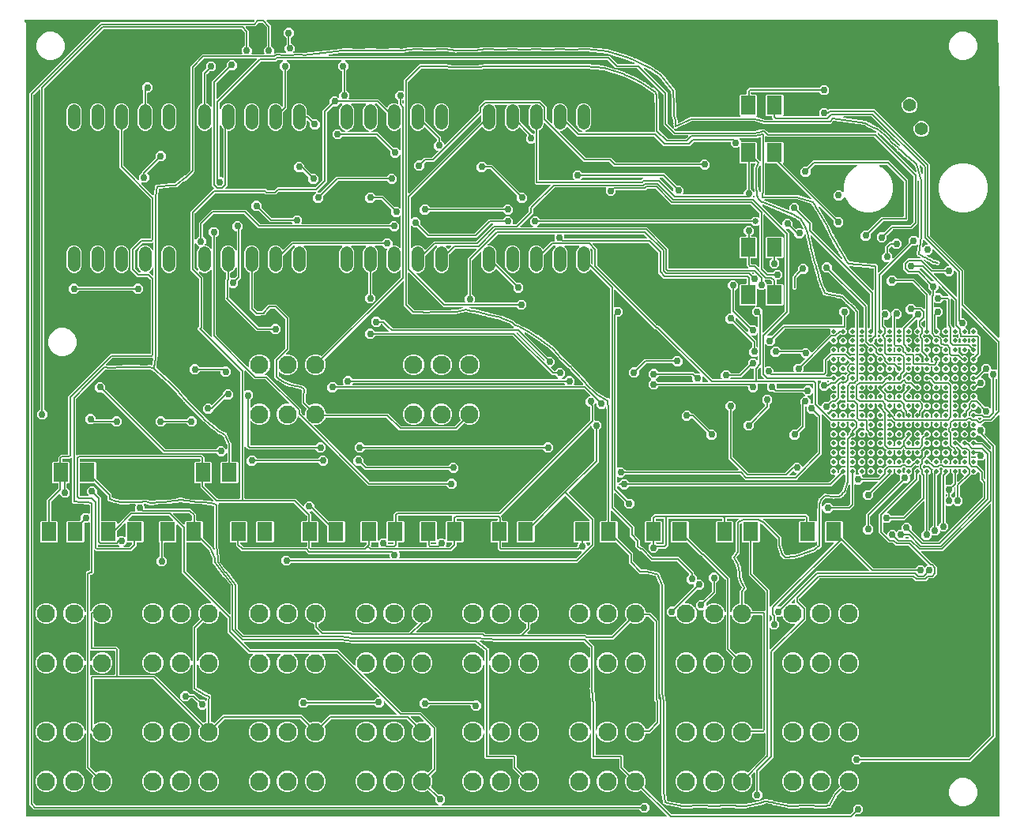
<source format=gbr>
G04 EAGLE Gerber RS-274X export*
G75*
%MOMM*%
%FSLAX34Y34*%
%LPD*%
%INTop Copper*%
%IPPOS*%
%AMOC8*
5,1,8,0,0,1.08239X$1,22.5*%
G01*
%ADD10C,1.320800*%
%ADD11R,1.600000X2.000000*%
%ADD12C,1.950000*%
%ADD13C,0.482600*%
%ADD14C,1.397000*%
%ADD15C,0.152400*%
%ADD16C,0.756400*%
%ADD17C,0.656400*%

G36*
X1054120Y11942D02*
X1054120Y11942D01*
X1054139Y11940D01*
X1054241Y11962D01*
X1054343Y11979D01*
X1054360Y11988D01*
X1054380Y11992D01*
X1054469Y12045D01*
X1054560Y12094D01*
X1054574Y12108D01*
X1054591Y12118D01*
X1054658Y12197D01*
X1054730Y12272D01*
X1054738Y12290D01*
X1054751Y12305D01*
X1054790Y12401D01*
X1054833Y12495D01*
X1054835Y12515D01*
X1054843Y12533D01*
X1054861Y12700D01*
X1054861Y441714D01*
X1054850Y441784D01*
X1054848Y441856D01*
X1054830Y441905D01*
X1054822Y441956D01*
X1054788Y442019D01*
X1054763Y442087D01*
X1054731Y442128D01*
X1054706Y442174D01*
X1054655Y442223D01*
X1054610Y442279D01*
X1054566Y442307D01*
X1054528Y442343D01*
X1054463Y442373D01*
X1054403Y442412D01*
X1054352Y442425D01*
X1054305Y442447D01*
X1054234Y442455D01*
X1054164Y442472D01*
X1054112Y442468D01*
X1054061Y442474D01*
X1053990Y442458D01*
X1053919Y442453D01*
X1053871Y442433D01*
X1053820Y442421D01*
X1053759Y442385D01*
X1053693Y442357D01*
X1053637Y442312D01*
X1053609Y442295D01*
X1053594Y442278D01*
X1053562Y442252D01*
X1046411Y435101D01*
X1039107Y435101D01*
X1039016Y435087D01*
X1038926Y435079D01*
X1038896Y435067D01*
X1038864Y435062D01*
X1038783Y435019D01*
X1038699Y434983D01*
X1038667Y434957D01*
X1038646Y434946D01*
X1038624Y434923D01*
X1038568Y434878D01*
X1037306Y433616D01*
X1036088Y432399D01*
X1036047Y432340D01*
X1035997Y432288D01*
X1035975Y432241D01*
X1035945Y432199D01*
X1035924Y432130D01*
X1035894Y432065D01*
X1035888Y432013D01*
X1035873Y431964D01*
X1035874Y431892D01*
X1035867Y431821D01*
X1035878Y431770D01*
X1035879Y431718D01*
X1035904Y431651D01*
X1035919Y431580D01*
X1035946Y431536D01*
X1035963Y431487D01*
X1036008Y431431D01*
X1036045Y431369D01*
X1036085Y431336D01*
X1036117Y431295D01*
X1036177Y431256D01*
X1036232Y431209D01*
X1036280Y431190D01*
X1036324Y431162D01*
X1036394Y431144D01*
X1036460Y431118D01*
X1036531Y431110D01*
X1036563Y431102D01*
X1036586Y431104D01*
X1036627Y431099D01*
X1037022Y431099D01*
X1040131Y427990D01*
X1040131Y423594D01*
X1039404Y422867D01*
X1039392Y422851D01*
X1039376Y422838D01*
X1039320Y422751D01*
X1039260Y422667D01*
X1039254Y422648D01*
X1039243Y422631D01*
X1039218Y422531D01*
X1039188Y422432D01*
X1039188Y422412D01*
X1039183Y422393D01*
X1039191Y422290D01*
X1039194Y422186D01*
X1039201Y422167D01*
X1039202Y422148D01*
X1039243Y422053D01*
X1039278Y421955D01*
X1039291Y421940D01*
X1039299Y421921D01*
X1039404Y421790D01*
X1050799Y410395D01*
X1050799Y97605D01*
X1023932Y70738D01*
X907868Y70738D01*
X907778Y70724D01*
X907687Y70716D01*
X907658Y70704D01*
X907626Y70699D01*
X907545Y70656D01*
X907461Y70620D01*
X907429Y70594D01*
X907408Y70583D01*
X907386Y70560D01*
X907330Y70515D01*
X904533Y67718D01*
X900137Y67718D01*
X897028Y70827D01*
X897028Y75223D01*
X900137Y78332D01*
X904533Y78332D01*
X907330Y75535D01*
X907404Y75482D01*
X907474Y75422D01*
X907504Y75410D01*
X907530Y75391D01*
X907617Y75364D01*
X907702Y75330D01*
X907743Y75326D01*
X907765Y75319D01*
X907797Y75320D01*
X907868Y75312D01*
X1021722Y75312D01*
X1021813Y75326D01*
X1021903Y75334D01*
X1021933Y75346D01*
X1021965Y75351D01*
X1022046Y75394D01*
X1022130Y75430D01*
X1022162Y75456D01*
X1022183Y75467D01*
X1022205Y75490D01*
X1022261Y75535D01*
X1046002Y99276D01*
X1046055Y99350D01*
X1046115Y99420D01*
X1046127Y99450D01*
X1046146Y99476D01*
X1046173Y99563D01*
X1046207Y99648D01*
X1046211Y99689D01*
X1046218Y99711D01*
X1046217Y99743D01*
X1046225Y99815D01*
X1046225Y346210D01*
X1046214Y346280D01*
X1046212Y346352D01*
X1046194Y346401D01*
X1046186Y346452D01*
X1046152Y346516D01*
X1046127Y346583D01*
X1046095Y346624D01*
X1046070Y346670D01*
X1046018Y346719D01*
X1045974Y346775D01*
X1045930Y346803D01*
X1045892Y346839D01*
X1045827Y346869D01*
X1045767Y346908D01*
X1045716Y346921D01*
X1045669Y346943D01*
X1045598Y346951D01*
X1045528Y346968D01*
X1045476Y346964D01*
X1045425Y346970D01*
X1045354Y346955D01*
X1045283Y346949D01*
X1045235Y346929D01*
X1045184Y346918D01*
X1045123Y346881D01*
X1045057Y346853D01*
X1045001Y346808D01*
X1044973Y346791D01*
X1044958Y346774D01*
X1044926Y346748D01*
X994595Y296417D01*
X972050Y296417D01*
X971980Y296406D01*
X971908Y296404D01*
X971859Y296386D01*
X971808Y296378D01*
X971744Y296344D01*
X971677Y296319D01*
X971636Y296287D01*
X971590Y296262D01*
X971541Y296210D01*
X971485Y296166D01*
X971457Y296122D01*
X971421Y296084D01*
X971391Y296019D01*
X971352Y295959D01*
X971339Y295908D01*
X971317Y295861D01*
X971309Y295790D01*
X971292Y295720D01*
X971296Y295668D01*
X971290Y295617D01*
X971305Y295546D01*
X971311Y295475D01*
X971331Y295427D01*
X971342Y295376D01*
X971379Y295315D01*
X971407Y295249D01*
X971452Y295193D01*
X971469Y295165D01*
X971486Y295150D01*
X971512Y295118D01*
X982180Y284450D01*
X982254Y284397D01*
X982324Y284337D01*
X982354Y284325D01*
X982380Y284306D01*
X982467Y284279D01*
X982552Y284245D01*
X982593Y284241D01*
X982615Y284234D01*
X982647Y284235D01*
X982719Y284227D01*
X983927Y284227D01*
X988315Y279839D01*
X988315Y271849D01*
X983927Y267461D01*
X979671Y267461D01*
X979580Y267447D01*
X979490Y267439D01*
X979460Y267427D01*
X979428Y267422D01*
X979347Y267379D01*
X979263Y267343D01*
X979231Y267317D01*
X979210Y267306D01*
X979188Y267283D01*
X979132Y267238D01*
X976307Y264413D01*
X965269Y264413D01*
X962444Y267238D01*
X962370Y267291D01*
X962300Y267351D01*
X962270Y267363D01*
X962244Y267382D01*
X962157Y267409D01*
X962072Y267443D01*
X962031Y267447D01*
X962009Y267454D01*
X961977Y267453D01*
X961905Y267461D01*
X862323Y267461D01*
X862232Y267447D01*
X862142Y267439D01*
X862112Y267427D01*
X862080Y267422D01*
X861999Y267379D01*
X861915Y267343D01*
X861883Y267317D01*
X861862Y267306D01*
X861840Y267283D01*
X861784Y267238D01*
X840710Y246164D01*
X840665Y246102D01*
X840636Y246071D01*
X840630Y246059D01*
X840597Y246020D01*
X840585Y245990D01*
X840566Y245964D01*
X840539Y245877D01*
X840505Y245792D01*
X840501Y245751D01*
X840494Y245729D01*
X840495Y245697D01*
X840487Y245625D01*
X840487Y243579D01*
X840501Y243488D01*
X840509Y243398D01*
X840521Y243368D01*
X840526Y243336D01*
X840569Y243255D01*
X840605Y243171D01*
X840631Y243139D01*
X840642Y243118D01*
X840665Y243096D01*
X840710Y243040D01*
X848107Y235643D01*
X848107Y223081D01*
X813278Y188252D01*
X813225Y188178D01*
X813165Y188108D01*
X813153Y188078D01*
X813134Y188052D01*
X813107Y187965D01*
X813073Y187880D01*
X813069Y187839D01*
X813062Y187817D01*
X813063Y187785D01*
X813055Y187713D01*
X813055Y75253D01*
X798038Y60236D01*
X797985Y60162D01*
X797925Y60092D01*
X797913Y60062D01*
X797894Y60036D01*
X797867Y59949D01*
X797833Y59864D01*
X797829Y59823D01*
X797822Y59801D01*
X797823Y59769D01*
X797815Y59697D01*
X797815Y40585D01*
X797829Y40495D01*
X797837Y40404D01*
X797849Y40375D01*
X797854Y40343D01*
X797897Y40262D01*
X797933Y40178D01*
X797959Y40146D01*
X797970Y40125D01*
X797993Y40103D01*
X798038Y40047D01*
X800835Y37250D01*
X800835Y32854D01*
X797934Y29953D01*
X797887Y29887D01*
X797875Y29876D01*
X797872Y29867D01*
X797815Y29799D01*
X797805Y29774D01*
X797790Y29753D01*
X797761Y29660D01*
X797727Y29569D01*
X797725Y29543D01*
X797718Y29518D01*
X797720Y29421D01*
X797716Y29323D01*
X797723Y29298D01*
X797724Y29272D01*
X797758Y29181D01*
X797785Y29087D01*
X797800Y29066D01*
X797809Y29041D01*
X797870Y28965D01*
X797925Y28885D01*
X797946Y28870D01*
X797962Y28849D01*
X798044Y28796D01*
X798122Y28738D01*
X798147Y28730D01*
X798169Y28716D01*
X798263Y28692D01*
X798356Y28662D01*
X798382Y28662D01*
X798408Y28656D01*
X798505Y28664D01*
X798602Y28665D01*
X798634Y28674D01*
X798653Y28675D01*
X798683Y28688D01*
X798763Y28711D01*
X799060Y28834D01*
X801348Y29782D01*
X802064Y30079D01*
X802761Y30367D01*
X802778Y30378D01*
X802796Y30383D01*
X802939Y30471D01*
X803357Y30798D01*
X803502Y30781D01*
X803613Y30785D01*
X803725Y30786D01*
X803739Y30790D01*
X803748Y30791D01*
X803773Y30800D01*
X803886Y30833D01*
X804021Y30889D01*
X804511Y30686D01*
X804530Y30682D01*
X804547Y30672D01*
X804711Y30634D01*
X810380Y29944D01*
X810490Y29949D01*
X810602Y29950D01*
X810616Y29954D01*
X810625Y29954D01*
X810651Y29964D01*
X810763Y29997D01*
X810898Y30053D01*
X811388Y29850D01*
X811407Y29845D01*
X811425Y29836D01*
X811588Y29797D01*
X812115Y29733D01*
X812205Y29618D01*
X812287Y29543D01*
X812366Y29465D01*
X812379Y29458D01*
X812386Y29451D01*
X812411Y29440D01*
X812513Y29384D01*
X814523Y28551D01*
X814550Y28545D01*
X814660Y28509D01*
X830032Y25326D01*
X830050Y25325D01*
X830186Y25310D01*
X837222Y25310D01*
X837254Y25315D01*
X837326Y25317D01*
X841378Y25873D01*
X841416Y25884D01*
X841456Y25888D01*
X841533Y25920D01*
X841613Y25945D01*
X841646Y25968D01*
X841682Y25984D01*
X841744Y26033D01*
X842497Y26033D01*
X842529Y26039D01*
X842600Y26040D01*
X843340Y26142D01*
X843414Y26112D01*
X843488Y26073D01*
X843527Y26067D01*
X843564Y26052D01*
X843730Y26033D01*
X853470Y26033D01*
X853509Y26040D01*
X853548Y26037D01*
X853629Y26060D01*
X853712Y26073D01*
X853747Y26092D01*
X853786Y26102D01*
X853854Y26143D01*
X854600Y26040D01*
X854632Y26041D01*
X854703Y26033D01*
X855450Y26033D01*
X855518Y25994D01*
X855586Y25945D01*
X855624Y25933D01*
X855659Y25914D01*
X855821Y25873D01*
X855822Y25873D01*
X859874Y25317D01*
X859906Y25318D01*
X859978Y25310D01*
X867222Y25310D01*
X867254Y25315D01*
X867326Y25317D01*
X870938Y25812D01*
X870949Y25816D01*
X870960Y25816D01*
X871067Y25852D01*
X871174Y25885D01*
X871182Y25891D01*
X871193Y25895D01*
X871283Y25963D01*
X871373Y26028D01*
X871380Y26037D01*
X871388Y26044D01*
X871489Y26178D01*
X876207Y34119D01*
X876250Y34229D01*
X876295Y34341D01*
X876295Y34345D01*
X876296Y34348D01*
X876297Y34360D01*
X876313Y34508D01*
X876313Y35647D01*
X877876Y37210D01*
X883664Y42998D01*
X883731Y43092D01*
X883802Y43186D01*
X883804Y43192D01*
X883807Y43198D01*
X883841Y43308D01*
X883878Y43420D01*
X883878Y43427D01*
X883880Y43433D01*
X883877Y43549D01*
X883876Y43666D01*
X883873Y43673D01*
X883873Y43678D01*
X883867Y43696D01*
X883829Y43827D01*
X882325Y47457D01*
X882325Y51943D01*
X884042Y56087D01*
X887213Y59258D01*
X891357Y60975D01*
X895843Y60975D01*
X899987Y59258D01*
X903158Y56087D01*
X904875Y51943D01*
X904875Y47457D01*
X903158Y43313D01*
X899987Y40142D01*
X895843Y38425D01*
X891357Y38425D01*
X887727Y39929D01*
X887614Y39955D01*
X887500Y39984D01*
X887494Y39984D01*
X887488Y39985D01*
X887371Y39974D01*
X887255Y39965D01*
X887249Y39963D01*
X887243Y39962D01*
X887135Y39914D01*
X887029Y39869D01*
X887023Y39864D01*
X887018Y39862D01*
X887005Y39849D01*
X886898Y39764D01*
X881235Y34101D01*
X881198Y34050D01*
X881154Y34005D01*
X881127Y33950D01*
X881091Y33901D01*
X881073Y33841D01*
X881045Y33784D01*
X881037Y33724D01*
X881019Y33666D01*
X881020Y33603D01*
X881012Y33541D01*
X881024Y33453D01*
X881025Y33420D01*
X881031Y33403D01*
X881035Y33375D01*
X881050Y33317D01*
X880994Y33223D01*
X880951Y33113D01*
X880905Y33001D01*
X880905Y32996D01*
X880904Y32994D01*
X880903Y32982D01*
X880887Y32834D01*
X880887Y32724D01*
X880487Y32324D01*
X880481Y32315D01*
X880472Y32308D01*
X880371Y32174D01*
X875215Y23495D01*
X875197Y23449D01*
X875171Y23409D01*
X875153Y23336D01*
X875125Y23266D01*
X875123Y23217D01*
X875111Y23170D01*
X875112Y23136D01*
X874631Y22502D01*
X874617Y22476D01*
X874583Y22430D01*
X874174Y21743D01*
X874145Y21725D01*
X874076Y21695D01*
X874040Y21663D01*
X873998Y21638D01*
X873975Y21613D01*
X873187Y21505D01*
X873159Y21496D01*
X873102Y21488D01*
X872327Y21291D01*
X872294Y21299D01*
X872224Y21326D01*
X872175Y21329D01*
X872128Y21341D01*
X872002Y21337D01*
X871978Y21339D01*
X871971Y21337D01*
X871961Y21336D01*
X868757Y20897D01*
X868719Y20885D01*
X868680Y20882D01*
X868602Y20849D01*
X868522Y20825D01*
X868490Y20801D01*
X868453Y20786D01*
X868391Y20736D01*
X867639Y20736D01*
X867607Y20731D01*
X867535Y20729D01*
X866795Y20628D01*
X866722Y20657D01*
X866648Y20697D01*
X866609Y20703D01*
X866572Y20718D01*
X866405Y20736D01*
X860795Y20736D01*
X860756Y20730D01*
X860716Y20732D01*
X860635Y20710D01*
X860552Y20697D01*
X860517Y20678D01*
X860479Y20668D01*
X860411Y20627D01*
X859665Y20729D01*
X859633Y20728D01*
X859561Y20736D01*
X858815Y20736D01*
X858746Y20775D01*
X858678Y20824D01*
X858640Y20836D01*
X858606Y20856D01*
X858443Y20897D01*
X854390Y21453D01*
X854358Y21452D01*
X854287Y21460D01*
X842913Y21460D01*
X842881Y21455D01*
X842810Y21453D01*
X838757Y20897D01*
X838719Y20885D01*
X838680Y20882D01*
X838602Y20849D01*
X838522Y20825D01*
X838490Y20801D01*
X838453Y20786D01*
X838391Y20736D01*
X837639Y20736D01*
X837607Y20731D01*
X837535Y20729D01*
X836795Y20628D01*
X836722Y20657D01*
X836648Y20697D01*
X836609Y20703D01*
X836572Y20718D01*
X836405Y20736D01*
X830785Y20736D01*
X830772Y20734D01*
X830758Y20736D01*
X830651Y20714D01*
X830542Y20697D01*
X830530Y20690D01*
X830517Y20687D01*
X830367Y20611D01*
X830338Y20592D01*
X829716Y20720D01*
X829697Y20721D01*
X829561Y20736D01*
X828927Y20736D01*
X828901Y20762D01*
X828890Y20770D01*
X828882Y20780D01*
X828791Y20841D01*
X828702Y20905D01*
X828688Y20909D01*
X828677Y20917D01*
X828517Y20969D01*
X814368Y23899D01*
X814348Y23900D01*
X814330Y23906D01*
X814226Y23905D01*
X814123Y23909D01*
X814104Y23904D01*
X814084Y23904D01*
X813923Y23857D01*
X813914Y23853D01*
X813305Y24106D01*
X813278Y24112D01*
X813168Y24148D01*
X812523Y24281D01*
X812517Y24289D01*
X812504Y24304D01*
X812495Y24321D01*
X812421Y24394D01*
X812351Y24470D01*
X812334Y24480D01*
X812319Y24494D01*
X812172Y24575D01*
X810408Y25305D01*
X810389Y25310D01*
X810372Y25319D01*
X810209Y25358D01*
X804540Y26047D01*
X804429Y26043D01*
X804318Y26042D01*
X804303Y26038D01*
X804294Y26037D01*
X804269Y26027D01*
X804156Y25995D01*
X802781Y25425D01*
X801965Y25087D01*
X801964Y25087D01*
X800728Y24575D01*
X800711Y24564D01*
X800692Y24559D01*
X800607Y24500D01*
X800518Y24445D01*
X800506Y24430D01*
X800490Y24418D01*
X800383Y24289D01*
X800377Y24281D01*
X799732Y24148D01*
X799706Y24138D01*
X799595Y24106D01*
X798986Y23853D01*
X798977Y23857D01*
X798958Y23861D01*
X798941Y23871D01*
X798839Y23889D01*
X798738Y23913D01*
X798718Y23911D01*
X798699Y23915D01*
X798532Y23899D01*
X784383Y20969D01*
X784370Y20964D01*
X784356Y20963D01*
X784255Y20920D01*
X784153Y20881D01*
X784142Y20872D01*
X784130Y20866D01*
X783999Y20762D01*
X783973Y20736D01*
X783339Y20736D01*
X783320Y20733D01*
X783184Y20720D01*
X782562Y20592D01*
X782533Y20611D01*
X782520Y20617D01*
X782510Y20626D01*
X782408Y20667D01*
X782308Y20711D01*
X782294Y20713D01*
X782281Y20718D01*
X782115Y20736D01*
X776495Y20736D01*
X776456Y20730D01*
X776416Y20732D01*
X776335Y20710D01*
X776252Y20697D01*
X776217Y20678D01*
X776179Y20668D01*
X776111Y20627D01*
X775365Y20729D01*
X775333Y20728D01*
X775261Y20736D01*
X774515Y20736D01*
X774446Y20775D01*
X774378Y20824D01*
X774340Y20836D01*
X774306Y20856D01*
X774143Y20897D01*
X770090Y21453D01*
X770058Y21452D01*
X769987Y21460D01*
X758613Y21460D01*
X758581Y21455D01*
X758510Y21453D01*
X754457Y20897D01*
X754419Y20885D01*
X754380Y20882D01*
X754302Y20849D01*
X754222Y20825D01*
X754190Y20801D01*
X754153Y20786D01*
X754091Y20736D01*
X753339Y20736D01*
X753307Y20731D01*
X753235Y20729D01*
X752495Y20628D01*
X752422Y20657D01*
X752348Y20697D01*
X752309Y20703D01*
X752272Y20718D01*
X752105Y20736D01*
X746495Y20736D01*
X746456Y20730D01*
X746416Y20732D01*
X746335Y20710D01*
X746252Y20697D01*
X746217Y20678D01*
X746179Y20668D01*
X746111Y20627D01*
X745365Y20729D01*
X745333Y20728D01*
X745261Y20736D01*
X744515Y20736D01*
X744446Y20775D01*
X744378Y20824D01*
X744340Y20836D01*
X744306Y20856D01*
X744143Y20897D01*
X740090Y21453D01*
X740058Y21452D01*
X739987Y21460D01*
X728613Y21460D01*
X728581Y21455D01*
X728510Y21453D01*
X724457Y20897D01*
X724419Y20885D01*
X724380Y20882D01*
X724302Y20849D01*
X724222Y20825D01*
X724190Y20801D01*
X724153Y20786D01*
X724091Y20736D01*
X723339Y20736D01*
X723307Y20731D01*
X723235Y20729D01*
X722495Y20628D01*
X722422Y20657D01*
X722348Y20697D01*
X722309Y20703D01*
X722272Y20718D01*
X722105Y20736D01*
X716485Y20736D01*
X716472Y20734D01*
X716458Y20736D01*
X716351Y20714D01*
X716242Y20697D01*
X716230Y20690D01*
X716217Y20687D01*
X716067Y20611D01*
X716038Y20592D01*
X715416Y20720D01*
X715397Y20721D01*
X715261Y20736D01*
X714627Y20736D01*
X714601Y20762D01*
X714590Y20770D01*
X714582Y20780D01*
X714491Y20841D01*
X714402Y20905D01*
X714388Y20909D01*
X714377Y20917D01*
X714217Y20969D01*
X700068Y23899D01*
X700048Y23900D01*
X700030Y23906D01*
X699926Y23905D01*
X699823Y23909D01*
X699804Y23904D01*
X699784Y23904D01*
X699623Y23857D01*
X699614Y23853D01*
X699005Y24106D01*
X698978Y24112D01*
X698868Y24148D01*
X698223Y24281D01*
X698217Y24289D01*
X698204Y24304D01*
X698195Y24321D01*
X698121Y24394D01*
X698051Y24470D01*
X698034Y24480D01*
X698019Y24494D01*
X697872Y24575D01*
X696476Y25153D01*
X696365Y25179D01*
X696254Y25208D01*
X696243Y25208D01*
X696236Y25209D01*
X696214Y25207D01*
X696086Y25205D01*
X695955Y25187D01*
X695524Y25519D01*
X695509Y25527D01*
X695498Y25538D01*
X695351Y25619D01*
X694848Y25827D01*
X694797Y25950D01*
X694737Y26047D01*
X694679Y26145D01*
X694671Y26153D01*
X694668Y26159D01*
X694650Y26173D01*
X694558Y26262D01*
X694453Y26343D01*
X694383Y26882D01*
X694378Y26898D01*
X694378Y26914D01*
X694331Y27075D01*
X694123Y27577D01*
X694174Y27700D01*
X694200Y27811D01*
X694229Y27922D01*
X694228Y27933D01*
X694230Y27939D01*
X694228Y27962D01*
X694225Y28090D01*
X693065Y36989D01*
X693052Y37030D01*
X693049Y37072D01*
X693017Y37147D01*
X692994Y37225D01*
X692969Y37259D01*
X692953Y37298D01*
X692911Y37350D01*
X692911Y38115D01*
X692906Y38146D01*
X692905Y38213D01*
X692806Y38968D01*
X692831Y39030D01*
X692870Y39102D01*
X692875Y39130D01*
X692879Y39139D01*
X692880Y39151D01*
X692893Y39183D01*
X692910Y39336D01*
X692911Y39345D01*
X692911Y39347D01*
X692911Y39350D01*
X692911Y134541D01*
X692906Y134573D01*
X692902Y134657D01*
X692648Y136299D01*
X692628Y136361D01*
X692617Y136425D01*
X692590Y136477D01*
X692572Y136533D01*
X692533Y136585D01*
X692502Y136643D01*
X692460Y136683D01*
X692447Y136701D01*
X692463Y136727D01*
X692465Y136733D01*
X692468Y136739D01*
X692495Y136853D01*
X692523Y136965D01*
X692523Y136972D01*
X692524Y136978D01*
X692517Y137146D01*
X691567Y143291D01*
X691556Y143322D01*
X691554Y143355D01*
X691518Y143439D01*
X691490Y143524D01*
X691470Y143551D01*
X691457Y143582D01*
X691387Y143669D01*
X691387Y144391D01*
X691383Y144416D01*
X691385Y144436D01*
X691380Y144458D01*
X691378Y144507D01*
X691269Y145217D01*
X691277Y145226D01*
X691311Y145311D01*
X691352Y145391D01*
X691356Y145424D01*
X691369Y145455D01*
X691387Y145621D01*
X691387Y259770D01*
X691376Y259842D01*
X691373Y259915D01*
X691353Y259981D01*
X691348Y260013D01*
X691336Y260034D01*
X691324Y260075D01*
X687181Y269566D01*
X687167Y269588D01*
X687159Y269613D01*
X687101Y269691D01*
X687078Y269725D01*
X687074Y269732D01*
X687073Y269733D01*
X687048Y269772D01*
X687027Y269789D01*
X687011Y269810D01*
X686932Y269865D01*
X686855Y269926D01*
X686831Y269935D01*
X686809Y269949D01*
X686650Y270004D01*
X685936Y270164D01*
X685014Y270372D01*
X681565Y271146D01*
X680700Y271341D01*
X679101Y271700D01*
X676579Y272266D01*
X676413Y272285D01*
X669402Y272285D01*
X667840Y273847D01*
X659676Y282012D01*
X658113Y283574D01*
X658113Y292138D01*
X658099Y292228D01*
X658091Y292319D01*
X658079Y292348D01*
X658074Y292380D01*
X658031Y292461D01*
X657995Y292545D01*
X657969Y292577D01*
X657958Y292598D01*
X657935Y292620D01*
X657890Y292676D01*
X644814Y305752D01*
X644740Y305805D01*
X644670Y305865D01*
X644640Y305877D01*
X644614Y305896D01*
X644527Y305923D01*
X644442Y305957D01*
X644401Y305961D01*
X644379Y305968D01*
X644347Y305967D01*
X644275Y305975D01*
X627668Y305975D01*
X626775Y306868D01*
X626775Y328132D01*
X627668Y329025D01*
X633252Y329025D01*
X633272Y329028D01*
X633291Y329026D01*
X633393Y329048D01*
X633495Y329064D01*
X633512Y329074D01*
X633532Y329078D01*
X633621Y329131D01*
X633712Y329180D01*
X633726Y329194D01*
X633743Y329204D01*
X633810Y329283D01*
X633882Y329358D01*
X633890Y329376D01*
X633903Y329391D01*
X633942Y329487D01*
X633985Y329581D01*
X633987Y329601D01*
X633995Y329619D01*
X634013Y329786D01*
X634013Y447728D01*
X634010Y447750D01*
X634011Y447789D01*
X633793Y450523D01*
X633783Y450563D01*
X633782Y450605D01*
X633753Y450682D01*
X633734Y450762D01*
X633711Y450797D01*
X633697Y450836D01*
X633646Y450900D01*
X633602Y450969D01*
X633569Y450995D01*
X633543Y451028D01*
X633474Y451072D01*
X633410Y451124D01*
X633371Y451138D01*
X633336Y451161D01*
X633257Y451181D01*
X633180Y451209D01*
X633138Y451211D01*
X633098Y451221D01*
X633016Y451214D01*
X632934Y451217D01*
X632894Y451205D01*
X632853Y451202D01*
X632777Y451170D01*
X632698Y451146D01*
X632665Y451122D01*
X632626Y451105D01*
X632504Y451007D01*
X632498Y451003D01*
X632497Y451002D01*
X632495Y451001D01*
X630848Y449353D01*
X626452Y449353D01*
X623343Y452462D01*
X623343Y453981D01*
X623332Y454051D01*
X623330Y454123D01*
X623312Y454172D01*
X623304Y454223D01*
X623270Y454287D01*
X623245Y454354D01*
X623213Y454395D01*
X623188Y454441D01*
X623136Y454490D01*
X623092Y454546D01*
X623048Y454574D01*
X623010Y454610D01*
X622945Y454640D01*
X622885Y454679D01*
X622834Y454692D01*
X622787Y454714D01*
X622716Y454722D01*
X622646Y454739D01*
X622594Y454735D01*
X622543Y454741D01*
X622472Y454726D01*
X622401Y454720D01*
X622353Y454700D01*
X622302Y454689D01*
X622241Y454652D01*
X622175Y454624D01*
X622119Y454579D01*
X622091Y454562D01*
X622076Y454545D01*
X622044Y454519D01*
X621254Y453729D01*
X621201Y453655D01*
X621141Y453585D01*
X621129Y453555D01*
X621110Y453529D01*
X621083Y453442D01*
X621049Y453357D01*
X621045Y453316D01*
X621038Y453294D01*
X621039Y453262D01*
X621031Y453191D01*
X621031Y437360D01*
X621034Y437340D01*
X621032Y437321D01*
X621054Y437219D01*
X621070Y437117D01*
X621080Y437100D01*
X621084Y437080D01*
X621137Y436991D01*
X621186Y436900D01*
X621200Y436886D01*
X621210Y436869D01*
X621289Y436802D01*
X621364Y436730D01*
X621382Y436722D01*
X621397Y436709D01*
X621493Y436670D01*
X621587Y436627D01*
X621607Y436625D01*
X621625Y436617D01*
X621792Y436599D01*
X625514Y436599D01*
X628623Y433490D01*
X628623Y429094D01*
X625826Y426297D01*
X625773Y426223D01*
X625713Y426153D01*
X625701Y426123D01*
X625682Y426097D01*
X625655Y426010D01*
X625621Y425925D01*
X625617Y425884D01*
X625610Y425862D01*
X625611Y425830D01*
X625603Y425759D01*
X625603Y392245D01*
X593560Y360202D01*
X593549Y360186D01*
X593533Y360174D01*
X593477Y360086D01*
X593417Y360003D01*
X593411Y359984D01*
X593400Y359967D01*
X593375Y359866D01*
X593344Y359767D01*
X593345Y359748D01*
X593340Y359728D01*
X593348Y359625D01*
X593351Y359522D01*
X593358Y359503D01*
X593359Y359483D01*
X593399Y359388D01*
X593435Y359291D01*
X593448Y359275D01*
X593455Y359257D01*
X593560Y359126D01*
X621031Y331655D01*
X621031Y302329D01*
X602927Y284225D01*
X296617Y284225D01*
X296527Y284211D01*
X296436Y284203D01*
X296407Y284191D01*
X296375Y284186D01*
X296294Y284143D01*
X296210Y284107D01*
X296178Y284081D01*
X296157Y284070D01*
X296135Y284047D01*
X296079Y284002D01*
X293282Y281205D01*
X288886Y281205D01*
X285777Y284314D01*
X285777Y288710D01*
X288886Y291819D01*
X293282Y291819D01*
X296079Y289022D01*
X296153Y288969D01*
X296223Y288909D01*
X296253Y288897D01*
X296279Y288878D01*
X296366Y288851D01*
X296451Y288817D01*
X296492Y288813D01*
X296514Y288806D01*
X296546Y288807D01*
X296617Y288799D01*
X401375Y288799D01*
X401445Y288810D01*
X401517Y288812D01*
X401566Y288830D01*
X401617Y288838D01*
X401681Y288872D01*
X401748Y288897D01*
X401789Y288929D01*
X401835Y288954D01*
X401884Y289006D01*
X401940Y289050D01*
X401968Y289094D01*
X402004Y289132D01*
X402034Y289197D01*
X402073Y289257D01*
X402086Y289308D01*
X402108Y289355D01*
X402116Y289426D01*
X402133Y289496D01*
X402129Y289548D01*
X402135Y289599D01*
X402120Y289670D01*
X402114Y289741D01*
X402094Y289789D01*
X402083Y289840D01*
X402046Y289901D01*
X402018Y289967D01*
X401973Y290023D01*
X401956Y290051D01*
X401939Y290066D01*
X401913Y290098D01*
X401601Y290410D01*
X401601Y292608D01*
X401598Y292628D01*
X401600Y292647D01*
X401578Y292749D01*
X401562Y292851D01*
X401552Y292868D01*
X401548Y292888D01*
X401495Y292977D01*
X401446Y293068D01*
X401432Y293082D01*
X401422Y293099D01*
X401343Y293166D01*
X401268Y293238D01*
X401250Y293246D01*
X401235Y293259D01*
X401139Y293298D01*
X401045Y293341D01*
X401025Y293343D01*
X401007Y293351D01*
X400840Y293369D01*
X314521Y293369D01*
X311696Y296194D01*
X311622Y296247D01*
X311552Y296307D01*
X311522Y296319D01*
X311496Y296338D01*
X311409Y296365D01*
X311324Y296399D01*
X311283Y296403D01*
X311261Y296410D01*
X311229Y296409D01*
X311157Y296417D01*
X242893Y296417D01*
X236981Y302329D01*
X236981Y305214D01*
X236978Y305234D01*
X236980Y305253D01*
X236958Y305355D01*
X236942Y305457D01*
X236932Y305474D01*
X236928Y305494D01*
X236875Y305583D01*
X236826Y305674D01*
X236812Y305688D01*
X236802Y305705D01*
X236723Y305772D01*
X236648Y305844D01*
X236630Y305852D01*
X236615Y305865D01*
X236519Y305904D01*
X236425Y305947D01*
X236405Y305949D01*
X236387Y305957D01*
X236220Y305975D01*
X231368Y305975D01*
X230475Y306868D01*
X230475Y328132D01*
X231368Y329025D01*
X248632Y329025D01*
X249525Y328132D01*
X249525Y306868D01*
X248632Y305975D01*
X242316Y305975D01*
X242296Y305972D01*
X242277Y305974D01*
X242175Y305952D01*
X242073Y305936D01*
X242056Y305926D01*
X242036Y305922D01*
X241947Y305869D01*
X241856Y305820D01*
X241842Y305806D01*
X241825Y305796D01*
X241758Y305717D01*
X241686Y305642D01*
X241678Y305624D01*
X241665Y305609D01*
X241626Y305513D01*
X241583Y305419D01*
X241581Y305399D01*
X241573Y305381D01*
X241555Y305214D01*
X241555Y304539D01*
X241569Y304448D01*
X241577Y304358D01*
X241589Y304328D01*
X241594Y304296D01*
X241637Y304215D01*
X241673Y304131D01*
X241699Y304099D01*
X241710Y304078D01*
X241733Y304056D01*
X241778Y304000D01*
X244564Y301214D01*
X244638Y301161D01*
X244708Y301101D01*
X244738Y301089D01*
X244764Y301070D01*
X244851Y301043D01*
X244936Y301009D01*
X244977Y301005D01*
X244999Y300998D01*
X245031Y300999D01*
X245103Y300991D01*
X312420Y300991D01*
X312440Y300994D01*
X312459Y300992D01*
X312561Y301014D01*
X312663Y301030D01*
X312680Y301040D01*
X312700Y301044D01*
X312789Y301097D01*
X312880Y301146D01*
X312894Y301160D01*
X312911Y301170D01*
X312978Y301249D01*
X313050Y301324D01*
X313058Y301342D01*
X313071Y301357D01*
X313110Y301453D01*
X313153Y301547D01*
X313155Y301567D01*
X313163Y301585D01*
X313181Y301752D01*
X313181Y305214D01*
X313178Y305234D01*
X313180Y305253D01*
X313158Y305355D01*
X313142Y305457D01*
X313132Y305474D01*
X313128Y305494D01*
X313075Y305583D01*
X313026Y305674D01*
X313012Y305688D01*
X313002Y305705D01*
X312923Y305772D01*
X312848Y305844D01*
X312830Y305852D01*
X312815Y305865D01*
X312719Y305904D01*
X312625Y305947D01*
X312605Y305949D01*
X312587Y305957D01*
X312420Y305975D01*
X307568Y305975D01*
X306675Y306868D01*
X306675Y328132D01*
X307568Y329025D01*
X312420Y329025D01*
X312440Y329028D01*
X312459Y329026D01*
X312561Y329048D01*
X312663Y329064D01*
X312680Y329074D01*
X312700Y329078D01*
X312789Y329131D01*
X312880Y329180D01*
X312894Y329194D01*
X312911Y329204D01*
X312978Y329283D01*
X313050Y329358D01*
X313058Y329376D01*
X313071Y329391D01*
X313110Y329487D01*
X313153Y329581D01*
X313155Y329601D01*
X313163Y329619D01*
X313181Y329786D01*
X313181Y334017D01*
X313167Y334108D01*
X313159Y334198D01*
X313147Y334228D01*
X313142Y334260D01*
X313099Y334341D01*
X313063Y334425D01*
X313037Y334457D01*
X313026Y334478D01*
X313003Y334500D01*
X312958Y334556D01*
X299504Y348010D01*
X299430Y348063D01*
X299360Y348123D01*
X299330Y348135D01*
X299304Y348154D01*
X299217Y348181D01*
X299132Y348215D01*
X299091Y348219D01*
X299069Y348226D01*
X299037Y348225D01*
X298965Y348233D01*
X219000Y348233D01*
X218894Y348216D01*
X218787Y348203D01*
X218773Y348196D01*
X218758Y348194D01*
X218663Y348143D01*
X218565Y348096D01*
X218554Y348086D01*
X218540Y348078D01*
X218466Y348000D01*
X218389Y347925D01*
X218382Y347911D01*
X218371Y347900D01*
X218326Y347802D01*
X218276Y347706D01*
X218274Y347691D01*
X218267Y347677D01*
X218255Y347570D01*
X218239Y347463D01*
X218242Y347448D01*
X218240Y347433D01*
X218263Y347327D01*
X218282Y347221D01*
X218290Y347204D01*
X218293Y347192D01*
X218308Y347166D01*
X218343Y347094D01*
X218206Y346507D01*
X218206Y346505D01*
X218205Y346502D01*
X218187Y346335D01*
X218187Y302714D01*
X218188Y302703D01*
X218188Y302697D01*
X218191Y302680D01*
X218191Y302629D01*
X219578Y290217D01*
X219591Y290169D01*
X219595Y290120D01*
X219624Y290051D01*
X219644Y289980D01*
X219672Y289939D01*
X219691Y289894D01*
X219711Y289870D01*
X219711Y289071D01*
X219715Y289042D01*
X219715Y288986D01*
X219805Y288187D01*
X219793Y288159D01*
X219757Y288094D01*
X219748Y288045D01*
X219729Y288000D01*
X219715Y287876D01*
X219711Y287852D01*
X219712Y287845D01*
X219711Y287833D01*
X219711Y285412D01*
X219717Y285376D01*
X219714Y285340D01*
X219736Y285256D01*
X219750Y285169D01*
X219767Y285137D01*
X219777Y285102D01*
X219861Y284958D01*
X226328Y276269D01*
X226354Y276244D01*
X226374Y276213D01*
X226442Y276159D01*
X226505Y276098D01*
X226538Y276082D01*
X226566Y276060D01*
X226720Y275994D01*
X227072Y275889D01*
X227104Y275885D01*
X227180Y275865D01*
X227902Y275759D01*
X227905Y275755D01*
X227974Y275700D01*
X228036Y275639D01*
X228069Y275624D01*
X228097Y275601D01*
X228187Y275563D01*
X228536Y274915D01*
X228556Y274889D01*
X228595Y274822D01*
X238176Y261950D01*
X238199Y261927D01*
X238211Y261912D01*
X238219Y261899D01*
X238228Y261892D01*
X238248Y261866D01*
X238765Y261350D01*
X238764Y261344D01*
X238786Y261260D01*
X238800Y261173D01*
X238817Y261142D01*
X238827Y261106D01*
X238876Y261023D01*
X238769Y260295D01*
X238769Y260262D01*
X238761Y260184D01*
X238761Y213607D01*
X238775Y213516D01*
X238783Y213426D01*
X238795Y213396D01*
X238800Y213364D01*
X238843Y213283D01*
X238879Y213199D01*
X238905Y213167D01*
X238916Y213146D01*
X238939Y213124D01*
X238984Y213068D01*
X244818Y207234D01*
X244892Y207181D01*
X244962Y207121D01*
X244992Y207109D01*
X245018Y207090D01*
X245105Y207063D01*
X245190Y207029D01*
X245231Y207025D01*
X245253Y207018D01*
X245285Y207019D01*
X245357Y207011D01*
X325890Y207011D01*
X325960Y207022D01*
X326032Y207024D01*
X326081Y207042D01*
X326132Y207050D01*
X326196Y207084D01*
X326263Y207109D01*
X326304Y207141D01*
X326350Y207166D01*
X326399Y207218D01*
X326455Y207262D01*
X326483Y207306D01*
X326519Y207344D01*
X326549Y207409D01*
X326588Y207469D01*
X326601Y207520D01*
X326623Y207567D01*
X326631Y207638D01*
X326648Y207708D01*
X326644Y207760D01*
X326650Y207811D01*
X326635Y207882D01*
X326629Y207953D01*
X326609Y208001D01*
X326598Y208052D01*
X326561Y208113D01*
X326533Y208179D01*
X326488Y208235D01*
X326471Y208263D01*
X326454Y208278D01*
X326428Y208310D01*
X320801Y213937D01*
X320801Y217664D01*
X320798Y217684D01*
X320800Y217703D01*
X320778Y217805D01*
X320762Y217907D01*
X320752Y217924D01*
X320748Y217944D01*
X320695Y218033D01*
X320646Y218124D01*
X320632Y218138D01*
X320622Y218155D01*
X320543Y218222D01*
X320468Y218294D01*
X320450Y218302D01*
X320435Y218315D01*
X320339Y218354D01*
X320245Y218397D01*
X320225Y218399D01*
X320207Y218407D01*
X320040Y218425D01*
X319857Y218425D01*
X315713Y220142D01*
X312542Y223313D01*
X310825Y227457D01*
X310825Y231943D01*
X312542Y236087D01*
X315713Y239258D01*
X319857Y240975D01*
X324343Y240975D01*
X328487Y239258D01*
X331658Y236087D01*
X333375Y231943D01*
X333375Y227457D01*
X331658Y223313D01*
X328487Y220142D01*
X325845Y219047D01*
X325745Y218986D01*
X325645Y218926D01*
X325641Y218921D01*
X325636Y218918D01*
X325561Y218828D01*
X325485Y218739D01*
X325483Y218733D01*
X325479Y218728D01*
X325437Y218620D01*
X325393Y218511D01*
X325392Y218503D01*
X325391Y218499D01*
X325390Y218480D01*
X325375Y218344D01*
X325375Y216147D01*
X325389Y216056D01*
X325397Y215966D01*
X325409Y215936D01*
X325414Y215904D01*
X325457Y215823D01*
X325493Y215739D01*
X325519Y215707D01*
X325530Y215686D01*
X325553Y215664D01*
X325598Y215608D01*
X329908Y211298D01*
X329982Y211245D01*
X330052Y211185D01*
X330082Y211173D01*
X330108Y211154D01*
X330195Y211127D01*
X330280Y211093D01*
X330321Y211089D01*
X330343Y211082D01*
X330375Y211083D01*
X330447Y211075D01*
X360611Y211075D01*
X361912Y209774D01*
X361986Y209721D01*
X362056Y209661D01*
X362086Y209649D01*
X362112Y209630D01*
X362199Y209603D01*
X362284Y209569D01*
X362325Y209565D01*
X362347Y209558D01*
X362379Y209559D01*
X362451Y209551D01*
X422410Y209551D01*
X422500Y209565D01*
X422591Y209573D01*
X422620Y209585D01*
X422652Y209590D01*
X422733Y209633D01*
X422817Y209669D01*
X422849Y209695D01*
X422870Y209706D01*
X422892Y209729D01*
X422948Y209774D01*
X431543Y218369D01*
X431570Y218406D01*
X431604Y218437D01*
X431641Y218506D01*
X431687Y218569D01*
X431700Y218612D01*
X431722Y218653D01*
X431736Y218729D01*
X431759Y218804D01*
X431758Y218850D01*
X431766Y218895D01*
X431755Y218972D01*
X431753Y219050D01*
X431737Y219093D01*
X431730Y219138D01*
X431695Y219207D01*
X431668Y219281D01*
X431639Y219316D01*
X431619Y219357D01*
X431563Y219412D01*
X431514Y219473D01*
X431476Y219497D01*
X431443Y219530D01*
X431323Y219596D01*
X431307Y219606D01*
X431303Y219607D01*
X431296Y219610D01*
X430013Y220142D01*
X426842Y223313D01*
X425125Y227457D01*
X425125Y231943D01*
X426842Y236087D01*
X430013Y239258D01*
X434157Y240975D01*
X438643Y240975D01*
X442787Y239258D01*
X445958Y236087D01*
X447675Y231943D01*
X447675Y227457D01*
X445958Y223313D01*
X442787Y220142D01*
X438643Y218425D01*
X438382Y218425D01*
X438292Y218411D01*
X438201Y218403D01*
X438172Y218391D01*
X438140Y218386D01*
X438059Y218343D01*
X437975Y218307D01*
X437943Y218281D01*
X437922Y218270D01*
X437900Y218247D01*
X437844Y218202D01*
X436588Y216946D01*
X430492Y210850D01*
X430450Y210792D01*
X430401Y210740D01*
X430379Y210693D01*
X430349Y210651D01*
X430328Y210582D01*
X430297Y210517D01*
X430292Y210465D01*
X430276Y210415D01*
X430278Y210344D01*
X430270Y210273D01*
X430281Y210222D01*
X430283Y210170D01*
X430307Y210102D01*
X430322Y210032D01*
X430349Y209987D01*
X430367Y209939D01*
X430412Y209883D01*
X430449Y209821D01*
X430488Y209787D01*
X430521Y209747D01*
X430581Y209708D01*
X430636Y209661D01*
X430684Y209642D01*
X430728Y209614D01*
X430797Y209596D01*
X430864Y209569D01*
X430935Y209561D01*
X430966Y209553D01*
X430990Y209555D01*
X431030Y209551D01*
X502343Y209551D01*
X503644Y208250D01*
X503718Y208197D01*
X503788Y208137D01*
X503818Y208125D01*
X503844Y208106D01*
X503931Y208079D01*
X504016Y208045D01*
X504057Y208041D01*
X504079Y208034D01*
X504111Y208035D01*
X504183Y208027D01*
X541282Y208027D01*
X541372Y208041D01*
X541463Y208049D01*
X541492Y208061D01*
X541524Y208066D01*
X541605Y208109D01*
X541689Y208145D01*
X541721Y208171D01*
X541742Y208182D01*
X541764Y208205D01*
X541820Y208250D01*
X547654Y214084D01*
X547707Y214158D01*
X547767Y214228D01*
X547779Y214258D01*
X547798Y214284D01*
X547825Y214371D01*
X547859Y214456D01*
X547863Y214497D01*
X547870Y214519D01*
X547869Y214551D01*
X547877Y214623D01*
X547877Y218157D01*
X547859Y218271D01*
X547841Y218388D01*
X547839Y218393D01*
X547838Y218400D01*
X547783Y218502D01*
X547730Y218607D01*
X547725Y218612D01*
X547722Y218617D01*
X547638Y218697D01*
X547554Y218779D01*
X547548Y218783D01*
X547544Y218786D01*
X547527Y218794D01*
X547407Y218860D01*
X544313Y220142D01*
X541142Y223313D01*
X539425Y227457D01*
X539425Y231943D01*
X541142Y236087D01*
X544313Y239258D01*
X548457Y240975D01*
X552943Y240975D01*
X557087Y239258D01*
X560258Y236087D01*
X561975Y231943D01*
X561975Y227457D01*
X560258Y223313D01*
X557087Y220142D01*
X552921Y218416D01*
X552821Y218355D01*
X552721Y218295D01*
X552717Y218290D01*
X552712Y218287D01*
X552637Y218196D01*
X552561Y218108D01*
X552559Y218102D01*
X552555Y218097D01*
X552513Y217989D01*
X552469Y217880D01*
X552468Y217872D01*
X552467Y217867D01*
X552466Y217849D01*
X552451Y217713D01*
X552451Y212413D01*
X549364Y209326D01*
X549322Y209268D01*
X549273Y209216D01*
X549251Y209169D01*
X549221Y209127D01*
X549200Y209058D01*
X549169Y208993D01*
X549164Y208941D01*
X549148Y208891D01*
X549150Y208820D01*
X549142Y208749D01*
X549153Y208698D01*
X549155Y208646D01*
X549179Y208578D01*
X549194Y208508D01*
X549221Y208463D01*
X549239Y208415D01*
X549284Y208359D01*
X549321Y208297D01*
X549360Y208263D01*
X549393Y208223D01*
X549453Y208184D01*
X549508Y208137D01*
X549556Y208118D01*
X549600Y208090D01*
X549669Y208072D01*
X549736Y208045D01*
X549807Y208037D01*
X549838Y208029D01*
X549862Y208031D01*
X549902Y208027D01*
X612071Y208027D01*
X613372Y206726D01*
X613446Y206673D01*
X613516Y206613D01*
X613546Y206601D01*
X613572Y206582D01*
X613659Y206555D01*
X613744Y206521D01*
X613785Y206517D01*
X613807Y206510D01*
X613839Y206511D01*
X613911Y206503D01*
X638817Y206503D01*
X638908Y206517D01*
X638998Y206525D01*
X639028Y206537D01*
X639060Y206542D01*
X639141Y206585D01*
X639225Y206621D01*
X639257Y206647D01*
X639278Y206658D01*
X639300Y206681D01*
X639356Y206726D01*
X655229Y222599D01*
X655297Y222693D01*
X655367Y222788D01*
X655369Y222794D01*
X655373Y222799D01*
X655407Y222910D01*
X655443Y223021D01*
X655443Y223028D01*
X655445Y223034D01*
X655442Y223151D01*
X655441Y223267D01*
X655439Y223275D01*
X655439Y223280D01*
X655432Y223297D01*
X655394Y223429D01*
X653725Y227457D01*
X653725Y231943D01*
X655442Y236087D01*
X658613Y239258D01*
X662757Y240975D01*
X667243Y240975D01*
X671387Y239258D01*
X674558Y236087D01*
X676275Y231943D01*
X676275Y231648D01*
X676278Y231628D01*
X676276Y231609D01*
X676298Y231507D01*
X676314Y231405D01*
X676324Y231388D01*
X676328Y231368D01*
X676381Y231279D01*
X676430Y231188D01*
X676444Y231174D01*
X676454Y231157D01*
X676533Y231090D01*
X676608Y231018D01*
X676626Y231010D01*
X676641Y230997D01*
X676737Y230958D01*
X676831Y230915D01*
X676851Y230913D01*
X676869Y230905D01*
X677036Y230887D01*
X680651Y230887D01*
X682214Y229324D01*
X688048Y223490D01*
X689611Y221927D01*
X689611Y138423D01*
X689625Y138332D01*
X689633Y138242D01*
X689645Y138212D01*
X689650Y138180D01*
X689693Y138099D01*
X689729Y138015D01*
X689755Y137983D01*
X689766Y137962D01*
X689789Y137940D01*
X689834Y137884D01*
X691212Y136506D01*
X691192Y136473D01*
X691178Y136410D01*
X691153Y136349D01*
X691144Y136266D01*
X691136Y136234D01*
X691138Y136208D01*
X691135Y136183D01*
X691135Y111829D01*
X680651Y101345D01*
X677036Y101345D01*
X677016Y101342D01*
X676997Y101344D01*
X676895Y101322D01*
X676793Y101306D01*
X676776Y101296D01*
X676756Y101292D01*
X676667Y101239D01*
X676576Y101190D01*
X676562Y101176D01*
X676545Y101166D01*
X676478Y101087D01*
X676406Y101012D01*
X676398Y100994D01*
X676385Y100979D01*
X676346Y100883D01*
X676303Y100789D01*
X676301Y100769D01*
X676293Y100751D01*
X676275Y100584D01*
X676275Y100457D01*
X674558Y96313D01*
X671387Y93142D01*
X667243Y91425D01*
X662757Y91425D01*
X658613Y93142D01*
X655442Y96313D01*
X653725Y100457D01*
X653725Y104943D01*
X655442Y109087D01*
X658613Y112258D01*
X662757Y113975D01*
X667243Y113975D01*
X671387Y112258D01*
X674558Y109087D01*
X675676Y106389D01*
X675737Y106289D01*
X675797Y106189D01*
X675802Y106185D01*
X675805Y106180D01*
X675895Y106105D01*
X675984Y106029D01*
X675990Y106027D01*
X675995Y106023D01*
X676103Y105981D01*
X676212Y105937D01*
X676220Y105936D01*
X676224Y105935D01*
X676243Y105934D01*
X676379Y105919D01*
X678441Y105919D01*
X678532Y105933D01*
X678622Y105941D01*
X678652Y105953D01*
X678684Y105958D01*
X678765Y106001D01*
X678849Y106037D01*
X678881Y106063D01*
X678902Y106074D01*
X678924Y106097D01*
X678980Y106142D01*
X686338Y113500D01*
X686391Y113574D01*
X686451Y113644D01*
X686463Y113674D01*
X686482Y113700D01*
X686509Y113787D01*
X686543Y113872D01*
X686547Y113913D01*
X686554Y113935D01*
X686553Y113967D01*
X686561Y114039D01*
X686561Y134373D01*
X686547Y134464D01*
X686539Y134554D01*
X686527Y134584D01*
X686522Y134616D01*
X686479Y134697D01*
X686443Y134781D01*
X686417Y134813D01*
X686406Y134834D01*
X686383Y134856D01*
X686338Y134912D01*
X685037Y136213D01*
X685037Y219718D01*
X685023Y219808D01*
X685015Y219899D01*
X685003Y219928D01*
X684998Y219960D01*
X684955Y220041D01*
X684919Y220125D01*
X684893Y220157D01*
X684882Y220178D01*
X684859Y220200D01*
X684814Y220256D01*
X678980Y226090D01*
X678906Y226143D01*
X678836Y226203D01*
X678806Y226215D01*
X678780Y226234D01*
X678693Y226261D01*
X678608Y226295D01*
X678567Y226299D01*
X678545Y226306D01*
X678513Y226305D01*
X678442Y226313D01*
X676310Y226313D01*
X676195Y226294D01*
X676079Y226277D01*
X676073Y226275D01*
X676067Y226274D01*
X675964Y226219D01*
X675859Y226166D01*
X675855Y226161D01*
X675849Y226158D01*
X675770Y226074D01*
X675687Y225990D01*
X675683Y225984D01*
X675680Y225980D01*
X675672Y225963D01*
X675606Y225843D01*
X674558Y223313D01*
X671387Y220142D01*
X667243Y218425D01*
X662757Y218425D01*
X659526Y219764D01*
X659413Y219790D01*
X659299Y219819D01*
X659293Y219818D01*
X659287Y219820D01*
X659170Y219809D01*
X659054Y219800D01*
X659048Y219797D01*
X659042Y219797D01*
X658934Y219749D01*
X658828Y219703D01*
X658822Y219699D01*
X658817Y219697D01*
X658803Y219684D01*
X658697Y219599D01*
X642590Y203492D01*
X641027Y201929D01*
X615674Y201929D01*
X615604Y201918D01*
X615532Y201916D01*
X615483Y201898D01*
X615432Y201890D01*
X615368Y201856D01*
X615301Y201831D01*
X615260Y201799D01*
X615214Y201774D01*
X615165Y201722D01*
X615109Y201678D01*
X615081Y201634D01*
X615045Y201596D01*
X615015Y201531D01*
X614976Y201471D01*
X614963Y201420D01*
X614941Y201373D01*
X614933Y201302D01*
X614916Y201232D01*
X614920Y201180D01*
X614914Y201129D01*
X614929Y201058D01*
X614935Y200987D01*
X614955Y200939D01*
X614966Y200888D01*
X615003Y200827D01*
X615031Y200761D01*
X615076Y200705D01*
X615093Y200677D01*
X615110Y200662D01*
X615136Y200630D01*
X620763Y195003D01*
X620763Y148971D01*
X620766Y148948D01*
X620766Y148942D01*
X620764Y148924D01*
X620766Y148918D01*
X620765Y148908D01*
X622186Y131859D01*
X622201Y131800D01*
X622205Y131741D01*
X622230Y131682D01*
X622246Y131620D01*
X622278Y131569D01*
X622287Y131549D01*
X622287Y130683D01*
X622289Y130668D01*
X622288Y130654D01*
X622290Y130644D01*
X622289Y130620D01*
X622361Y129755D01*
X622340Y129720D01*
X622328Y129662D01*
X622305Y129606D01*
X622295Y129512D01*
X622288Y129480D01*
X622289Y129464D01*
X622287Y129439D01*
X622287Y105297D01*
X622302Y105201D01*
X622312Y105104D01*
X622322Y105080D01*
X622326Y105054D01*
X622372Y104968D01*
X622412Y104879D01*
X622429Y104860D01*
X622442Y104837D01*
X622512Y104770D01*
X622578Y104698D01*
X622601Y104685D01*
X622620Y104667D01*
X622708Y104626D01*
X622794Y104579D01*
X622819Y104575D01*
X622843Y104564D01*
X622940Y104553D01*
X623036Y104536D01*
X623062Y104539D01*
X623087Y104537D01*
X623183Y104557D01*
X623279Y104571D01*
X623302Y104583D01*
X623328Y104589D01*
X623411Y104639D01*
X623498Y104683D01*
X623517Y104702D01*
X623539Y104715D01*
X623602Y104789D01*
X623670Y104858D01*
X623686Y104887D01*
X623699Y104902D01*
X623711Y104933D01*
X623751Y105005D01*
X625442Y109087D01*
X628613Y112258D01*
X632757Y113975D01*
X637243Y113975D01*
X641387Y112258D01*
X644558Y109087D01*
X646275Y104943D01*
X646275Y100457D01*
X644558Y96313D01*
X641387Y93142D01*
X637243Y91425D01*
X632757Y91425D01*
X628613Y93142D01*
X625442Y96313D01*
X623751Y100395D01*
X623700Y100477D01*
X623654Y100563D01*
X623635Y100581D01*
X623622Y100604D01*
X623547Y100666D01*
X623476Y100733D01*
X623452Y100744D01*
X623432Y100760D01*
X623341Y100795D01*
X623253Y100836D01*
X623227Y100839D01*
X623203Y100849D01*
X623105Y100853D01*
X623009Y100863D01*
X622983Y100858D01*
X622957Y100859D01*
X622863Y100832D01*
X622768Y100811D01*
X622746Y100798D01*
X622721Y100790D01*
X622641Y100735D01*
X622557Y100685D01*
X622540Y100665D01*
X622519Y100650D01*
X622460Y100572D01*
X622397Y100498D01*
X622387Y100474D01*
X622372Y100453D01*
X622342Y100360D01*
X622305Y100270D01*
X622302Y100237D01*
X622296Y100219D01*
X622296Y100186D01*
X622287Y100103D01*
X622287Y79248D01*
X622290Y79228D01*
X622288Y79209D01*
X622310Y79107D01*
X622326Y79005D01*
X622336Y78988D01*
X622340Y78968D01*
X622393Y78879D01*
X622442Y78788D01*
X622456Y78774D01*
X622466Y78757D01*
X622545Y78690D01*
X622620Y78618D01*
X622638Y78610D01*
X622653Y78597D01*
X622749Y78558D01*
X622843Y78515D01*
X622863Y78513D01*
X622881Y78505D01*
X623048Y78487D01*
X650947Y78487D01*
X652287Y77147D01*
X652287Y65963D01*
X652288Y65953D01*
X652288Y65948D01*
X652293Y65923D01*
X652301Y65872D01*
X652309Y65782D01*
X652321Y65752D01*
X652326Y65720D01*
X652369Y65639D01*
X652405Y65555D01*
X652431Y65523D01*
X652442Y65502D01*
X652465Y65480D01*
X652510Y65424D01*
X658298Y59636D01*
X658392Y59569D01*
X658486Y59498D01*
X658492Y59496D01*
X658498Y59493D01*
X658608Y59459D01*
X658720Y59422D01*
X658727Y59422D01*
X658733Y59420D01*
X658849Y59423D01*
X658966Y59424D01*
X658973Y59427D01*
X658978Y59427D01*
X658996Y59433D01*
X659127Y59471D01*
X662757Y60975D01*
X667243Y60975D01*
X671387Y59258D01*
X674558Y56087D01*
X676275Y51943D01*
X676275Y47457D01*
X674788Y43867D01*
X674761Y43753D01*
X674732Y43640D01*
X674733Y43634D01*
X674731Y43627D01*
X674742Y43511D01*
X674751Y43395D01*
X674754Y43389D01*
X674754Y43383D01*
X674802Y43275D01*
X674848Y43168D01*
X674852Y43162D01*
X674854Y43158D01*
X674867Y43144D01*
X674953Y43037D01*
X703288Y14702D01*
X703362Y14649D01*
X703432Y14589D01*
X703462Y14577D01*
X703488Y14558D01*
X703575Y14531D01*
X703660Y14497D01*
X703701Y14493D01*
X703723Y14486D01*
X703755Y14487D01*
X703827Y14479D01*
X894849Y14479D01*
X894940Y14493D01*
X895030Y14501D01*
X895060Y14513D01*
X895092Y14518D01*
X895173Y14561D01*
X895257Y14597D01*
X895289Y14623D01*
X895310Y14634D01*
X895332Y14657D01*
X895388Y14702D01*
X898202Y17516D01*
X898248Y17580D01*
X898268Y17601D01*
X898272Y17609D01*
X898315Y17660D01*
X898327Y17690D01*
X898346Y17716D01*
X898373Y17803D01*
X898407Y17888D01*
X898411Y17929D01*
X898418Y17951D01*
X898417Y17983D01*
X898425Y18055D01*
X898425Y22010D01*
X901534Y25119D01*
X905930Y25119D01*
X909039Y22010D01*
X909039Y17614D01*
X905930Y14505D01*
X901975Y14505D01*
X901885Y14491D01*
X901794Y14483D01*
X901764Y14471D01*
X901732Y14466D01*
X901651Y14423D01*
X901567Y14387D01*
X901535Y14361D01*
X901514Y14350D01*
X901492Y14327D01*
X901436Y14282D01*
X900392Y13238D01*
X900350Y13180D01*
X900301Y13128D01*
X900279Y13081D01*
X900249Y13039D01*
X900228Y12970D01*
X900197Y12905D01*
X900192Y12853D01*
X900176Y12803D01*
X900178Y12732D01*
X900170Y12661D01*
X900181Y12610D01*
X900183Y12558D01*
X900207Y12490D01*
X900223Y12420D01*
X900249Y12376D01*
X900267Y12327D01*
X900312Y12271D01*
X900349Y12209D01*
X900388Y12175D01*
X900421Y12135D01*
X900481Y12096D01*
X900536Y12049D01*
X900584Y12030D01*
X900628Y12002D01*
X900697Y11984D01*
X900764Y11957D01*
X900835Y11949D01*
X900866Y11941D01*
X900890Y11943D01*
X900930Y11939D01*
X1054100Y11939D01*
X1054120Y11942D01*
G37*
G36*
X453007Y23888D02*
X453007Y23888D01*
X453079Y23890D01*
X453128Y23908D01*
X453179Y23916D01*
X453243Y23950D01*
X453310Y23975D01*
X453351Y24007D01*
X453397Y24032D01*
X453446Y24084D01*
X453502Y24128D01*
X453530Y24172D01*
X453566Y24210D01*
X453596Y24275D01*
X453635Y24335D01*
X453648Y24386D01*
X453670Y24433D01*
X453678Y24504D01*
X453695Y24574D01*
X453691Y24626D01*
X453697Y24677D01*
X453682Y24748D01*
X453676Y24819D01*
X453656Y24867D01*
X453645Y24918D01*
X453608Y24979D01*
X453580Y25045D01*
X453535Y25101D01*
X453518Y25129D01*
X453501Y25144D01*
X453475Y25176D01*
X450369Y28282D01*
X450369Y32237D01*
X450355Y32328D01*
X450347Y32418D01*
X450335Y32448D01*
X450330Y32480D01*
X450287Y32561D01*
X450251Y32645D01*
X450225Y32677D01*
X450214Y32698D01*
X450191Y32720D01*
X450146Y32776D01*
X443142Y39780D01*
X443048Y39848D01*
X442953Y39918D01*
X442947Y39920D01*
X442942Y39924D01*
X442831Y39958D01*
X442719Y39994D01*
X442713Y39994D01*
X442707Y39996D01*
X442590Y39993D01*
X442473Y39992D01*
X442466Y39990D01*
X442461Y39990D01*
X442444Y39983D01*
X442312Y39945D01*
X438643Y38425D01*
X434157Y38425D01*
X430013Y40142D01*
X426842Y43313D01*
X425125Y47457D01*
X425125Y51943D01*
X426842Y56087D01*
X430013Y59258D01*
X434157Y60975D01*
X438643Y60975D01*
X442553Y59355D01*
X442666Y59329D01*
X442780Y59300D01*
X442786Y59300D01*
X442792Y59299D01*
X442909Y59310D01*
X443025Y59319D01*
X443031Y59321D01*
X443037Y59322D01*
X443144Y59370D01*
X443251Y59415D01*
X443257Y59420D01*
X443262Y59422D01*
X443275Y59435D01*
X443382Y59520D01*
X447070Y63208D01*
X447123Y63282D01*
X447183Y63352D01*
X447195Y63382D01*
X447214Y63408D01*
X447241Y63495D01*
X447275Y63580D01*
X447279Y63621D01*
X447286Y63643D01*
X447285Y63675D01*
X447293Y63747D01*
X447293Y95811D01*
X447282Y95881D01*
X447280Y95953D01*
X447262Y96002D01*
X447254Y96053D01*
X447220Y96117D01*
X447195Y96184D01*
X447163Y96225D01*
X447138Y96271D01*
X447086Y96320D01*
X447042Y96376D01*
X446998Y96404D01*
X446960Y96440D01*
X446895Y96470D01*
X446835Y96509D01*
X446784Y96522D01*
X446737Y96544D01*
X446666Y96552D01*
X446596Y96569D01*
X446544Y96565D01*
X446493Y96571D01*
X446422Y96556D01*
X446351Y96550D01*
X446303Y96530D01*
X446252Y96519D01*
X446191Y96482D01*
X446125Y96454D01*
X446069Y96409D01*
X446041Y96392D01*
X446026Y96375D01*
X445994Y96349D01*
X442787Y93142D01*
X438643Y91425D01*
X434157Y91425D01*
X430013Y93142D01*
X426842Y96313D01*
X425125Y100457D01*
X425125Y104943D01*
X426745Y108853D01*
X426771Y108966D01*
X426800Y109080D01*
X426800Y109086D01*
X426801Y109092D01*
X426790Y109209D01*
X426781Y109325D01*
X426779Y109331D01*
X426778Y109337D01*
X426730Y109445D01*
X426685Y109551D01*
X426680Y109557D01*
X426678Y109562D01*
X426665Y109576D01*
X426580Y109682D01*
X419900Y116362D01*
X419826Y116415D01*
X419756Y116475D01*
X419726Y116487D01*
X419700Y116506D01*
X419613Y116533D01*
X419528Y116567D01*
X419487Y116571D01*
X419465Y116578D01*
X419433Y116577D01*
X419361Y116585D01*
X339591Y116585D01*
X339500Y116571D01*
X339410Y116563D01*
X339380Y116551D01*
X339348Y116546D01*
X339267Y116503D01*
X339183Y116467D01*
X339151Y116441D01*
X339130Y116430D01*
X339108Y116407D01*
X339052Y116362D01*
X332053Y109363D01*
X331985Y109268D01*
X331915Y109174D01*
X331913Y109168D01*
X331909Y109163D01*
X331875Y109052D01*
X331838Y108940D01*
X331839Y108934D01*
X331837Y108928D01*
X331840Y108811D01*
X331841Y108694D01*
X331843Y108687D01*
X331843Y108682D01*
X331849Y108664D01*
X331888Y108533D01*
X333375Y104943D01*
X333375Y100457D01*
X331658Y96313D01*
X328487Y93142D01*
X324343Y91425D01*
X319857Y91425D01*
X315713Y93142D01*
X312542Y96313D01*
X310825Y100457D01*
X310825Y104943D01*
X312445Y108853D01*
X312471Y108966D01*
X312500Y109080D01*
X312500Y109086D01*
X312501Y109092D01*
X312490Y109209D01*
X312481Y109325D01*
X312479Y109331D01*
X312478Y109337D01*
X312430Y109445D01*
X312385Y109551D01*
X312380Y109557D01*
X312378Y109562D01*
X312365Y109576D01*
X312280Y109682D01*
X305600Y116362D01*
X305526Y116415D01*
X305456Y116475D01*
X305426Y116487D01*
X305400Y116506D01*
X305313Y116533D01*
X305228Y116567D01*
X305187Y116571D01*
X305165Y116578D01*
X305133Y116577D01*
X305061Y116585D01*
X225291Y116585D01*
X225200Y116571D01*
X225110Y116563D01*
X225080Y116551D01*
X225048Y116546D01*
X224967Y116503D01*
X224883Y116467D01*
X224851Y116441D01*
X224830Y116430D01*
X224808Y116407D01*
X224752Y116362D01*
X217753Y109363D01*
X217685Y109268D01*
X217615Y109174D01*
X217613Y109168D01*
X217609Y109163D01*
X217575Y109052D01*
X217538Y108940D01*
X217539Y108934D01*
X217537Y108928D01*
X217540Y108811D01*
X217541Y108694D01*
X217543Y108687D01*
X217543Y108682D01*
X217549Y108664D01*
X217588Y108533D01*
X219075Y104943D01*
X219075Y100457D01*
X217358Y96313D01*
X214187Y93142D01*
X210043Y91425D01*
X205557Y91425D01*
X201413Y93142D01*
X198242Y96313D01*
X196525Y100457D01*
X196525Y104943D01*
X198145Y108853D01*
X198171Y108966D01*
X198200Y109080D01*
X198200Y109086D01*
X198201Y109092D01*
X198190Y109209D01*
X198181Y109325D01*
X198179Y109331D01*
X198178Y109337D01*
X198130Y109445D01*
X198085Y109551D01*
X198080Y109557D01*
X198078Y109562D01*
X198065Y109576D01*
X197980Y109682D01*
X148628Y159034D01*
X148554Y159087D01*
X148484Y159147D01*
X148454Y159159D01*
X148428Y159178D01*
X148341Y159205D01*
X148256Y159239D01*
X148215Y159243D01*
X148193Y159250D01*
X148161Y159249D01*
X148089Y159257D01*
X85344Y159257D01*
X85324Y159254D01*
X85305Y159256D01*
X85203Y159234D01*
X85101Y159218D01*
X85084Y159208D01*
X85064Y159204D01*
X84975Y159151D01*
X84884Y159102D01*
X84870Y159088D01*
X84853Y159078D01*
X84786Y158999D01*
X84714Y158924D01*
X84706Y158906D01*
X84693Y158891D01*
X84654Y158795D01*
X84611Y158701D01*
X84609Y158681D01*
X84601Y158663D01*
X84583Y158496D01*
X84583Y111565D01*
X84594Y111495D01*
X84596Y111423D01*
X84614Y111374D01*
X84622Y111323D01*
X84656Y111259D01*
X84681Y111192D01*
X84713Y111151D01*
X84738Y111105D01*
X84790Y111056D01*
X84834Y111000D01*
X84878Y110972D01*
X84916Y110936D01*
X84981Y110906D01*
X85041Y110867D01*
X85092Y110854D01*
X85139Y110832D01*
X85210Y110824D01*
X85280Y110807D01*
X85332Y110811D01*
X85383Y110805D01*
X85454Y110820D01*
X85525Y110826D01*
X85573Y110846D01*
X85624Y110857D01*
X85685Y110894D01*
X85751Y110922D01*
X85807Y110967D01*
X85835Y110984D01*
X85850Y111001D01*
X85882Y111027D01*
X87113Y112258D01*
X91257Y113975D01*
X95743Y113975D01*
X99887Y112258D01*
X103058Y109087D01*
X104775Y104943D01*
X104775Y100457D01*
X103058Y96313D01*
X99887Y93142D01*
X95743Y91425D01*
X91257Y91425D01*
X87113Y93142D01*
X83942Y96313D01*
X82251Y100395D01*
X82200Y100478D01*
X82154Y100563D01*
X82136Y100581D01*
X82122Y100604D01*
X82046Y100666D01*
X81976Y100733D01*
X81952Y100744D01*
X81932Y100760D01*
X81841Y100795D01*
X81753Y100836D01*
X81727Y100839D01*
X81703Y100849D01*
X81605Y100853D01*
X81509Y100863D01*
X81483Y100858D01*
X81457Y100859D01*
X81363Y100832D01*
X81268Y100811D01*
X81246Y100798D01*
X81221Y100791D01*
X81141Y100735D01*
X81057Y100685D01*
X81040Y100665D01*
X81019Y100650D01*
X80960Y100572D01*
X80897Y100498D01*
X80887Y100474D01*
X80872Y100453D01*
X80842Y100360D01*
X80805Y100270D01*
X80802Y100238D01*
X80796Y100219D01*
X80796Y100186D01*
X80787Y100103D01*
X80787Y65963D01*
X80788Y65953D01*
X80788Y65948D01*
X80793Y65923D01*
X80801Y65872D01*
X80809Y65782D01*
X80821Y65752D01*
X80826Y65720D01*
X80869Y65639D01*
X80905Y65555D01*
X80931Y65523D01*
X80942Y65502D01*
X80965Y65480D01*
X81010Y65424D01*
X86798Y59636D01*
X86892Y59569D01*
X86986Y59498D01*
X86992Y59496D01*
X86998Y59493D01*
X87108Y59459D01*
X87220Y59422D01*
X87227Y59422D01*
X87233Y59420D01*
X87349Y59423D01*
X87466Y59424D01*
X87473Y59427D01*
X87478Y59427D01*
X87496Y59433D01*
X87627Y59471D01*
X91257Y60975D01*
X95743Y60975D01*
X99887Y59258D01*
X103058Y56087D01*
X104775Y51943D01*
X104775Y47457D01*
X103058Y43313D01*
X99887Y40142D01*
X95743Y38425D01*
X91257Y38425D01*
X87113Y40142D01*
X83942Y43313D01*
X82225Y47457D01*
X82225Y51943D01*
X83729Y55573D01*
X83755Y55686D01*
X83784Y55800D01*
X83784Y55806D01*
X83785Y55812D01*
X83774Y55929D01*
X83765Y56045D01*
X83763Y56051D01*
X83762Y56057D01*
X83714Y56165D01*
X83669Y56271D01*
X83664Y56277D01*
X83662Y56282D01*
X83649Y56295D01*
X83564Y56402D01*
X76213Y63753D01*
X76213Y100103D01*
X76198Y100199D01*
X76188Y100296D01*
X76178Y100320D01*
X76174Y100346D01*
X76128Y100432D01*
X76088Y100521D01*
X76071Y100540D01*
X76058Y100563D01*
X75988Y100630D01*
X75922Y100702D01*
X75899Y100715D01*
X75880Y100733D01*
X75792Y100774D01*
X75706Y100821D01*
X75681Y100825D01*
X75657Y100836D01*
X75560Y100847D01*
X75464Y100864D01*
X75438Y100861D01*
X75413Y100863D01*
X75317Y100843D01*
X75221Y100829D01*
X75198Y100817D01*
X75172Y100811D01*
X75089Y100761D01*
X75002Y100717D01*
X74983Y100698D01*
X74961Y100685D01*
X74898Y100611D01*
X74830Y100542D01*
X74814Y100513D01*
X74801Y100498D01*
X74789Y100467D01*
X74749Y100395D01*
X73058Y96313D01*
X69887Y93142D01*
X65743Y91425D01*
X61257Y91425D01*
X57113Y93142D01*
X53942Y96313D01*
X52225Y100457D01*
X52225Y104943D01*
X53942Y109087D01*
X57113Y112258D01*
X61257Y113975D01*
X65743Y113975D01*
X69887Y112258D01*
X73058Y109087D01*
X74749Y105005D01*
X74800Y104922D01*
X74846Y104837D01*
X74864Y104819D01*
X74878Y104796D01*
X74954Y104734D01*
X75024Y104667D01*
X75048Y104656D01*
X75068Y104640D01*
X75159Y104605D01*
X75247Y104564D01*
X75273Y104561D01*
X75297Y104551D01*
X75395Y104547D01*
X75491Y104537D01*
X75517Y104542D01*
X75543Y104541D01*
X75637Y104568D01*
X75732Y104589D01*
X75754Y104602D01*
X75779Y104609D01*
X75859Y104665D01*
X75943Y104715D01*
X75960Y104735D01*
X75981Y104750D01*
X76040Y104828D01*
X76103Y104902D01*
X76113Y104926D01*
X76128Y104947D01*
X76158Y105040D01*
X76195Y105130D01*
X76198Y105162D01*
X76204Y105181D01*
X76204Y105214D01*
X76213Y105297D01*
X76213Y174103D01*
X76211Y174116D01*
X76212Y174124D01*
X76202Y174170D01*
X76198Y174199D01*
X76188Y174296D01*
X76178Y174320D01*
X76174Y174346D01*
X76128Y174432D01*
X76088Y174521D01*
X76071Y174540D01*
X76058Y174563D01*
X75988Y174630D01*
X75922Y174702D01*
X75899Y174715D01*
X75880Y174733D01*
X75792Y174774D01*
X75706Y174821D01*
X75681Y174825D01*
X75657Y174836D01*
X75560Y174847D01*
X75464Y174864D01*
X75438Y174861D01*
X75413Y174863D01*
X75317Y174843D01*
X75221Y174829D01*
X75198Y174817D01*
X75172Y174811D01*
X75089Y174761D01*
X75002Y174717D01*
X74983Y174698D01*
X74961Y174685D01*
X74898Y174611D01*
X74830Y174542D01*
X74814Y174513D01*
X74801Y174498D01*
X74789Y174467D01*
X74749Y174395D01*
X73058Y170313D01*
X69887Y167142D01*
X65743Y165425D01*
X61257Y165425D01*
X57113Y167142D01*
X53942Y170313D01*
X52225Y174457D01*
X52225Y178943D01*
X53942Y183087D01*
X57113Y186258D01*
X61257Y187975D01*
X65743Y187975D01*
X69887Y186258D01*
X73058Y183087D01*
X74749Y179005D01*
X74800Y178922D01*
X74846Y178837D01*
X74864Y178819D01*
X74878Y178796D01*
X74954Y178734D01*
X75024Y178667D01*
X75048Y178656D01*
X75068Y178640D01*
X75159Y178605D01*
X75247Y178564D01*
X75273Y178561D01*
X75297Y178551D01*
X75395Y178547D01*
X75491Y178537D01*
X75517Y178542D01*
X75543Y178541D01*
X75637Y178568D01*
X75732Y178589D01*
X75754Y178602D01*
X75779Y178609D01*
X75859Y178665D01*
X75943Y178715D01*
X75960Y178735D01*
X75981Y178750D01*
X76040Y178828D01*
X76103Y178902D01*
X76113Y178926D01*
X76128Y178947D01*
X76158Y179040D01*
X76195Y179130D01*
X76198Y179162D01*
X76204Y179181D01*
X76204Y179214D01*
X76213Y179297D01*
X76213Y227103D01*
X76198Y227199D01*
X76188Y227296D01*
X76178Y227320D01*
X76174Y227346D01*
X76128Y227432D01*
X76088Y227521D01*
X76071Y227540D01*
X76058Y227563D01*
X75988Y227630D01*
X75922Y227702D01*
X75899Y227715D01*
X75880Y227733D01*
X75792Y227774D01*
X75706Y227821D01*
X75681Y227825D01*
X75657Y227836D01*
X75560Y227847D01*
X75464Y227864D01*
X75438Y227861D01*
X75413Y227863D01*
X75317Y227843D01*
X75221Y227829D01*
X75198Y227817D01*
X75172Y227811D01*
X75089Y227761D01*
X75002Y227717D01*
X74983Y227698D01*
X74961Y227685D01*
X74898Y227611D01*
X74830Y227542D01*
X74814Y227513D01*
X74801Y227498D01*
X74789Y227467D01*
X74749Y227395D01*
X73058Y223313D01*
X69887Y220142D01*
X65743Y218425D01*
X61257Y218425D01*
X57113Y220142D01*
X53942Y223313D01*
X52225Y227457D01*
X52225Y231943D01*
X53942Y236087D01*
X57113Y239258D01*
X61257Y240975D01*
X65743Y240975D01*
X69887Y239258D01*
X73058Y236087D01*
X74749Y232005D01*
X74800Y231922D01*
X74846Y231837D01*
X74864Y231819D01*
X74878Y231796D01*
X74954Y231734D01*
X75024Y231667D01*
X75048Y231656D01*
X75068Y231640D01*
X75159Y231605D01*
X75247Y231564D01*
X75273Y231561D01*
X75297Y231551D01*
X75395Y231547D01*
X75491Y231537D01*
X75517Y231542D01*
X75543Y231541D01*
X75637Y231568D01*
X75732Y231589D01*
X75754Y231602D01*
X75779Y231609D01*
X75859Y231665D01*
X75943Y231715D01*
X75960Y231735D01*
X75981Y231750D01*
X76040Y231828D01*
X76103Y231902D01*
X76113Y231926D01*
X76128Y231947D01*
X76158Y232040D01*
X76195Y232130D01*
X76198Y232162D01*
X76204Y232181D01*
X76204Y232214D01*
X76213Y232297D01*
X76213Y272463D01*
X76212Y272471D01*
X76213Y272478D01*
X76191Y272644D01*
X76054Y273207D01*
X76103Y273288D01*
X76195Y273516D01*
X76213Y273683D01*
X76213Y273778D01*
X76623Y274188D01*
X76627Y274194D01*
X76633Y274198D01*
X76736Y274331D01*
X77036Y274827D01*
X77128Y274849D01*
X77355Y274946D01*
X77486Y275051D01*
X77553Y275118D01*
X78132Y275118D01*
X78140Y275119D01*
X78147Y275118D01*
X78313Y275139D01*
X79683Y275475D01*
X79731Y275495D01*
X79782Y275506D01*
X79843Y275543D01*
X79909Y275571D01*
X79948Y275606D01*
X79993Y275632D01*
X80040Y275687D01*
X80093Y275735D01*
X80119Y275780D01*
X80153Y275819D01*
X80180Y275886D01*
X80215Y275948D01*
X80225Y275999D01*
X80245Y276048D01*
X80258Y276162D01*
X80263Y276189D01*
X80262Y276199D01*
X80263Y276214D01*
X80263Y326953D01*
X80252Y327023D01*
X80250Y327095D01*
X80232Y327144D01*
X80224Y327195D01*
X80190Y327259D01*
X80165Y327326D01*
X80133Y327367D01*
X80108Y327413D01*
X80056Y327462D01*
X80012Y327518D01*
X79968Y327546D01*
X79930Y327582D01*
X79865Y327612D01*
X79805Y327651D01*
X79754Y327664D01*
X79707Y327686D01*
X79636Y327694D01*
X79566Y327711D01*
X79514Y327707D01*
X79463Y327713D01*
X79392Y327698D01*
X79321Y327692D01*
X79273Y327672D01*
X79222Y327661D01*
X79161Y327624D01*
X79095Y327596D01*
X79039Y327551D01*
X79011Y327534D01*
X78996Y327517D01*
X78964Y327491D01*
X78398Y326925D01*
X75086Y326925D01*
X75066Y326922D01*
X75047Y326924D01*
X74945Y326902D01*
X74843Y326886D01*
X74826Y326876D01*
X74806Y326872D01*
X74717Y326819D01*
X74626Y326770D01*
X74612Y326756D01*
X74595Y326746D01*
X74528Y326667D01*
X74456Y326592D01*
X74448Y326574D01*
X74435Y326559D01*
X74396Y326463D01*
X74353Y326369D01*
X74351Y326349D01*
X74343Y326331D01*
X74325Y326164D01*
X74325Y306868D01*
X73432Y305975D01*
X56168Y305975D01*
X55275Y306868D01*
X55275Y328132D01*
X56168Y329025D01*
X69443Y329025D01*
X69533Y329039D01*
X69624Y329047D01*
X69654Y329059D01*
X69686Y329064D01*
X69767Y329107D01*
X69851Y329143D01*
X69883Y329169D01*
X69904Y329180D01*
X69926Y329203D01*
X69982Y329248D01*
X70670Y329936D01*
X70724Y330010D01*
X70783Y330080D01*
X70795Y330110D01*
X70814Y330136D01*
X70841Y330223D01*
X70875Y330308D01*
X70879Y330349D01*
X70886Y330371D01*
X70885Y330403D01*
X70893Y330474D01*
X70893Y334430D01*
X74002Y337539D01*
X78398Y337539D01*
X78964Y336973D01*
X79022Y336931D01*
X79074Y336882D01*
X79121Y336860D01*
X79163Y336830D01*
X79232Y336808D01*
X79297Y336778D01*
X79349Y336773D01*
X79399Y336757D01*
X79470Y336759D01*
X79541Y336751D01*
X79592Y336762D01*
X79644Y336764D01*
X79712Y336788D01*
X79782Y336803D01*
X79827Y336830D01*
X79875Y336848D01*
X79931Y336893D01*
X79993Y336930D01*
X80027Y336969D01*
X80067Y337002D01*
X80106Y337062D01*
X80153Y337117D01*
X80172Y337165D01*
X80200Y337209D01*
X80218Y337278D01*
X80245Y337345D01*
X80253Y337416D01*
X80261Y337447D01*
X80259Y337470D01*
X80263Y337511D01*
X80263Y345432D01*
X80247Y345531D01*
X80237Y345631D01*
X80227Y345652D01*
X80224Y345675D01*
X80177Y345763D01*
X80135Y345855D01*
X80119Y345872D01*
X80108Y345892D01*
X80036Y345961D01*
X79967Y346035D01*
X79947Y346046D01*
X79930Y346061D01*
X79839Y346104D01*
X79750Y346151D01*
X79723Y346158D01*
X79707Y346165D01*
X79674Y346169D01*
X79587Y346188D01*
X75991Y346591D01*
X72715Y346959D01*
X72686Y346957D01*
X72630Y346963D01*
X70641Y346963D01*
X70577Y346953D01*
X70511Y346952D01*
X70456Y346933D01*
X70398Y346924D01*
X70352Y346899D01*
X69448Y346961D01*
X69428Y346960D01*
X69395Y346963D01*
X68499Y346963D01*
X68490Y346970D01*
X68428Y346989D01*
X68369Y347017D01*
X68287Y347032D01*
X68255Y347042D01*
X68236Y347041D01*
X68204Y347047D01*
X65902Y347206D01*
X63447Y347375D01*
X63428Y347373D01*
X63395Y347377D01*
X62499Y347377D01*
X62490Y347383D01*
X62440Y347399D01*
X61844Y348083D01*
X61829Y348095D01*
X61809Y348121D01*
X61175Y348755D01*
X61174Y348765D01*
X61149Y348811D01*
X61211Y349717D01*
X61210Y349736D01*
X61213Y349769D01*
X61213Y395994D01*
X61202Y396064D01*
X61200Y396136D01*
X61182Y396185D01*
X61174Y396236D01*
X61140Y396300D01*
X61115Y396367D01*
X61083Y396408D01*
X61058Y396454D01*
X61006Y396503D01*
X60962Y396559D01*
X60918Y396587D01*
X60880Y396623D01*
X60815Y396653D01*
X60755Y396692D01*
X60704Y396705D01*
X60657Y396727D01*
X60586Y396735D01*
X60516Y396752D01*
X60464Y396748D01*
X60413Y396754D01*
X60342Y396739D01*
X60271Y396733D01*
X60223Y396713D01*
X60172Y396702D01*
X60111Y396665D01*
X60045Y396637D01*
X59989Y396592D01*
X59961Y396575D01*
X59946Y396558D01*
X59914Y396532D01*
X58859Y395477D01*
X51816Y395477D01*
X51796Y395474D01*
X51777Y395476D01*
X51675Y395454D01*
X51573Y395438D01*
X51556Y395428D01*
X51536Y395424D01*
X51447Y395371D01*
X51356Y395322D01*
X51342Y395308D01*
X51325Y395298D01*
X51258Y395219D01*
X51186Y395144D01*
X51178Y395126D01*
X51165Y395111D01*
X51126Y395015D01*
X51083Y394921D01*
X51081Y394901D01*
X51073Y394883D01*
X51055Y394716D01*
X51055Y393286D01*
X51058Y393266D01*
X51056Y393247D01*
X51078Y393145D01*
X51094Y393043D01*
X51104Y393026D01*
X51108Y393006D01*
X51161Y392917D01*
X51210Y392826D01*
X51224Y392812D01*
X51234Y392795D01*
X51313Y392728D01*
X51388Y392656D01*
X51406Y392648D01*
X51421Y392635D01*
X51517Y392596D01*
X51611Y392553D01*
X51631Y392551D01*
X51649Y392543D01*
X51816Y392525D01*
X58132Y392525D01*
X59025Y391632D01*
X59025Y370368D01*
X58132Y369475D01*
X56388Y369475D01*
X56368Y369472D01*
X56349Y369474D01*
X56247Y369452D01*
X56145Y369436D01*
X56128Y369426D01*
X56108Y369422D01*
X56019Y369369D01*
X55928Y369320D01*
X55914Y369306D01*
X55897Y369296D01*
X55830Y369217D01*
X55758Y369142D01*
X55750Y369124D01*
X55737Y369109D01*
X55698Y369013D01*
X55655Y368919D01*
X55653Y368899D01*
X55645Y368881D01*
X55627Y368714D01*
X55627Y364943D01*
X55641Y364853D01*
X55649Y364762D01*
X55661Y364733D01*
X55666Y364701D01*
X55709Y364620D01*
X55745Y364536D01*
X55771Y364504D01*
X55782Y364483D01*
X55805Y364461D01*
X55850Y364405D01*
X59000Y361254D01*
X59000Y356858D01*
X55892Y353750D01*
X51496Y353750D01*
X48387Y356858D01*
X48387Y357259D01*
X48375Y357330D01*
X48374Y357402D01*
X48356Y357451D01*
X48347Y357502D01*
X48314Y357565D01*
X48289Y357633D01*
X48257Y357673D01*
X48232Y357719D01*
X48180Y357769D01*
X48135Y357825D01*
X48092Y357853D01*
X48054Y357889D01*
X47989Y357919D01*
X47929Y357958D01*
X47878Y357970D01*
X47831Y357992D01*
X47760Y358000D01*
X47690Y358018D01*
X47638Y358014D01*
X47586Y358020D01*
X47516Y358004D01*
X47445Y357999D01*
X47397Y357978D01*
X47346Y357967D01*
X47284Y357930D01*
X47218Y357902D01*
X47163Y357858D01*
X47135Y357841D01*
X47120Y357823D01*
X47087Y357798D01*
X39086Y349796D01*
X39033Y349722D01*
X38973Y349652D01*
X38961Y349622D01*
X38942Y349596D01*
X38915Y349509D01*
X38881Y349424D01*
X38877Y349383D01*
X38870Y349361D01*
X38871Y349329D01*
X38863Y349257D01*
X38863Y329786D01*
X38866Y329766D01*
X38864Y329747D01*
X38886Y329645D01*
X38902Y329543D01*
X38912Y329526D01*
X38916Y329506D01*
X38969Y329417D01*
X39018Y329326D01*
X39032Y329312D01*
X39042Y329295D01*
X39121Y329228D01*
X39196Y329156D01*
X39214Y329148D01*
X39229Y329135D01*
X39325Y329096D01*
X39419Y329053D01*
X39439Y329051D01*
X39457Y329043D01*
X39624Y329025D01*
X45432Y329025D01*
X46325Y328132D01*
X46325Y306868D01*
X45432Y305975D01*
X28168Y305975D01*
X27275Y306868D01*
X27275Y328132D01*
X28168Y329025D01*
X33528Y329025D01*
X33548Y329028D01*
X33567Y329026D01*
X33669Y329048D01*
X33771Y329064D01*
X33788Y329074D01*
X33808Y329078D01*
X33897Y329131D01*
X33988Y329180D01*
X34002Y329194D01*
X34019Y329204D01*
X34086Y329283D01*
X34158Y329358D01*
X34166Y329376D01*
X34179Y329391D01*
X34218Y329487D01*
X34261Y329581D01*
X34263Y329601D01*
X34271Y329619D01*
X34289Y329786D01*
X34289Y351467D01*
X46258Y363436D01*
X46311Y363510D01*
X46371Y363580D01*
X46383Y363610D01*
X46402Y363636D01*
X46429Y363723D01*
X46463Y363808D01*
X46467Y363849D01*
X46474Y363871D01*
X46473Y363903D01*
X46481Y363975D01*
X46481Y368714D01*
X46478Y368734D01*
X46480Y368753D01*
X46458Y368855D01*
X46442Y368957D01*
X46432Y368974D01*
X46428Y368994D01*
X46375Y369083D01*
X46326Y369174D01*
X46312Y369188D01*
X46302Y369205D01*
X46223Y369272D01*
X46148Y369344D01*
X46130Y369352D01*
X46115Y369365D01*
X46019Y369404D01*
X45925Y369447D01*
X45905Y369449D01*
X45887Y369457D01*
X45720Y369475D01*
X40868Y369475D01*
X39975Y370368D01*
X39975Y391632D01*
X40868Y392525D01*
X45720Y392525D01*
X45740Y392528D01*
X45759Y392526D01*
X45861Y392548D01*
X45963Y392564D01*
X45980Y392574D01*
X46000Y392578D01*
X46089Y392631D01*
X46180Y392680D01*
X46194Y392694D01*
X46211Y392704D01*
X46278Y392783D01*
X46350Y392858D01*
X46358Y392876D01*
X46371Y392891D01*
X46410Y392987D01*
X46453Y393081D01*
X46455Y393101D01*
X46463Y393119D01*
X46481Y393286D01*
X46481Y397187D01*
X49345Y400051D01*
X56388Y400051D01*
X56408Y400054D01*
X56427Y400052D01*
X56529Y400074D01*
X56631Y400090D01*
X56648Y400100D01*
X56668Y400104D01*
X56757Y400157D01*
X56848Y400206D01*
X56862Y400220D01*
X56879Y400230D01*
X56946Y400309D01*
X57018Y400384D01*
X57026Y400402D01*
X57039Y400417D01*
X57078Y400513D01*
X57121Y400607D01*
X57123Y400627D01*
X57131Y400645D01*
X57149Y400812D01*
X57149Y462719D01*
X102685Y508255D01*
X144780Y508255D01*
X144800Y508258D01*
X144819Y508256D01*
X144921Y508278D01*
X145023Y508294D01*
X145040Y508304D01*
X145060Y508308D01*
X145149Y508361D01*
X145240Y508410D01*
X145254Y508424D01*
X145271Y508434D01*
X145338Y508513D01*
X145410Y508588D01*
X145418Y508606D01*
X145431Y508621D01*
X145470Y508717D01*
X145513Y508811D01*
X145515Y508831D01*
X145523Y508849D01*
X145541Y509016D01*
X145541Y587001D01*
X145527Y587092D01*
X145519Y587182D01*
X145507Y587212D01*
X145502Y587244D01*
X145459Y587325D01*
X145423Y587409D01*
X145397Y587441D01*
X145386Y587462D01*
X145363Y587484D01*
X145318Y587540D01*
X142532Y590326D01*
X142458Y590379D01*
X142388Y590439D01*
X142358Y590451D01*
X142332Y590470D01*
X142245Y590497D01*
X142160Y590531D01*
X142119Y590535D01*
X142097Y590542D01*
X142065Y590541D01*
X141993Y590549D01*
X131641Y590549D01*
X124205Y597985D01*
X124205Y621215D01*
X134689Y631699D01*
X144780Y631699D01*
X144800Y631702D01*
X144819Y631700D01*
X144921Y631722D01*
X145023Y631738D01*
X145040Y631748D01*
X145060Y631752D01*
X145149Y631805D01*
X145240Y631854D01*
X145254Y631868D01*
X145271Y631878D01*
X145338Y631957D01*
X145410Y632032D01*
X145418Y632050D01*
X145431Y632065D01*
X145470Y632161D01*
X145513Y632255D01*
X145515Y632275D01*
X145523Y632293D01*
X145541Y632460D01*
X145541Y673869D01*
X145527Y673960D01*
X145519Y674050D01*
X145507Y674080D01*
X145502Y674112D01*
X145459Y674193D01*
X145423Y674277D01*
X145397Y674309D01*
X145386Y674330D01*
X145363Y674352D01*
X145318Y674408D01*
X112013Y707713D01*
X112013Y747036D01*
X111994Y747151D01*
X111977Y747267D01*
X111975Y747273D01*
X111974Y747279D01*
X111919Y747381D01*
X111866Y747486D01*
X111861Y747491D01*
X111858Y747496D01*
X111774Y747576D01*
X111690Y747659D01*
X111684Y747662D01*
X111680Y747666D01*
X111663Y747673D01*
X111543Y747739D01*
X109695Y748505D01*
X107409Y750791D01*
X106171Y753779D01*
X106171Y770221D01*
X107409Y773209D01*
X109695Y775495D01*
X112683Y776733D01*
X115917Y776733D01*
X118905Y775495D01*
X121191Y773209D01*
X122429Y770221D01*
X122429Y753779D01*
X121191Y750791D01*
X118905Y748505D01*
X117057Y747739D01*
X116957Y747677D01*
X116857Y747618D01*
X116853Y747613D01*
X116848Y747610D01*
X116773Y747519D01*
X116697Y747431D01*
X116695Y747425D01*
X116691Y747420D01*
X116649Y747312D01*
X116605Y747203D01*
X116604Y747195D01*
X116603Y747191D01*
X116602Y747172D01*
X116587Y747036D01*
X116587Y709923D01*
X116601Y709832D01*
X116609Y709742D01*
X116621Y709712D01*
X116626Y709680D01*
X116669Y709599D01*
X116705Y709515D01*
X116731Y709483D01*
X116742Y709462D01*
X116765Y709440D01*
X116810Y709384D01*
X131824Y694370D01*
X131882Y694328D01*
X131934Y694279D01*
X131981Y694257D01*
X132023Y694227D01*
X132092Y694206D01*
X132157Y694175D01*
X132209Y694170D01*
X132259Y694154D01*
X132330Y694156D01*
X132401Y694148D01*
X132452Y694159D01*
X132504Y694161D01*
X132572Y694185D01*
X132642Y694200D01*
X132687Y694227D01*
X132735Y694245D01*
X132791Y694290D01*
X132853Y694327D01*
X132887Y694366D01*
X132927Y694399D01*
X132966Y694459D01*
X133013Y694514D01*
X133032Y694562D01*
X133060Y694606D01*
X133078Y694675D01*
X133105Y694742D01*
X133113Y694813D01*
X133121Y694844D01*
X133119Y694868D01*
X133123Y694908D01*
X133123Y699428D01*
X135920Y702225D01*
X135973Y702299D01*
X136033Y702369D01*
X136045Y702399D01*
X136064Y702425D01*
X136091Y702512D01*
X136125Y702597D01*
X136129Y702638D01*
X136136Y702660D01*
X136135Y702692D01*
X136143Y702763D01*
X136143Y703257D01*
X150680Y717794D01*
X150733Y717868D01*
X150793Y717938D01*
X150805Y717968D01*
X150824Y717994D01*
X150851Y718081D01*
X150885Y718166D01*
X150889Y718207D01*
X150896Y718229D01*
X150895Y718261D01*
X150903Y718333D01*
X150903Y722288D01*
X154012Y725397D01*
X158408Y725397D01*
X161517Y722288D01*
X161517Y717892D01*
X158408Y714783D01*
X154453Y714783D01*
X154362Y714769D01*
X154272Y714761D01*
X154242Y714749D01*
X154210Y714744D01*
X154129Y714701D01*
X154045Y714665D01*
X154013Y714639D01*
X153992Y714628D01*
X153970Y714605D01*
X153914Y714560D01*
X141798Y702444D01*
X141786Y702428D01*
X141770Y702415D01*
X141714Y702328D01*
X141654Y702244D01*
X141648Y702225D01*
X141637Y702208D01*
X141612Y702108D01*
X141582Y702009D01*
X141582Y701989D01*
X141577Y701970D01*
X141585Y701867D01*
X141588Y701763D01*
X141595Y701744D01*
X141597Y701724D01*
X141637Y701630D01*
X141673Y701532D01*
X141685Y701516D01*
X141693Y701498D01*
X141798Y701367D01*
X143737Y699428D01*
X143737Y695032D01*
X140628Y691923D01*
X136108Y691923D01*
X136038Y691912D01*
X135966Y691910D01*
X135917Y691892D01*
X135866Y691884D01*
X135802Y691850D01*
X135735Y691825D01*
X135694Y691793D01*
X135648Y691768D01*
X135599Y691717D01*
X135543Y691672D01*
X135515Y691628D01*
X135479Y691590D01*
X135449Y691525D01*
X135410Y691465D01*
X135397Y691414D01*
X135375Y691367D01*
X135367Y691296D01*
X135350Y691226D01*
X135354Y691174D01*
X135348Y691123D01*
X135363Y691052D01*
X135369Y690981D01*
X135389Y690933D01*
X135400Y690882D01*
X135437Y690821D01*
X135465Y690755D01*
X135510Y690699D01*
X135527Y690671D01*
X135544Y690656D01*
X135570Y690624D01*
X147652Y678542D01*
X147659Y678537D01*
X147664Y678530D01*
X147759Y678465D01*
X147852Y678399D01*
X147860Y678396D01*
X147867Y678391D01*
X147978Y678360D01*
X148087Y678326D01*
X148095Y678326D01*
X148104Y678324D01*
X148218Y678330D01*
X148332Y678333D01*
X148341Y678336D01*
X148350Y678336D01*
X148455Y678377D01*
X148563Y678417D01*
X148570Y678423D01*
X148579Y678426D01*
X148666Y678499D01*
X148756Y678571D01*
X148760Y678578D01*
X148767Y678584D01*
X148827Y678681D01*
X148889Y678778D01*
X148891Y678786D01*
X148895Y678794D01*
X148941Y678955D01*
X150357Y687451D01*
X150357Y687484D01*
X150367Y687576D01*
X150367Y688277D01*
X150385Y688292D01*
X150435Y688373D01*
X150490Y688450D01*
X150498Y688478D01*
X150513Y688502D01*
X150550Y688631D01*
X151120Y689038D01*
X151143Y689061D01*
X151215Y689119D01*
X151711Y689615D01*
X151734Y689613D01*
X151827Y689635D01*
X151920Y689650D01*
X151945Y689664D01*
X151973Y689671D01*
X152091Y689736D01*
X152727Y689630D01*
X152743Y689630D01*
X152758Y689626D01*
X152926Y689623D01*
X167220Y691018D01*
X167273Y691032D01*
X167327Y691036D01*
X167391Y691063D01*
X167458Y691081D01*
X167503Y691111D01*
X167553Y691132D01*
X167556Y691135D01*
X168381Y691135D01*
X168407Y691139D01*
X168455Y691138D01*
X169289Y691220D01*
X169291Y691219D01*
X169350Y691185D01*
X169404Y691174D01*
X169454Y691153D01*
X169562Y691141D01*
X169591Y691135D01*
X169603Y691137D01*
X169621Y691135D01*
X170942Y691135D01*
X170979Y691141D01*
X171017Y691138D01*
X171100Y691161D01*
X171185Y691174D01*
X171218Y691192D01*
X171254Y691202D01*
X171399Y691287D01*
X178866Y696888D01*
X182605Y699691D01*
X182627Y699715D01*
X182686Y699762D01*
X187990Y705066D01*
X188043Y705140D01*
X188103Y705210D01*
X188115Y705240D01*
X188134Y705266D01*
X188161Y705353D01*
X188195Y705438D01*
X188199Y705479D01*
X188206Y705501D01*
X188205Y705533D01*
X188213Y705604D01*
X188213Y816687D01*
X201041Y829515D01*
X230198Y829515D01*
X230269Y829526D01*
X230342Y829529D01*
X230390Y829546D01*
X230440Y829554D01*
X230456Y829563D01*
X231411Y829516D01*
X231425Y829517D01*
X231448Y829515D01*
X232451Y829515D01*
X232512Y829490D01*
X232552Y829486D01*
X232575Y829479D01*
X232607Y829480D01*
X232678Y829472D01*
X243109Y829472D01*
X243180Y829483D01*
X243252Y829485D01*
X243301Y829503D01*
X243352Y829512D01*
X243415Y829545D01*
X243483Y829570D01*
X243523Y829602D01*
X243569Y829627D01*
X243619Y829679D01*
X243675Y829723D01*
X243703Y829767D01*
X243739Y829805D01*
X243769Y829870D01*
X243808Y829930D01*
X243820Y829981D01*
X243842Y830028D01*
X243850Y830099D01*
X243868Y830169D01*
X243864Y830221D01*
X243869Y830273D01*
X243854Y830343D01*
X243849Y830414D01*
X243828Y830462D01*
X243817Y830513D01*
X243780Y830574D01*
X243752Y830640D01*
X243708Y830696D01*
X243691Y830724D01*
X243673Y830739D01*
X243648Y830771D01*
X243364Y831055D01*
X243364Y835451D01*
X246161Y838248D01*
X246214Y838322D01*
X246273Y838392D01*
X246286Y838422D01*
X246304Y838448D01*
X246331Y838535D01*
X246365Y838620D01*
X246370Y838661D01*
X246377Y838683D01*
X246376Y838715D01*
X246384Y838787D01*
X246384Y852427D01*
X246369Y852517D01*
X246362Y852608D01*
X246349Y852638D01*
X246344Y852670D01*
X246301Y852750D01*
X246266Y852834D01*
X246240Y852866D01*
X246229Y852887D01*
X246206Y852909D01*
X246161Y852965D01*
X243116Y856010D01*
X243042Y856063D01*
X242972Y856123D01*
X242942Y856135D01*
X242916Y856154D01*
X242829Y856181D01*
X242744Y856215D01*
X242703Y856219D01*
X242681Y856226D01*
X242649Y856225D01*
X242577Y856233D01*
X95243Y856233D01*
X95152Y856219D01*
X95062Y856211D01*
X95032Y856199D01*
X95000Y856194D01*
X94919Y856151D01*
X94835Y856115D01*
X94803Y856089D01*
X94782Y856078D01*
X94760Y856055D01*
X94704Y856010D01*
X31720Y793026D01*
X31667Y792952D01*
X31607Y792882D01*
X31595Y792852D01*
X31576Y792826D01*
X31549Y792739D01*
X31515Y792654D01*
X31511Y792613D01*
X31504Y792591D01*
X31505Y792559D01*
X31497Y792487D01*
X31497Y448763D01*
X31511Y448673D01*
X31519Y448582D01*
X31531Y448553D01*
X31536Y448521D01*
X31579Y448440D01*
X31615Y448356D01*
X31641Y448324D01*
X31652Y448303D01*
X31675Y448281D01*
X31720Y448225D01*
X34517Y445428D01*
X34517Y441032D01*
X31408Y437923D01*
X27012Y437923D01*
X23903Y441032D01*
X23903Y445428D01*
X26700Y448225D01*
X26753Y448299D01*
X26813Y448369D01*
X26825Y448399D01*
X26844Y448425D01*
X26871Y448512D01*
X26905Y448597D01*
X26909Y448638D01*
X26916Y448660D01*
X26915Y448692D01*
X26923Y448763D01*
X26923Y790702D01*
X26920Y790720D01*
X26922Y790737D01*
X26911Y790787D01*
X26910Y790845D01*
X26892Y790894D01*
X26884Y790945D01*
X26873Y790966D01*
X26870Y790977D01*
X26848Y791015D01*
X26825Y791076D01*
X26793Y791116D01*
X26768Y791162D01*
X26748Y791182D01*
X26744Y791188D01*
X26716Y791212D01*
X26672Y791268D01*
X26628Y791296D01*
X26590Y791332D01*
X26560Y791345D01*
X26557Y791348D01*
X26535Y791357D01*
X26525Y791362D01*
X26465Y791401D01*
X26414Y791413D01*
X26367Y791435D01*
X26332Y791439D01*
X26329Y791440D01*
X26290Y791445D01*
X26226Y791461D01*
X26179Y791457D01*
X26162Y791459D01*
X26157Y791459D01*
X26156Y791459D01*
X26123Y791462D01*
X26052Y791447D01*
X25981Y791442D01*
X25937Y791423D01*
X25915Y791419D01*
X25909Y791416D01*
X25882Y791410D01*
X25821Y791373D01*
X25755Y791345D01*
X25715Y791313D01*
X25697Y791304D01*
X25688Y791294D01*
X25671Y791284D01*
X25656Y791266D01*
X25624Y791240D01*
X20290Y785906D01*
X20248Y785848D01*
X20199Y785797D01*
X20191Y785779D01*
X20177Y785763D01*
X20165Y785733D01*
X20146Y785707D01*
X20124Y785636D01*
X20096Y785574D01*
X20094Y785555D01*
X20085Y785535D01*
X20081Y785494D01*
X20074Y785472D01*
X20075Y785439D01*
X20067Y785368D01*
X20067Y26662D01*
X20081Y26572D01*
X20089Y26481D01*
X20101Y26452D01*
X20106Y26420D01*
X20149Y26339D01*
X20185Y26255D01*
X20211Y26223D01*
X20222Y26202D01*
X20245Y26180D01*
X20290Y26124D01*
X22314Y24100D01*
X22388Y24047D01*
X22458Y23987D01*
X22488Y23975D01*
X22514Y23956D01*
X22601Y23929D01*
X22686Y23895D01*
X22727Y23891D01*
X22749Y23884D01*
X22781Y23885D01*
X22852Y23877D01*
X452937Y23877D01*
X453007Y23888D01*
G37*
G36*
X373732Y301005D02*
X373732Y301005D01*
X373822Y301013D01*
X373852Y301025D01*
X373884Y301030D01*
X373965Y301073D01*
X374049Y301109D01*
X374081Y301135D01*
X374102Y301146D01*
X374124Y301169D01*
X374180Y301214D01*
X376966Y304000D01*
X377019Y304074D01*
X377079Y304144D01*
X377091Y304174D01*
X377110Y304200D01*
X377137Y304287D01*
X377171Y304372D01*
X377175Y304413D01*
X377182Y304435D01*
X377181Y304467D01*
X377189Y304539D01*
X377189Y305214D01*
X377186Y305234D01*
X377188Y305253D01*
X377166Y305355D01*
X377150Y305457D01*
X377140Y305474D01*
X377136Y305494D01*
X377083Y305583D01*
X377034Y305674D01*
X377020Y305688D01*
X377010Y305705D01*
X376931Y305772D01*
X376856Y305844D01*
X376838Y305852D01*
X376823Y305865D01*
X376727Y305904D01*
X376633Y305947D01*
X376613Y305949D01*
X376595Y305957D01*
X376428Y305975D01*
X371068Y305975D01*
X370175Y306868D01*
X370175Y328132D01*
X371068Y329025D01*
X388332Y329025D01*
X389225Y328132D01*
X389225Y308651D01*
X389236Y308581D01*
X389238Y308509D01*
X389256Y308460D01*
X389264Y308409D01*
X389298Y308345D01*
X389323Y308278D01*
X389355Y308237D01*
X389380Y308191D01*
X389432Y308142D01*
X389476Y308086D01*
X389520Y308058D01*
X389558Y308022D01*
X389623Y307992D01*
X389683Y307953D01*
X389734Y307940D01*
X389781Y307918D01*
X389852Y307910D01*
X389922Y307893D01*
X389974Y307897D01*
X390025Y307891D01*
X390096Y307906D01*
X390167Y307912D01*
X390215Y307932D01*
X390266Y307943D01*
X390327Y307980D01*
X390393Y308008D01*
X390449Y308053D01*
X390477Y308070D01*
X390492Y308087D01*
X390524Y308113D01*
X392518Y310107D01*
X396929Y310107D01*
X396934Y310103D01*
X396986Y310054D01*
X397033Y310032D01*
X397075Y310002D01*
X397144Y309980D01*
X397209Y309950D01*
X397261Y309945D01*
X397310Y309929D01*
X397382Y309931D01*
X397453Y309923D01*
X397504Y309934D01*
X397556Y309936D01*
X397624Y309960D01*
X397694Y309975D01*
X397739Y310002D01*
X397787Y310020D01*
X397843Y310065D01*
X397905Y310102D01*
X397939Y310141D01*
X397979Y310174D01*
X398018Y310234D01*
X398065Y310289D01*
X398084Y310337D01*
X398112Y310381D01*
X398130Y310450D01*
X398157Y310517D01*
X398165Y310588D01*
X398173Y310619D01*
X398171Y310642D01*
X398175Y310683D01*
X398175Y328132D01*
X399068Y329025D01*
X405384Y329025D01*
X405404Y329028D01*
X405423Y329026D01*
X405525Y329048D01*
X405627Y329064D01*
X405644Y329074D01*
X405664Y329078D01*
X405753Y329131D01*
X405844Y329180D01*
X405858Y329194D01*
X405875Y329204D01*
X405942Y329283D01*
X406014Y329358D01*
X406022Y329376D01*
X406035Y329391D01*
X406074Y329487D01*
X406117Y329581D01*
X406119Y329601D01*
X406127Y329619D01*
X406145Y329786D01*
X406145Y336227D01*
X409009Y339091D01*
X518421Y339091D01*
X518512Y339105D01*
X518602Y339113D01*
X518632Y339125D01*
X518664Y339130D01*
X518745Y339173D01*
X518829Y339209D01*
X518861Y339235D01*
X518882Y339246D01*
X518904Y339269D01*
X518960Y339314D01*
X616234Y436588D01*
X616287Y436662D01*
X616347Y436732D01*
X616359Y436762D01*
X616378Y436788D01*
X616405Y436875D01*
X616439Y436960D01*
X616443Y437001D01*
X616450Y437023D01*
X616449Y437055D01*
X616457Y437127D01*
X616457Y451132D01*
X616454Y451152D01*
X616456Y451171D01*
X616434Y451273D01*
X616418Y451375D01*
X616408Y451392D01*
X616404Y451412D01*
X616351Y451501D01*
X616302Y451592D01*
X616288Y451606D01*
X616278Y451623D01*
X616199Y451690D01*
X616124Y451762D01*
X616106Y451770D01*
X616091Y451783D01*
X615995Y451822D01*
X615901Y451865D01*
X615881Y451867D01*
X615863Y451875D01*
X615696Y451893D01*
X615022Y451893D01*
X611913Y455002D01*
X611913Y459398D01*
X615022Y462507D01*
X615732Y462507D01*
X615802Y462518D01*
X615874Y462520D01*
X615923Y462538D01*
X615974Y462546D01*
X616038Y462580D01*
X616105Y462605D01*
X616146Y462637D01*
X616192Y462662D01*
X616241Y462714D01*
X616297Y462758D01*
X616325Y462802D01*
X616361Y462840D01*
X616391Y462905D01*
X616430Y462965D01*
X616443Y463016D01*
X616465Y463063D01*
X616473Y463134D01*
X616490Y463204D01*
X616486Y463256D01*
X616492Y463307D01*
X616477Y463378D01*
X616471Y463449D01*
X616451Y463497D01*
X616440Y463548D01*
X616403Y463609D01*
X616375Y463675D01*
X616330Y463731D01*
X616313Y463759D01*
X616296Y463774D01*
X616270Y463806D01*
X610146Y469930D01*
X610072Y469983D01*
X610002Y470043D01*
X609972Y470055D01*
X609946Y470074D01*
X609859Y470101D01*
X609774Y470135D01*
X609733Y470139D01*
X609711Y470146D01*
X609679Y470145D01*
X609607Y470153D01*
X345893Y470153D01*
X345803Y470139D01*
X345712Y470131D01*
X345683Y470119D01*
X345651Y470114D01*
X345570Y470071D01*
X345486Y470035D01*
X345454Y470009D01*
X345433Y469998D01*
X345411Y469975D01*
X345355Y469930D01*
X342558Y467133D01*
X338162Y467133D01*
X335053Y470242D01*
X335053Y474638D01*
X338162Y477747D01*
X342558Y477747D01*
X345355Y474950D01*
X345429Y474897D01*
X345499Y474837D01*
X345529Y474825D01*
X345555Y474806D01*
X345642Y474779D01*
X345727Y474745D01*
X345768Y474741D01*
X345790Y474734D01*
X345822Y474735D01*
X345893Y474727D01*
X351591Y474727D01*
X351661Y474738D01*
X351733Y474740D01*
X351782Y474758D01*
X351833Y474766D01*
X351897Y474800D01*
X351964Y474825D01*
X352005Y474857D01*
X352051Y474882D01*
X352100Y474934D01*
X352156Y474978D01*
X352184Y475022D01*
X352220Y475060D01*
X352250Y475125D01*
X352289Y475185D01*
X352302Y475236D01*
X352324Y475283D01*
X352332Y475354D01*
X352349Y475424D01*
X352345Y475476D01*
X352351Y475527D01*
X352336Y475598D01*
X352330Y475669D01*
X352310Y475717D01*
X352299Y475768D01*
X352262Y475829D01*
X352234Y475895D01*
X352189Y475951D01*
X352172Y475979D01*
X352155Y475994D01*
X352129Y476026D01*
X351563Y476592D01*
X351563Y480988D01*
X354672Y484097D01*
X359068Y484097D01*
X361865Y481300D01*
X361939Y481247D01*
X362009Y481187D01*
X362039Y481175D01*
X362065Y481156D01*
X362152Y481129D01*
X362237Y481095D01*
X362278Y481091D01*
X362300Y481084D01*
X362332Y481085D01*
X362403Y481077D01*
X581461Y481077D01*
X581531Y481088D01*
X581603Y481090D01*
X581652Y481108D01*
X581703Y481116D01*
X581767Y481150D01*
X581834Y481175D01*
X581875Y481207D01*
X581921Y481232D01*
X581970Y481283D01*
X582026Y481328D01*
X582054Y481372D01*
X582090Y481410D01*
X582120Y481475D01*
X582159Y481535D01*
X582172Y481586D01*
X582194Y481633D01*
X582202Y481704D01*
X582219Y481774D01*
X582215Y481826D01*
X582221Y481877D01*
X582206Y481948D01*
X582200Y482019D01*
X582180Y482067D01*
X582169Y482118D01*
X582132Y482179D01*
X582104Y482245D01*
X582059Y482301D01*
X582042Y482329D01*
X582025Y482344D01*
X581999Y482376D01*
X579205Y485170D01*
X579131Y485223D01*
X579061Y485283D01*
X579031Y485295D01*
X579005Y485314D01*
X578918Y485341D01*
X578833Y485375D01*
X578792Y485379D01*
X578770Y485386D01*
X578738Y485385D01*
X578667Y485393D01*
X575633Y485393D01*
X533946Y527080D01*
X533872Y527133D01*
X533802Y527193D01*
X533772Y527205D01*
X533746Y527224D01*
X533659Y527251D01*
X533574Y527285D01*
X533533Y527289D01*
X533511Y527296D01*
X533479Y527295D01*
X533407Y527303D01*
X386533Y527303D01*
X386443Y527289D01*
X386352Y527281D01*
X386323Y527269D01*
X386291Y527264D01*
X386210Y527221D01*
X386126Y527185D01*
X386094Y527159D01*
X386073Y527148D01*
X386051Y527125D01*
X385995Y527080D01*
X383198Y524283D01*
X378802Y524283D01*
X375693Y527392D01*
X375693Y531788D01*
X378802Y534897D01*
X383198Y534897D01*
X385995Y532100D01*
X386069Y532047D01*
X386139Y531987D01*
X386169Y531975D01*
X386195Y531956D01*
X386282Y531929D01*
X386367Y531895D01*
X386408Y531891D01*
X386430Y531884D01*
X386462Y531885D01*
X386533Y531877D01*
X400312Y531877D01*
X400382Y531888D01*
X400454Y531890D01*
X400503Y531908D01*
X400554Y531916D01*
X400618Y531950D01*
X400685Y531975D01*
X400726Y532007D01*
X400772Y532032D01*
X400821Y532084D01*
X400877Y532128D01*
X400905Y532172D01*
X400941Y532210D01*
X400971Y532275D01*
X401010Y532335D01*
X401023Y532386D01*
X401045Y532433D01*
X401053Y532504D01*
X401070Y532574D01*
X401066Y532626D01*
X401072Y532677D01*
X401057Y532748D01*
X401051Y532819D01*
X401031Y532867D01*
X401020Y532918D01*
X400983Y532979D01*
X400955Y533045D01*
X400910Y533101D01*
X400893Y533129D01*
X400876Y533144D01*
X400850Y533176D01*
X397540Y536486D01*
X394246Y539780D01*
X394172Y539833D01*
X394102Y539893D01*
X394072Y539905D01*
X394046Y539924D01*
X393959Y539951D01*
X393874Y539985D01*
X393833Y539989D01*
X393811Y539996D01*
X393779Y539995D01*
X393707Y540003D01*
X392657Y540003D01*
X392567Y539989D01*
X392476Y539981D01*
X392447Y539969D01*
X392415Y539964D01*
X392334Y539921D01*
X392250Y539885D01*
X392218Y539859D01*
X392197Y539848D01*
X392175Y539825D01*
X392119Y539780D01*
X389322Y536983D01*
X384926Y536983D01*
X381817Y540092D01*
X381817Y544488D01*
X384926Y547597D01*
X389322Y547597D01*
X392119Y544800D01*
X392193Y544747D01*
X392263Y544687D01*
X392293Y544675D01*
X392319Y544656D01*
X392406Y544629D01*
X392491Y544595D01*
X392532Y544591D01*
X392554Y544584D01*
X392586Y544585D01*
X392657Y544577D01*
X395917Y544577D01*
X404584Y535910D01*
X404658Y535857D01*
X404728Y535797D01*
X404758Y535785D01*
X404784Y535766D01*
X404871Y535739D01*
X404956Y535705D01*
X404997Y535701D01*
X405019Y535694D01*
X405051Y535695D01*
X405123Y535687D01*
X533790Y535687D01*
X533887Y535703D01*
X533986Y535712D01*
X534009Y535723D01*
X534033Y535726D01*
X534120Y535773D01*
X534210Y535813D01*
X534229Y535830D01*
X534250Y535842D01*
X534318Y535913D01*
X534391Y535980D01*
X534403Y536002D01*
X534420Y536020D01*
X534461Y536109D01*
X534509Y536196D01*
X534513Y536221D01*
X534523Y536243D01*
X534534Y536341D01*
X534551Y536439D01*
X534548Y536463D01*
X534550Y536487D01*
X534529Y536584D01*
X534514Y536682D01*
X534503Y536704D01*
X534498Y536728D01*
X534447Y536813D01*
X534402Y536901D01*
X534384Y536918D01*
X534372Y536939D01*
X534297Y537003D01*
X534279Y537021D01*
X534131Y537375D01*
X534093Y537435D01*
X534064Y537499D01*
X534017Y537556D01*
X534000Y537583D01*
X533982Y537598D01*
X533957Y537628D01*
X531856Y539656D01*
X531808Y539689D01*
X531766Y539730D01*
X531681Y539777D01*
X531654Y539796D01*
X531640Y539800D01*
X531619Y539811D01*
X530926Y540098D01*
X530905Y540110D01*
X530885Y540127D01*
X530856Y540138D01*
X530801Y540169D01*
X521715Y544084D01*
X521713Y544085D01*
X520595Y544567D01*
X520447Y544631D01*
X520423Y544637D01*
X520307Y544676D01*
X509020Y547118D01*
X508955Y547121D01*
X508890Y547134D01*
X508833Y547127D01*
X508775Y547130D01*
X508721Y547115D01*
X507858Y547364D01*
X507837Y547367D01*
X507803Y547378D01*
X506938Y547559D01*
X506922Y547576D01*
X506867Y547606D01*
X506817Y547645D01*
X506736Y547679D01*
X506707Y547695D01*
X506690Y547698D01*
X506662Y547709D01*
X495748Y550860D01*
X495718Y550863D01*
X495657Y550880D01*
X492326Y551414D01*
X492249Y551414D01*
X492173Y551423D01*
X492127Y551413D01*
X492087Y551413D01*
X491118Y551607D01*
X491107Y551608D01*
X491089Y551613D01*
X490096Y551772D01*
X490049Y551802D01*
X489989Y551822D01*
X489961Y551835D01*
X489935Y551839D01*
X489889Y551853D01*
X486269Y552578D01*
X485191Y552794D01*
X484208Y552991D01*
X484132Y552993D01*
X484058Y553005D01*
X484010Y552998D01*
X483962Y552999D01*
X483957Y552998D01*
X483394Y553136D01*
X483303Y553143D01*
X483213Y553158D01*
X483172Y553153D01*
X483148Y553155D01*
X483117Y553147D01*
X483046Y553139D01*
X474029Y551118D01*
X474013Y551111D01*
X473995Y551109D01*
X473899Y551065D01*
X473801Y551026D01*
X473788Y551014D01*
X473772Y551007D01*
X473644Y550899D01*
X473600Y550852D01*
X472998Y550837D01*
X472996Y550836D01*
X472994Y550836D01*
X472828Y550813D01*
X472245Y550663D01*
X472184Y550699D01*
X472179Y550701D01*
X472174Y550704D01*
X472065Y550745D01*
X471955Y550788D01*
X471949Y550788D01*
X471944Y550790D01*
X471777Y550804D01*
X464335Y550607D01*
X464251Y550591D01*
X464199Y550586D01*
X463088Y550574D01*
X463083Y550573D01*
X463076Y550574D01*
X461982Y550545D01*
X461948Y550548D01*
X461922Y550555D01*
X461892Y550554D01*
X461830Y550560D01*
X461370Y550555D01*
X461286Y550540D01*
X461216Y550535D01*
X460124Y550541D01*
X460119Y550540D01*
X460112Y550541D01*
X459028Y550529D01*
X458983Y550534D01*
X458957Y550542D01*
X458927Y550540D01*
X458866Y550547D01*
X449314Y550598D01*
X449274Y550592D01*
X448057Y550605D01*
X448055Y550605D01*
X448053Y550605D01*
X446853Y550611D01*
X446795Y550618D01*
X446403Y550623D01*
X446379Y550619D01*
X446337Y550620D01*
X443814Y550426D01*
X443761Y550414D01*
X443707Y550411D01*
X443643Y550385D01*
X443575Y550368D01*
X443529Y550339D01*
X443479Y550319D01*
X443392Y550253D01*
X443367Y550237D01*
X443366Y550235D01*
X442762Y550248D01*
X442760Y550248D01*
X442759Y550248D01*
X442592Y550233D01*
X442002Y550111D01*
X441943Y550150D01*
X441938Y550152D01*
X441933Y550156D01*
X441825Y550202D01*
X441718Y550250D01*
X441712Y550250D01*
X441707Y550253D01*
X441541Y550275D01*
X434304Y550431D01*
X434230Y550421D01*
X433051Y550458D01*
X433047Y550458D01*
X433043Y550458D01*
X431897Y550483D01*
X431893Y550484D01*
X431861Y550484D01*
X431792Y550493D01*
X427497Y550599D01*
X427490Y550598D01*
X427478Y550599D01*
X426141Y550599D01*
X424578Y552162D01*
X418376Y558364D01*
X416813Y559927D01*
X416813Y585478D01*
X416802Y585548D01*
X416800Y585620D01*
X416782Y585669D01*
X416774Y585720D01*
X416740Y585784D01*
X416715Y585851D01*
X416683Y585892D01*
X416658Y585938D01*
X416607Y585987D01*
X416562Y586043D01*
X416518Y586071D01*
X416480Y586107D01*
X416415Y586137D01*
X416355Y586176D01*
X416304Y586189D01*
X416257Y586211D01*
X416186Y586219D01*
X416116Y586236D01*
X416064Y586232D01*
X416013Y586238D01*
X415942Y586223D01*
X415871Y586217D01*
X415823Y586197D01*
X415772Y586186D01*
X415711Y586149D01*
X415645Y586121D01*
X415589Y586076D01*
X415561Y586059D01*
X415546Y586042D01*
X415514Y586016D01*
X332201Y502703D01*
X332157Y502641D01*
X332129Y502612D01*
X332117Y502587D01*
X332063Y502515D01*
X332061Y502509D01*
X332058Y502504D01*
X332024Y502393D01*
X331987Y502281D01*
X331987Y502275D01*
X331985Y502269D01*
X331988Y502152D01*
X331990Y502035D01*
X331992Y502028D01*
X331992Y502023D01*
X331998Y502005D01*
X332036Y501874D01*
X333375Y498643D01*
X333375Y494157D01*
X331658Y490013D01*
X328487Y486842D01*
X324343Y485125D01*
X319857Y485125D01*
X315713Y486842D01*
X312542Y490013D01*
X310825Y494157D01*
X310825Y498643D01*
X312542Y502787D01*
X315713Y505958D01*
X319857Y507675D01*
X324343Y507675D01*
X328371Y506006D01*
X328485Y505979D01*
X328599Y505951D01*
X328605Y505951D01*
X328611Y505950D01*
X328728Y505961D01*
X328844Y505970D01*
X328849Y505972D01*
X328856Y505973D01*
X328963Y506021D01*
X329070Y506066D01*
X329076Y506071D01*
X329081Y506073D01*
X329094Y506086D01*
X329201Y506171D01*
X413542Y590512D01*
X413595Y590586D01*
X413655Y590656D01*
X413667Y590686D01*
X413686Y590712D01*
X413713Y590799D01*
X413747Y590884D01*
X413751Y590925D01*
X413758Y590947D01*
X413757Y590979D01*
X413765Y591050D01*
X413765Y597028D01*
X413754Y597098D01*
X413752Y597170D01*
X413734Y597219D01*
X413726Y597270D01*
X413692Y597334D01*
X413667Y597401D01*
X413635Y597442D01*
X413610Y597488D01*
X413558Y597537D01*
X413514Y597593D01*
X413470Y597621D01*
X413432Y597657D01*
X413367Y597687D01*
X413307Y597726D01*
X413256Y597739D01*
X413209Y597761D01*
X413138Y597769D01*
X413068Y597786D01*
X413016Y597782D01*
X412965Y597788D01*
X412894Y597773D01*
X412823Y597767D01*
X412775Y597747D01*
X412724Y597736D01*
X412663Y597699D01*
X412597Y597671D01*
X412541Y597626D01*
X412513Y597609D01*
X412498Y597592D01*
X412466Y597566D01*
X411005Y596105D01*
X408017Y594867D01*
X404783Y594867D01*
X401795Y596105D01*
X399509Y598391D01*
X398271Y601379D01*
X398271Y617821D01*
X399176Y620005D01*
X399186Y620049D01*
X399206Y620091D01*
X399214Y620168D01*
X399232Y620244D01*
X399228Y620290D01*
X399233Y620335D01*
X399216Y620412D01*
X399209Y620489D01*
X399190Y620531D01*
X399181Y620576D01*
X399141Y620643D01*
X399109Y620714D01*
X399078Y620748D01*
X399054Y620787D01*
X398995Y620838D01*
X398943Y620895D01*
X398902Y620917D01*
X398867Y620947D01*
X398795Y620976D01*
X398727Y621013D01*
X398682Y621022D01*
X398639Y621039D01*
X398503Y621054D01*
X398485Y621057D01*
X398480Y621056D01*
X398473Y621057D01*
X397090Y621057D01*
X394293Y623854D01*
X394219Y623907D01*
X394149Y623967D01*
X394119Y623979D01*
X394093Y623998D01*
X394006Y624025D01*
X393921Y624059D01*
X393880Y624063D01*
X393858Y624070D01*
X393826Y624069D01*
X393755Y624077D01*
X386460Y624077D01*
X386390Y624066D01*
X386318Y624064D01*
X386269Y624046D01*
X386218Y624038D01*
X386154Y624004D01*
X386087Y623979D01*
X386046Y623947D01*
X386000Y623922D01*
X385951Y623870D01*
X385895Y623826D01*
X385867Y623782D01*
X385831Y623744D01*
X385801Y623679D01*
X385762Y623619D01*
X385749Y623568D01*
X385727Y623521D01*
X385719Y623450D01*
X385702Y623380D01*
X385706Y623328D01*
X385700Y623277D01*
X385715Y623206D01*
X385721Y623135D01*
X385741Y623087D01*
X385752Y623036D01*
X385789Y622975D01*
X385817Y622909D01*
X385862Y622853D01*
X385879Y622825D01*
X385896Y622810D01*
X385922Y622778D01*
X387891Y620809D01*
X389129Y617821D01*
X389129Y601379D01*
X387891Y598391D01*
X385605Y596105D01*
X383757Y595339D01*
X383657Y595277D01*
X383557Y595218D01*
X383553Y595213D01*
X383548Y595210D01*
X383473Y595119D01*
X383397Y595031D01*
X383395Y595025D01*
X383391Y595020D01*
X383349Y594912D01*
X383305Y594803D01*
X383304Y594795D01*
X383303Y594791D01*
X383302Y594772D01*
X383287Y594636D01*
X383287Y573223D01*
X383301Y573133D01*
X383309Y573042D01*
X383321Y573013D01*
X383326Y572981D01*
X383369Y572900D01*
X383405Y572816D01*
X383431Y572784D01*
X383442Y572763D01*
X383465Y572741D01*
X383510Y572685D01*
X386307Y569888D01*
X386307Y565492D01*
X383198Y562383D01*
X378802Y562383D01*
X375693Y565492D01*
X375693Y569888D01*
X378490Y572685D01*
X378543Y572759D01*
X378603Y572829D01*
X378615Y572859D01*
X378634Y572885D01*
X378661Y572972D01*
X378695Y573057D01*
X378699Y573098D01*
X378706Y573120D01*
X378705Y573152D01*
X378713Y573223D01*
X378713Y594636D01*
X378694Y594751D01*
X378677Y594867D01*
X378675Y594873D01*
X378674Y594879D01*
X378619Y594981D01*
X378566Y595086D01*
X378561Y595091D01*
X378558Y595096D01*
X378474Y595176D01*
X378390Y595259D01*
X378384Y595262D01*
X378380Y595266D01*
X378363Y595273D01*
X378243Y595339D01*
X376395Y596105D01*
X374109Y598391D01*
X372871Y601379D01*
X372871Y617821D01*
X374109Y620809D01*
X376078Y622778D01*
X376120Y622836D01*
X376169Y622888D01*
X376191Y622935D01*
X376222Y622977D01*
X376243Y623046D01*
X376273Y623111D01*
X376279Y623163D01*
X376294Y623213D01*
X376292Y623284D01*
X376300Y623355D01*
X376289Y623406D01*
X376288Y623458D01*
X376263Y623526D01*
X376248Y623596D01*
X376221Y623641D01*
X376203Y623689D01*
X376158Y623745D01*
X376121Y623807D01*
X376082Y623841D01*
X376049Y623881D01*
X375989Y623920D01*
X375935Y623967D01*
X375886Y623986D01*
X375842Y624014D01*
X375773Y624032D01*
X375706Y624059D01*
X375635Y624067D01*
X375604Y624075D01*
X375581Y624073D01*
X375540Y624077D01*
X361060Y624077D01*
X360990Y624066D01*
X360918Y624064D01*
X360869Y624046D01*
X360818Y624038D01*
X360754Y624004D01*
X360687Y623979D01*
X360646Y623947D01*
X360600Y623922D01*
X360551Y623870D01*
X360495Y623826D01*
X360467Y623782D01*
X360431Y623744D01*
X360401Y623679D01*
X360362Y623619D01*
X360349Y623568D01*
X360327Y623521D01*
X360319Y623450D01*
X360302Y623380D01*
X360306Y623328D01*
X360300Y623277D01*
X360315Y623206D01*
X360321Y623135D01*
X360341Y623087D01*
X360352Y623036D01*
X360389Y622975D01*
X360417Y622909D01*
X360462Y622853D01*
X360479Y622825D01*
X360496Y622810D01*
X360522Y622778D01*
X362491Y620809D01*
X363729Y617821D01*
X363729Y601379D01*
X362491Y598391D01*
X360205Y596105D01*
X357217Y594867D01*
X353983Y594867D01*
X350995Y596105D01*
X348709Y598391D01*
X347471Y601379D01*
X347471Y617821D01*
X348709Y620809D01*
X350678Y622778D01*
X350720Y622836D01*
X350769Y622888D01*
X350791Y622935D01*
X350822Y622977D01*
X350843Y623046D01*
X350873Y623111D01*
X350879Y623163D01*
X350894Y623213D01*
X350892Y623284D01*
X350900Y623355D01*
X350889Y623406D01*
X350888Y623458D01*
X350863Y623526D01*
X350848Y623596D01*
X350821Y623641D01*
X350803Y623689D01*
X350758Y623745D01*
X350721Y623807D01*
X350682Y623841D01*
X350649Y623881D01*
X350589Y623920D01*
X350535Y623967D01*
X350486Y623986D01*
X350442Y624014D01*
X350373Y624032D01*
X350306Y624059D01*
X350235Y624067D01*
X350204Y624075D01*
X350181Y624073D01*
X350140Y624077D01*
X310260Y624077D01*
X310190Y624066D01*
X310118Y624064D01*
X310069Y624046D01*
X310018Y624038D01*
X309954Y624004D01*
X309887Y623979D01*
X309846Y623947D01*
X309800Y623922D01*
X309751Y623870D01*
X309695Y623826D01*
X309667Y623782D01*
X309631Y623744D01*
X309601Y623679D01*
X309562Y623619D01*
X309549Y623568D01*
X309527Y623521D01*
X309519Y623450D01*
X309502Y623380D01*
X309506Y623328D01*
X309500Y623277D01*
X309515Y623206D01*
X309521Y623135D01*
X309541Y623087D01*
X309552Y623036D01*
X309589Y622975D01*
X309617Y622909D01*
X309662Y622853D01*
X309679Y622825D01*
X309696Y622810D01*
X309722Y622778D01*
X311691Y620809D01*
X312929Y617821D01*
X312929Y601379D01*
X311691Y598391D01*
X309405Y596105D01*
X306417Y594867D01*
X303183Y594867D01*
X300195Y596105D01*
X297909Y598391D01*
X296671Y601379D01*
X296671Y617821D01*
X297909Y620809D01*
X299878Y622778D01*
X299920Y622836D01*
X299969Y622888D01*
X299991Y622935D01*
X300022Y622977D01*
X300043Y623046D01*
X300073Y623111D01*
X300079Y623163D01*
X300094Y623213D01*
X300092Y623284D01*
X300100Y623355D01*
X300089Y623406D01*
X300088Y623458D01*
X300063Y623526D01*
X300048Y623596D01*
X300021Y623641D01*
X300003Y623689D01*
X299958Y623745D01*
X299921Y623807D01*
X299882Y623841D01*
X299849Y623881D01*
X299789Y623920D01*
X299735Y623967D01*
X299686Y623986D01*
X299642Y624014D01*
X299573Y624032D01*
X299506Y624059D01*
X299435Y624067D01*
X299404Y624075D01*
X299381Y624073D01*
X299340Y624077D01*
X298443Y624077D01*
X298352Y624063D01*
X298262Y624055D01*
X298232Y624043D01*
X298200Y624038D01*
X298119Y623995D01*
X298035Y623959D01*
X298003Y623933D01*
X297982Y623922D01*
X297960Y623899D01*
X297904Y623854D01*
X287752Y613702D01*
X287699Y613628D01*
X287639Y613558D01*
X287627Y613528D01*
X287608Y613502D01*
X287581Y613415D01*
X287547Y613330D01*
X287543Y613289D01*
X287536Y613267D01*
X287537Y613235D01*
X287529Y613163D01*
X287529Y601379D01*
X286291Y598391D01*
X284005Y596105D01*
X281017Y594867D01*
X277783Y594867D01*
X274795Y596105D01*
X272509Y598391D01*
X271271Y601379D01*
X271271Y617821D01*
X272509Y620809D01*
X274795Y623095D01*
X277783Y624333D01*
X281017Y624333D01*
X284005Y623095D01*
X286291Y620809D01*
X286470Y620377D01*
X286494Y620338D01*
X286510Y620294D01*
X286559Y620234D01*
X286600Y620168D01*
X286635Y620138D01*
X286664Y620102D01*
X286729Y620060D01*
X286789Y620011D01*
X286832Y619994D01*
X286871Y619969D01*
X286946Y619950D01*
X287019Y619923D01*
X287065Y619921D01*
X287109Y619909D01*
X287187Y619915D01*
X287265Y619912D01*
X287309Y619925D01*
X287354Y619928D01*
X287426Y619959D01*
X287501Y619981D01*
X287539Y620007D01*
X287581Y620025D01*
X287688Y620110D01*
X287703Y620121D01*
X287706Y620125D01*
X287712Y620130D01*
X294670Y627088D01*
X296233Y628651D01*
X393755Y628651D01*
X393845Y628665D01*
X393936Y628673D01*
X393965Y628685D01*
X393997Y628690D01*
X394078Y628733D01*
X394162Y628769D01*
X394194Y628795D01*
X394215Y628806D01*
X394237Y628829D01*
X394293Y628874D01*
X397090Y631671D01*
X401486Y631671D01*
X404595Y628562D01*
X404595Y625094D01*
X404598Y625074D01*
X404596Y625055D01*
X404618Y624953D01*
X404634Y624851D01*
X404644Y624834D01*
X404648Y624814D01*
X404701Y624725D01*
X404750Y624634D01*
X404764Y624620D01*
X404774Y624603D01*
X404853Y624536D01*
X404928Y624464D01*
X404946Y624456D01*
X404961Y624443D01*
X405057Y624404D01*
X405151Y624361D01*
X405171Y624359D01*
X405189Y624351D01*
X405356Y624333D01*
X408017Y624333D01*
X411005Y623095D01*
X412466Y621634D01*
X412524Y621592D01*
X412576Y621543D01*
X412623Y621521D01*
X412665Y621490D01*
X412734Y621469D01*
X412799Y621439D01*
X412851Y621433D01*
X412901Y621418D01*
X412972Y621420D01*
X413043Y621412D01*
X413094Y621423D01*
X413146Y621424D01*
X413214Y621449D01*
X413284Y621464D01*
X413329Y621491D01*
X413377Y621509D01*
X413433Y621554D01*
X413495Y621591D01*
X413529Y621630D01*
X413569Y621663D01*
X413608Y621723D01*
X413655Y621777D01*
X413674Y621826D01*
X413702Y621870D01*
X413720Y621939D01*
X413747Y622006D01*
X413755Y622077D01*
X413763Y622108D01*
X413761Y622131D01*
X413765Y622172D01*
X413765Y655883D01*
X413754Y655953D01*
X413752Y656025D01*
X413734Y656074D01*
X413726Y656125D01*
X413692Y656189D01*
X413667Y656256D01*
X413635Y656297D01*
X413610Y656343D01*
X413558Y656392D01*
X413514Y656448D01*
X413470Y656476D01*
X413432Y656512D01*
X413367Y656542D01*
X413307Y656581D01*
X413256Y656594D01*
X413209Y656616D01*
X413138Y656624D01*
X413068Y656641D01*
X413016Y656637D01*
X412965Y656643D01*
X412894Y656628D01*
X412823Y656622D01*
X412775Y656602D01*
X412724Y656591D01*
X412663Y656554D01*
X412597Y656526D01*
X412541Y656481D01*
X412513Y656464D01*
X412498Y656447D01*
X412466Y656421D01*
X411138Y655093D01*
X406742Y655093D01*
X403633Y658202D01*
X403633Y662157D01*
X403619Y662248D01*
X403611Y662338D01*
X403599Y662368D01*
X403594Y662400D01*
X403551Y662481D01*
X403515Y662565D01*
X403489Y662597D01*
X403478Y662618D01*
X403455Y662640D01*
X403410Y662696D01*
X392976Y673130D01*
X392902Y673183D01*
X392832Y673243D01*
X392802Y673255D01*
X392776Y673274D01*
X392689Y673301D01*
X392604Y673335D01*
X392563Y673339D01*
X392541Y673346D01*
X392509Y673345D01*
X392437Y673353D01*
X386533Y673353D01*
X386443Y673339D01*
X386352Y673331D01*
X386323Y673319D01*
X386291Y673314D01*
X386210Y673271D01*
X386126Y673235D01*
X386094Y673209D01*
X386073Y673198D01*
X386051Y673175D01*
X385995Y673130D01*
X383198Y670333D01*
X378802Y670333D01*
X375693Y673442D01*
X375693Y677838D01*
X378802Y680947D01*
X383198Y680947D01*
X385995Y678150D01*
X386069Y678097D01*
X386139Y678037D01*
X386169Y678025D01*
X386195Y678006D01*
X386282Y677979D01*
X386367Y677945D01*
X386408Y677941D01*
X386430Y677934D01*
X386462Y677935D01*
X386533Y677927D01*
X394647Y677927D01*
X406644Y665930D01*
X406718Y665877D01*
X406788Y665817D01*
X406818Y665805D01*
X406844Y665786D01*
X406931Y665759D01*
X407016Y665725D01*
X407057Y665721D01*
X407079Y665714D01*
X407111Y665715D01*
X407183Y665707D01*
X411138Y665707D01*
X412466Y664379D01*
X412524Y664337D01*
X412576Y664288D01*
X412623Y664266D01*
X412665Y664236D01*
X412734Y664214D01*
X412799Y664184D01*
X412851Y664179D01*
X412901Y664163D01*
X412972Y664165D01*
X413043Y664157D01*
X413094Y664168D01*
X413146Y664170D01*
X413214Y664194D01*
X413284Y664209D01*
X413329Y664236D01*
X413377Y664254D01*
X413433Y664299D01*
X413495Y664336D01*
X413529Y664375D01*
X413569Y664408D01*
X413608Y664468D01*
X413655Y664523D01*
X413674Y664571D01*
X413702Y664615D01*
X413720Y664684D01*
X413747Y664751D01*
X413755Y664822D01*
X413763Y664853D01*
X413761Y664876D01*
X413765Y664917D01*
X413765Y720653D01*
X413754Y720723D01*
X413752Y720795D01*
X413734Y720844D01*
X413726Y720895D01*
X413692Y720959D01*
X413667Y721026D01*
X413635Y721067D01*
X413610Y721113D01*
X413558Y721162D01*
X413514Y721218D01*
X413470Y721246D01*
X413432Y721282D01*
X413367Y721312D01*
X413307Y721351D01*
X413256Y721364D01*
X413209Y721386D01*
X413138Y721394D01*
X413068Y721411D01*
X413016Y721407D01*
X412965Y721413D01*
X412894Y721398D01*
X412823Y721392D01*
X412775Y721372D01*
X412724Y721361D01*
X412663Y721324D01*
X412597Y721296D01*
X412541Y721251D01*
X412513Y721234D01*
X412498Y721217D01*
X412466Y721191D01*
X409868Y718593D01*
X405472Y718593D01*
X402363Y721702D01*
X402363Y725657D01*
X402349Y725748D01*
X402341Y725838D01*
X402329Y725868D01*
X402324Y725900D01*
X402281Y725981D01*
X402245Y726065D01*
X402219Y726097D01*
X402208Y726118D01*
X402185Y726140D01*
X402140Y726196D01*
X387261Y741075D01*
X387187Y741128D01*
X387117Y741188D01*
X387087Y741200D01*
X387061Y741219D01*
X386974Y741246D01*
X386889Y741280D01*
X386848Y741284D01*
X386826Y741291D01*
X386794Y741290D01*
X386722Y741298D01*
X351608Y741298D01*
X351518Y741284D01*
X351427Y741276D01*
X351398Y741264D01*
X351366Y741259D01*
X351285Y741216D01*
X351201Y741180D01*
X351169Y741154D01*
X351148Y741143D01*
X351126Y741120D01*
X351070Y741075D01*
X348273Y738278D01*
X343877Y738278D01*
X340768Y741387D01*
X340768Y745783D01*
X343877Y748892D01*
X348273Y748892D01*
X351070Y746095D01*
X351144Y746042D01*
X351214Y745982D01*
X351244Y745970D01*
X351270Y745951D01*
X351357Y745924D01*
X351442Y745890D01*
X351483Y745886D01*
X351505Y745879D01*
X351537Y745880D01*
X351608Y745872D01*
X353525Y745872D01*
X353621Y745887D01*
X353718Y745897D01*
X353742Y745907D01*
X353768Y745911D01*
X353854Y745957D01*
X353943Y745997D01*
X353962Y746014D01*
X353985Y746027D01*
X354052Y746097D01*
X354124Y746163D01*
X354137Y746186D01*
X354155Y746205D01*
X354196Y746293D01*
X354243Y746379D01*
X354247Y746404D01*
X354258Y746428D01*
X354269Y746525D01*
X354286Y746621D01*
X354283Y746647D01*
X354285Y746672D01*
X354265Y746768D01*
X354251Y746864D01*
X354239Y746887D01*
X354233Y746913D01*
X354183Y746996D01*
X354139Y747083D01*
X354120Y747102D01*
X354107Y747124D01*
X354033Y747187D01*
X353963Y747255D01*
X353935Y747271D01*
X353920Y747284D01*
X353889Y747296D01*
X353817Y747336D01*
X350995Y748505D01*
X348709Y750791D01*
X347471Y753779D01*
X347471Y770221D01*
X348709Y773209D01*
X350678Y775178D01*
X350720Y775236D01*
X350769Y775288D01*
X350791Y775335D01*
X350822Y775377D01*
X350843Y775446D01*
X350873Y775511D01*
X350879Y775563D01*
X350894Y775613D01*
X350892Y775684D01*
X350900Y775755D01*
X350889Y775806D01*
X350888Y775858D01*
X350863Y775926D01*
X350848Y775996D01*
X350821Y776041D01*
X350803Y776089D01*
X350758Y776145D01*
X350721Y776207D01*
X350682Y776241D01*
X350649Y776281D01*
X350589Y776320D01*
X350535Y776367D01*
X350486Y776386D01*
X350442Y776414D01*
X350373Y776432D01*
X350306Y776459D01*
X350235Y776467D01*
X350204Y776475D01*
X350181Y776473D01*
X350140Y776477D01*
X348433Y776477D01*
X348343Y776463D01*
X348252Y776455D01*
X348223Y776443D01*
X348191Y776438D01*
X348110Y776395D01*
X348026Y776359D01*
X347994Y776333D01*
X347973Y776322D01*
X347951Y776299D01*
X347895Y776254D01*
X345098Y773457D01*
X341143Y773457D01*
X341052Y773443D01*
X340962Y773435D01*
X340932Y773423D01*
X340900Y773418D01*
X340819Y773375D01*
X340735Y773339D01*
X340703Y773313D01*
X340682Y773302D01*
X340660Y773279D01*
X340604Y773234D01*
X334742Y767372D01*
X334689Y767298D01*
X334629Y767228D01*
X334617Y767198D01*
X334598Y767172D01*
X334571Y767085D01*
X334537Y767000D01*
X334533Y766959D01*
X334526Y766937D01*
X334527Y766905D01*
X334519Y766833D01*
X334519Y692473D01*
X332956Y690910D01*
X324292Y682246D01*
X324250Y682188D01*
X324201Y682136D01*
X324179Y682089D01*
X324149Y682047D01*
X324128Y681978D01*
X324097Y681913D01*
X324092Y681861D01*
X324076Y681811D01*
X324078Y681740D01*
X324070Y681669D01*
X324081Y681618D01*
X324083Y681566D01*
X324107Y681498D01*
X324122Y681428D01*
X324149Y681383D01*
X324167Y681335D01*
X324212Y681279D01*
X324249Y681217D01*
X324288Y681183D01*
X324321Y681143D01*
X324381Y681104D01*
X324436Y681057D01*
X324484Y681038D01*
X324528Y681010D01*
X324597Y680992D01*
X324664Y680965D01*
X324735Y680957D01*
X324766Y680949D01*
X324790Y680951D01*
X324830Y680947D01*
X326877Y680947D01*
X326968Y680961D01*
X327058Y680969D01*
X327088Y680981D01*
X327120Y680986D01*
X327201Y681029D01*
X327285Y681065D01*
X327317Y681091D01*
X327338Y681102D01*
X327360Y681125D01*
X327416Y681170D01*
X344493Y698247D01*
X398327Y698247D01*
X398417Y698261D01*
X398508Y698269D01*
X398537Y698281D01*
X398569Y698286D01*
X398650Y698329D01*
X398734Y698365D01*
X398766Y698391D01*
X398787Y698402D01*
X398809Y698425D01*
X398865Y698470D01*
X401662Y701267D01*
X406058Y701267D01*
X409167Y698158D01*
X409167Y693762D01*
X406058Y690653D01*
X401662Y690653D01*
X398865Y693450D01*
X398791Y693503D01*
X398721Y693563D01*
X398691Y693575D01*
X398665Y693594D01*
X398578Y693621D01*
X398493Y693655D01*
X398452Y693659D01*
X398430Y693666D01*
X398398Y693665D01*
X398327Y693673D01*
X346703Y693673D01*
X346612Y693659D01*
X346522Y693651D01*
X346492Y693639D01*
X346460Y693634D01*
X346379Y693591D01*
X346295Y693555D01*
X346263Y693529D01*
X346242Y693518D01*
X346220Y693495D01*
X346164Y693450D01*
X330650Y677936D01*
X330597Y677862D01*
X330537Y677792D01*
X330525Y677762D01*
X330506Y677736D01*
X330479Y677649D01*
X330445Y677564D01*
X330441Y677523D01*
X330434Y677501D01*
X330435Y677469D01*
X330427Y677397D01*
X330427Y673442D01*
X327318Y670333D01*
X322922Y670333D01*
X319813Y673442D01*
X319813Y677838D01*
X322665Y680690D01*
X322707Y680748D01*
X322756Y680800D01*
X322778Y680847D01*
X322808Y680889D01*
X322830Y680958D01*
X322860Y681023D01*
X322865Y681075D01*
X322881Y681125D01*
X322879Y681196D01*
X322887Y681267D01*
X322876Y681318D01*
X322874Y681370D01*
X322850Y681438D01*
X322835Y681508D01*
X322808Y681553D01*
X322790Y681601D01*
X322745Y681657D01*
X322708Y681719D01*
X322669Y681753D01*
X322636Y681793D01*
X322576Y681832D01*
X322521Y681879D01*
X322473Y681898D01*
X322429Y681926D01*
X322360Y681944D01*
X322293Y681971D01*
X322222Y681979D01*
X322191Y681987D01*
X322168Y681985D01*
X322127Y681989D01*
X283203Y681989D01*
X283112Y681975D01*
X283022Y681967D01*
X282992Y681955D01*
X282960Y681950D01*
X282879Y681907D01*
X282795Y681871D01*
X282763Y681845D01*
X282742Y681834D01*
X282720Y681811D01*
X282664Y681766D01*
X279839Y678941D01*
X268801Y678941D01*
X267500Y680242D01*
X267426Y680295D01*
X267356Y680355D01*
X267326Y680367D01*
X267300Y680386D01*
X267213Y680413D01*
X267128Y680447D01*
X267087Y680451D01*
X267065Y680458D01*
X267033Y680457D01*
X266961Y680465D01*
X214623Y680465D01*
X214532Y680451D01*
X214442Y680443D01*
X214412Y680431D01*
X214380Y680426D01*
X214299Y680383D01*
X214215Y680347D01*
X214183Y680321D01*
X214162Y680310D01*
X214140Y680287D01*
X214084Y680242D01*
X193010Y659168D01*
X192957Y659094D01*
X192897Y659024D01*
X192885Y658994D01*
X192866Y658968D01*
X192839Y658881D01*
X192805Y658796D01*
X192801Y658755D01*
X192794Y658733D01*
X192795Y658701D01*
X192787Y658629D01*
X192787Y631389D01*
X192798Y631319D01*
X192800Y631247D01*
X192818Y631198D01*
X192826Y631147D01*
X192860Y631083D01*
X192885Y631016D01*
X192917Y630975D01*
X192942Y630929D01*
X192994Y630880D01*
X193038Y630824D01*
X193082Y630796D01*
X193120Y630760D01*
X193185Y630730D01*
X193245Y630691D01*
X193296Y630678D01*
X193343Y630656D01*
X193414Y630648D01*
X193484Y630631D01*
X193536Y630635D01*
X193587Y630629D01*
X193658Y630644D01*
X193729Y630650D01*
X193777Y630670D01*
X193828Y630681D01*
X193889Y630718D01*
X193955Y630746D01*
X194011Y630791D01*
X194039Y630808D01*
X194054Y630825D01*
X194086Y630851D01*
X196880Y633645D01*
X196933Y633719D01*
X196993Y633789D01*
X197005Y633819D01*
X197024Y633845D01*
X197051Y633932D01*
X197085Y634017D01*
X197089Y634058D01*
X197096Y634080D01*
X197095Y634112D01*
X197103Y634183D01*
X197103Y648647D01*
X211143Y662687D01*
X247327Y662687D01*
X262344Y647670D01*
X262418Y647617D01*
X262488Y647557D01*
X262518Y647545D01*
X262544Y647526D01*
X262631Y647499D01*
X262716Y647465D01*
X262757Y647461D01*
X262779Y647454D01*
X262811Y647455D01*
X262883Y647447D01*
X296699Y647447D01*
X296769Y647458D01*
X296841Y647460D01*
X296890Y647478D01*
X296941Y647486D01*
X297005Y647520D01*
X297072Y647545D01*
X297113Y647577D01*
X297159Y647602D01*
X297208Y647653D01*
X297264Y647698D01*
X297292Y647742D01*
X297328Y647780D01*
X297358Y647845D01*
X297397Y647905D01*
X297410Y647956D01*
X297432Y648003D01*
X297440Y648074D01*
X297457Y648144D01*
X297453Y648196D01*
X297459Y648247D01*
X297444Y648318D01*
X297438Y648389D01*
X297418Y648437D01*
X297407Y648488D01*
X297370Y648549D01*
X297342Y648615D01*
X297297Y648671D01*
X297280Y648699D01*
X297263Y648714D01*
X297237Y648746D01*
X296983Y649000D01*
X296909Y649053D01*
X296839Y649113D01*
X296809Y649125D01*
X296783Y649144D01*
X296696Y649171D01*
X296611Y649205D01*
X296570Y649209D01*
X296548Y649216D01*
X296516Y649215D01*
X296445Y649223D01*
X273373Y649223D01*
X261376Y661220D01*
X261302Y661273D01*
X261232Y661333D01*
X261202Y661345D01*
X261176Y661364D01*
X261089Y661391D01*
X261004Y661425D01*
X260963Y661429D01*
X260941Y661436D01*
X260909Y661435D01*
X260837Y661443D01*
X256882Y661443D01*
X253773Y664552D01*
X253773Y668948D01*
X256882Y672057D01*
X261278Y672057D01*
X264387Y668948D01*
X264387Y664993D01*
X264401Y664902D01*
X264409Y664812D01*
X264421Y664782D01*
X264426Y664750D01*
X264469Y664669D01*
X264505Y664585D01*
X264531Y664553D01*
X264542Y664532D01*
X264565Y664510D01*
X264610Y664454D01*
X275044Y654020D01*
X275118Y653967D01*
X275188Y653907D01*
X275218Y653895D01*
X275244Y653876D01*
X275331Y653849D01*
X275416Y653815D01*
X275457Y653811D01*
X275479Y653804D01*
X275511Y653805D01*
X275583Y653797D01*
X297009Y653797D01*
X297099Y653811D01*
X297190Y653819D01*
X297219Y653831D01*
X297251Y653836D01*
X297332Y653879D01*
X297416Y653915D01*
X297448Y653941D01*
X297469Y653952D01*
X297491Y653975D01*
X297547Y654020D01*
X300062Y656535D01*
X304458Y656535D01*
X307567Y653426D01*
X307567Y649030D01*
X307283Y648746D01*
X307241Y648688D01*
X307192Y648636D01*
X307170Y648589D01*
X307140Y648547D01*
X307118Y648478D01*
X307088Y648413D01*
X307083Y648361D01*
X307067Y648311D01*
X307069Y648240D01*
X307061Y648169D01*
X307072Y648118D01*
X307074Y648066D01*
X307098Y647998D01*
X307113Y647928D01*
X307140Y647883D01*
X307158Y647835D01*
X307203Y647779D01*
X307240Y647717D01*
X307279Y647683D01*
X307312Y647643D01*
X307372Y647604D01*
X307427Y647557D01*
X307475Y647538D01*
X307519Y647510D01*
X307588Y647492D01*
X307655Y647465D01*
X307726Y647457D01*
X307757Y647449D01*
X307780Y647451D01*
X307821Y647447D01*
X400867Y647447D01*
X400957Y647461D01*
X401048Y647469D01*
X401077Y647481D01*
X401109Y647486D01*
X401190Y647529D01*
X401274Y647565D01*
X401306Y647591D01*
X401327Y647602D01*
X401349Y647625D01*
X401405Y647670D01*
X404202Y650467D01*
X408598Y650467D01*
X411707Y647358D01*
X411707Y642962D01*
X408598Y639853D01*
X404202Y639853D01*
X401405Y642650D01*
X401331Y642703D01*
X401261Y642763D01*
X401231Y642775D01*
X401205Y642794D01*
X401118Y642821D01*
X401033Y642855D01*
X400992Y642859D01*
X400970Y642866D01*
X400938Y642865D01*
X400867Y642873D01*
X260673Y642873D01*
X245656Y657890D01*
X245582Y657943D01*
X245512Y658003D01*
X245482Y658015D01*
X245456Y658034D01*
X245369Y658061D01*
X245284Y658095D01*
X245243Y658099D01*
X245221Y658106D01*
X245189Y658105D01*
X245117Y658113D01*
X213353Y658113D01*
X213262Y658099D01*
X213172Y658091D01*
X213142Y658079D01*
X213110Y658074D01*
X213029Y658031D01*
X212945Y657995D01*
X212913Y657969D01*
X212892Y657958D01*
X212870Y657935D01*
X212814Y657890D01*
X201900Y646976D01*
X201847Y646902D01*
X201787Y646832D01*
X201775Y646802D01*
X201756Y646776D01*
X201729Y646689D01*
X201695Y646604D01*
X201691Y646563D01*
X201684Y646541D01*
X201685Y646509D01*
X201677Y646437D01*
X201677Y634183D01*
X201691Y634093D01*
X201699Y634002D01*
X201711Y633973D01*
X201716Y633941D01*
X201759Y633860D01*
X201795Y633776D01*
X201821Y633744D01*
X201832Y633723D01*
X201855Y633701D01*
X201900Y633645D01*
X204697Y630848D01*
X204697Y626452D01*
X203877Y625632D01*
X203835Y625574D01*
X203786Y625522D01*
X203764Y625475D01*
X203734Y625433D01*
X203712Y625364D01*
X203682Y625299D01*
X203677Y625247D01*
X203661Y625197D01*
X203663Y625126D01*
X203655Y625055D01*
X203666Y625004D01*
X203668Y624952D01*
X203692Y624884D01*
X203707Y624814D01*
X203734Y624769D01*
X203752Y624721D01*
X203797Y624665D01*
X203834Y624603D01*
X203873Y624569D01*
X203906Y624529D01*
X203966Y624490D01*
X204021Y624443D01*
X204069Y624424D01*
X204113Y624396D01*
X204182Y624378D01*
X204249Y624351D01*
X204320Y624343D01*
X204351Y624335D01*
X204374Y624337D01*
X204415Y624333D01*
X204817Y624333D01*
X207805Y623095D01*
X209774Y621126D01*
X209832Y621084D01*
X209884Y621035D01*
X209931Y621013D01*
X209973Y620982D01*
X210042Y620961D01*
X210107Y620931D01*
X210159Y620925D01*
X210209Y620910D01*
X210280Y620912D01*
X210351Y620904D01*
X210402Y620915D01*
X210454Y620916D01*
X210522Y620941D01*
X210592Y620956D01*
X210637Y620983D01*
X210685Y621001D01*
X210741Y621046D01*
X210803Y621083D01*
X210837Y621122D01*
X210877Y621155D01*
X210916Y621215D01*
X210963Y621269D01*
X210982Y621318D01*
X211010Y621362D01*
X211028Y621431D01*
X211055Y621498D01*
X211063Y621569D01*
X211071Y621600D01*
X211069Y621623D01*
X211073Y621664D01*
X211073Y633023D01*
X211059Y633113D01*
X211051Y633204D01*
X211039Y633233D01*
X211034Y633265D01*
X210991Y633346D01*
X210955Y633430D01*
X210929Y633462D01*
X210918Y633483D01*
X210895Y633505D01*
X210850Y633561D01*
X208053Y636358D01*
X208053Y640754D01*
X211162Y643863D01*
X215558Y643863D01*
X218667Y640754D01*
X218667Y636358D01*
X215870Y633561D01*
X215817Y633487D01*
X215757Y633417D01*
X215745Y633387D01*
X215726Y633361D01*
X215699Y633274D01*
X215665Y633189D01*
X215661Y633148D01*
X215654Y633126D01*
X215655Y633094D01*
X215647Y633023D01*
X215647Y528567D01*
X215661Y528476D01*
X215669Y528386D01*
X215681Y528356D01*
X215686Y528324D01*
X215729Y528243D01*
X215765Y528159D01*
X215791Y528127D01*
X215802Y528106D01*
X215825Y528084D01*
X215870Y528028D01*
X249526Y494372D01*
X249584Y494330D01*
X249636Y494281D01*
X249683Y494259D01*
X249725Y494229D01*
X249794Y494208D01*
X249859Y494177D01*
X249911Y494172D01*
X249961Y494156D01*
X250032Y494158D01*
X250103Y494150D01*
X250154Y494161D01*
X250206Y494163D01*
X250274Y494187D01*
X250344Y494202D01*
X250389Y494229D01*
X250437Y494247D01*
X250493Y494292D01*
X250555Y494329D01*
X250589Y494368D01*
X250629Y494401D01*
X250668Y494461D01*
X250715Y494516D01*
X250734Y494564D01*
X250762Y494608D01*
X250780Y494677D01*
X250807Y494744D01*
X250815Y494815D01*
X250823Y494846D01*
X250821Y494870D01*
X250825Y494910D01*
X250825Y498643D01*
X252542Y502787D01*
X255713Y505958D01*
X259857Y507675D01*
X264343Y507675D01*
X268487Y505958D01*
X271658Y502787D01*
X273375Y498643D01*
X273375Y494157D01*
X271658Y490013D01*
X268464Y486819D01*
X268446Y486808D01*
X268360Y486762D01*
X268342Y486744D01*
X268320Y486730D01*
X268258Y486655D01*
X268191Y486584D01*
X268180Y486560D01*
X268163Y486540D01*
X268128Y486449D01*
X268087Y486361D01*
X268084Y486335D01*
X268075Y486311D01*
X268071Y486213D01*
X268060Y486117D01*
X268066Y486091D01*
X268064Y486065D01*
X268092Y485971D01*
X268112Y485876D01*
X268126Y485854D01*
X268133Y485829D01*
X268188Y485749D01*
X268238Y485665D01*
X268258Y485648D01*
X268273Y485627D01*
X268351Y485569D01*
X268425Y485505D01*
X268450Y485495D01*
X268470Y485480D01*
X268563Y485450D01*
X268654Y485413D01*
X268686Y485410D01*
X268704Y485404D01*
X268737Y485404D01*
X268820Y485395D01*
X270695Y485395D01*
X307087Y449003D01*
X307087Y444747D01*
X307101Y444656D01*
X307109Y444566D01*
X307121Y444536D01*
X307126Y444504D01*
X307169Y444423D01*
X307205Y444339D01*
X307231Y444307D01*
X307242Y444286D01*
X307265Y444264D01*
X307310Y444208D01*
X309526Y441992D01*
X309584Y441950D01*
X309636Y441901D01*
X309683Y441879D01*
X309725Y441849D01*
X309794Y441828D01*
X309859Y441797D01*
X309911Y441792D01*
X309961Y441776D01*
X310032Y441778D01*
X310103Y441770D01*
X310154Y441781D01*
X310206Y441783D01*
X310274Y441807D01*
X310344Y441822D01*
X310389Y441849D01*
X310437Y441867D01*
X310493Y441912D01*
X310555Y441949D01*
X310589Y441988D01*
X310629Y442021D01*
X310668Y442081D01*
X310715Y442136D01*
X310734Y442184D01*
X310762Y442228D01*
X310780Y442297D01*
X310807Y442364D01*
X310815Y442435D01*
X310823Y442466D01*
X310821Y442490D01*
X310825Y442530D01*
X310825Y445643D01*
X312329Y449273D01*
X312355Y449386D01*
X312384Y449500D01*
X312384Y449506D01*
X312385Y449512D01*
X312374Y449629D01*
X312365Y449745D01*
X312363Y449751D01*
X312362Y449757D01*
X312314Y449865D01*
X312269Y449971D01*
X312264Y449977D01*
X312262Y449982D01*
X312249Y449995D01*
X312164Y450102D01*
X307136Y455130D01*
X307136Y460694D01*
X307127Y460748D01*
X307128Y460804D01*
X307107Y460869D01*
X307096Y460937D01*
X307070Y460985D01*
X307054Y461038D01*
X307053Y461038D01*
X307132Y461862D01*
X307131Y461888D01*
X307136Y461935D01*
X307136Y462777D01*
X307175Y462831D01*
X307191Y462884D01*
X307217Y462933D01*
X307238Y463037D01*
X307247Y463066D01*
X307247Y463078D01*
X307251Y463097D01*
X307765Y468459D01*
X307762Y468509D01*
X307768Y468559D01*
X307754Y468631D01*
X307749Y468704D01*
X307730Y468751D01*
X307720Y468800D01*
X307683Y468864D01*
X307655Y468932D01*
X307622Y468970D01*
X307597Y469013D01*
X307510Y469098D01*
X307494Y469117D01*
X307486Y469121D01*
X307477Y469130D01*
X306241Y470101D01*
X306163Y470143D01*
X306090Y470193D01*
X306047Y470207D01*
X306025Y470219D01*
X305994Y470225D01*
X305931Y470246D01*
X296586Y472262D01*
X296564Y472263D01*
X296542Y472270D01*
X296441Y472269D01*
X296341Y472274D01*
X296319Y472268D01*
X296296Y472268D01*
X296139Y472222D01*
X295518Y472480D01*
X295489Y472487D01*
X295387Y472521D01*
X294729Y472663D01*
X294717Y472676D01*
X294707Y472696D01*
X294635Y472767D01*
X294568Y472841D01*
X294548Y472852D01*
X294531Y472869D01*
X294384Y472949D01*
X288053Y475572D01*
X288033Y475577D01*
X288016Y475586D01*
X287914Y475605D01*
X287813Y475628D01*
X287794Y475626D01*
X287774Y475630D01*
X287607Y475614D01*
X287598Y475612D01*
X287047Y475974D01*
X287022Y475985D01*
X286920Y476041D01*
X286311Y476293D01*
X286308Y476302D01*
X286297Y476319D01*
X286292Y476338D01*
X286233Y476423D01*
X286178Y476511D01*
X286163Y476524D01*
X286151Y476540D01*
X286022Y476647D01*
X282373Y479044D01*
X282361Y479049D01*
X282350Y479058D01*
X282248Y479100D01*
X282149Y479144D01*
X282135Y479145D01*
X282122Y479150D01*
X281955Y479169D01*
X281920Y479169D01*
X281471Y479618D01*
X281456Y479629D01*
X281350Y479716D01*
X280820Y480064D01*
X280813Y480099D01*
X280808Y480112D01*
X280807Y480126D01*
X280764Y480227D01*
X280725Y480329D01*
X280716Y480340D01*
X280710Y480352D01*
X280606Y480483D01*
X278772Y482317D01*
X278275Y482814D01*
X278275Y483554D01*
X278275Y489655D01*
X278260Y489745D01*
X278253Y489836D01*
X278240Y489865D01*
X278235Y489897D01*
X278192Y489978D01*
X278156Y490062D01*
X278131Y490094D01*
X278120Y490115D01*
X278096Y490137D01*
X278052Y490193D01*
X277777Y490467D01*
X277777Y502333D01*
X289590Y514146D01*
X289643Y514220D01*
X289703Y514289D01*
X289715Y514319D01*
X289734Y514345D01*
X289761Y514432D01*
X289795Y514517D01*
X289799Y514558D01*
X289806Y514581D01*
X289805Y514613D01*
X289813Y514684D01*
X289813Y544837D01*
X289812Y544848D01*
X289812Y544853D01*
X289806Y544882D01*
X289799Y544928D01*
X289791Y545018D01*
X289779Y545048D01*
X289774Y545080D01*
X289731Y545161D01*
X289695Y545245D01*
X289669Y545277D01*
X289658Y545298D01*
X289635Y545320D01*
X289590Y545376D01*
X278676Y556290D01*
X278602Y556343D01*
X278532Y556403D01*
X278502Y556415D01*
X278476Y556434D01*
X278389Y556461D01*
X278304Y556495D01*
X278263Y556499D01*
X278241Y556506D01*
X278209Y556505D01*
X278137Y556513D01*
X274440Y556513D01*
X274350Y556499D01*
X274259Y556491D01*
X274229Y556479D01*
X274197Y556474D01*
X274117Y556431D01*
X274033Y556395D01*
X274001Y556369D01*
X273980Y556358D01*
X273958Y556335D01*
X273902Y556290D01*
X269296Y551685D01*
X269292Y551679D01*
X269286Y551674D01*
X269220Y551579D01*
X269153Y551485D01*
X269151Y551478D01*
X269146Y551472D01*
X269114Y551360D01*
X269080Y551250D01*
X269081Y551243D01*
X269079Y551235D01*
X269078Y551121D01*
X267879Y549643D01*
X267565Y549610D01*
X267490Y549590D01*
X267414Y549579D01*
X267372Y549558D01*
X267327Y549546D01*
X267312Y549535D01*
X267302Y549535D01*
X267250Y549512D01*
X267194Y549499D01*
X267153Y549474D01*
X266297Y549474D01*
X266270Y549470D01*
X266218Y549470D01*
X265315Y549376D01*
X265264Y549393D01*
X265202Y549396D01*
X265172Y549401D01*
X265145Y549398D01*
X265097Y549400D01*
X260585Y549102D01*
X260518Y549086D01*
X260449Y549080D01*
X260399Y549058D01*
X260346Y549046D01*
X260315Y549027D01*
X259385Y549021D01*
X259368Y549018D01*
X259339Y549019D01*
X258416Y548958D01*
X258400Y548962D01*
X257737Y549616D01*
X257723Y549625D01*
X257704Y549646D01*
X257008Y550256D01*
X256982Y550299D01*
X256954Y550362D01*
X256906Y550421D01*
X256889Y550449D01*
X256872Y550463D01*
X256849Y550492D01*
X253284Y554008D01*
X253243Y554037D01*
X252391Y554889D01*
X252390Y554890D01*
X252388Y554893D01*
X251713Y555558D01*
X251713Y556503D01*
X251713Y556505D01*
X251713Y556509D01*
X251705Y557660D01*
X251707Y557665D01*
X251706Y557697D01*
X251713Y557764D01*
X251713Y594636D01*
X251694Y594751D01*
X251677Y594867D01*
X251675Y594873D01*
X251674Y594879D01*
X251619Y594981D01*
X251566Y595086D01*
X251561Y595091D01*
X251558Y595096D01*
X251474Y595176D01*
X251390Y595259D01*
X251384Y595262D01*
X251380Y595266D01*
X251363Y595273D01*
X251243Y595339D01*
X249395Y596105D01*
X247109Y598391D01*
X245871Y601379D01*
X245871Y617821D01*
X247109Y620809D01*
X249395Y623095D01*
X252383Y624333D01*
X255617Y624333D01*
X258605Y623095D01*
X260891Y620809D01*
X262129Y617821D01*
X262129Y601379D01*
X260891Y598391D01*
X258605Y596105D01*
X256757Y595339D01*
X256657Y595277D01*
X256557Y595218D01*
X256553Y595213D01*
X256548Y595210D01*
X256473Y595119D01*
X256397Y595031D01*
X256395Y595025D01*
X256391Y595020D01*
X256349Y594912D01*
X256305Y594803D01*
X256304Y594795D01*
X256303Y594791D01*
X256302Y594772D01*
X256287Y594636D01*
X256287Y557789D01*
X256302Y557696D01*
X256310Y557603D01*
X256322Y557575D01*
X256326Y557546D01*
X256370Y557463D01*
X256408Y557377D01*
X256431Y557348D01*
X256442Y557329D01*
X256465Y557306D01*
X256513Y557247D01*
X259910Y553897D01*
X260002Y553832D01*
X260093Y553763D01*
X260102Y553760D01*
X260110Y553755D01*
X260219Y553722D01*
X260327Y553686D01*
X260339Y553686D01*
X260346Y553684D01*
X260370Y553685D01*
X260494Y553679D01*
X264844Y553967D01*
X264909Y553982D01*
X264975Y553987D01*
X265028Y554010D01*
X265084Y554023D01*
X265140Y554057D01*
X265201Y554083D01*
X265265Y554134D01*
X265293Y554152D01*
X265306Y554167D01*
X265332Y554188D01*
X270668Y559524D01*
X272230Y561087D01*
X280347Y561087D01*
X294387Y547047D01*
X294387Y512474D01*
X292824Y510912D01*
X290887Y508974D01*
X290845Y508916D01*
X290795Y508864D01*
X290774Y508817D01*
X290743Y508775D01*
X290722Y508706D01*
X290692Y508641D01*
X290686Y508589D01*
X290671Y508539D01*
X290673Y508468D01*
X290665Y508397D01*
X290676Y508346D01*
X290677Y508294D01*
X290702Y508226D01*
X290717Y508156D01*
X290744Y508111D01*
X290762Y508063D01*
X290806Y508007D01*
X290843Y507945D01*
X290883Y507911D01*
X290915Y507871D01*
X290976Y507832D01*
X291030Y507785D01*
X291078Y507766D01*
X291122Y507738D01*
X291192Y507720D01*
X291258Y507693D01*
X291330Y507685D01*
X291361Y507677D01*
X291384Y507679D01*
X291425Y507675D01*
X294343Y507675D01*
X298487Y505958D01*
X301658Y502787D01*
X303375Y498643D01*
X303375Y494157D01*
X301658Y490013D01*
X298487Y486842D01*
X294343Y485125D01*
X289857Y485125D01*
X285713Y486842D01*
X284148Y488407D01*
X284089Y488449D01*
X284037Y488499D01*
X283990Y488521D01*
X283948Y488551D01*
X283879Y488572D01*
X283814Y488602D01*
X283763Y488608D01*
X283713Y488623D01*
X283641Y488622D01*
X283570Y488629D01*
X283519Y488618D01*
X283467Y488617D01*
X283400Y488592D01*
X283330Y488577D01*
X283285Y488550D01*
X283236Y488533D01*
X283180Y488488D01*
X283118Y488451D01*
X283085Y488411D01*
X283044Y488379D01*
X283005Y488319D01*
X282959Y488264D01*
X282939Y488216D01*
X282911Y488172D01*
X282893Y488102D01*
X282867Y488036D01*
X282859Y487965D01*
X282851Y487933D01*
X282853Y487910D01*
X282848Y487869D01*
X282848Y485024D01*
X282863Y484934D01*
X282870Y484843D01*
X282883Y484813D01*
X282888Y484781D01*
X282930Y484701D01*
X282966Y484616D01*
X282992Y484584D01*
X283003Y484564D01*
X283026Y484542D01*
X283071Y484485D01*
X284263Y483293D01*
X284279Y483282D01*
X284384Y483195D01*
X289076Y480113D01*
X289101Y480102D01*
X289203Y480046D01*
X296759Y476916D01*
X296789Y476909D01*
X296890Y476875D01*
X307082Y474677D01*
X307125Y474674D01*
X307166Y474663D01*
X307317Y474665D01*
X307328Y474664D01*
X307330Y474665D01*
X307334Y474665D01*
X307767Y474717D01*
X307959Y474566D01*
X308037Y474523D01*
X308110Y474474D01*
X308153Y474459D01*
X308175Y474447D01*
X308206Y474442D01*
X308269Y474421D01*
X308508Y474369D01*
X308744Y474003D01*
X308773Y473971D01*
X308794Y473934D01*
X308902Y473828D01*
X308909Y473820D01*
X308911Y473819D01*
X308914Y473817D01*
X310910Y472250D01*
X310918Y472245D01*
X310925Y472239D01*
X311026Y472186D01*
X311126Y472131D01*
X311135Y472130D01*
X311143Y472125D01*
X311308Y472091D01*
X311362Y472086D01*
X311755Y471610D01*
X311760Y471605D01*
X311872Y471495D01*
X312358Y471114D01*
X312364Y471060D01*
X312367Y471051D01*
X312367Y471041D01*
X312401Y470933D01*
X312433Y470824D01*
X312438Y470816D01*
X312441Y470807D01*
X312533Y470667D01*
X312567Y470625D01*
X312508Y470010D01*
X312509Y470002D01*
X312510Y469846D01*
X312584Y469233D01*
X312551Y469190D01*
X312546Y469182D01*
X312539Y469176D01*
X312486Y469074D01*
X312432Y468975D01*
X312430Y468966D01*
X312426Y468957D01*
X312392Y468793D01*
X311713Y461716D01*
X311714Y461690D01*
X311709Y461643D01*
X311709Y457340D01*
X311724Y457250D01*
X311731Y457159D01*
X311744Y457129D01*
X311749Y457097D01*
X311792Y457017D01*
X311827Y456933D01*
X311853Y456901D01*
X311864Y456880D01*
X311887Y456858D01*
X311932Y456802D01*
X315398Y453336D01*
X315492Y453269D01*
X315586Y453198D01*
X315592Y453196D01*
X315598Y453193D01*
X315708Y453159D01*
X315820Y453122D01*
X315827Y453122D01*
X315833Y453120D01*
X315949Y453123D01*
X316066Y453124D01*
X316073Y453127D01*
X316078Y453127D01*
X316096Y453133D01*
X316227Y453171D01*
X319857Y454675D01*
X324343Y454675D01*
X328487Y452958D01*
X331658Y449787D01*
X333375Y445643D01*
X333375Y445008D01*
X333378Y444988D01*
X333376Y444969D01*
X333398Y444867D01*
X333414Y444765D01*
X333424Y444748D01*
X333428Y444728D01*
X333481Y444639D01*
X333530Y444548D01*
X333544Y444534D01*
X333554Y444517D01*
X333633Y444450D01*
X333708Y444378D01*
X333726Y444370D01*
X333741Y444357D01*
X333837Y444318D01*
X333931Y444275D01*
X333951Y444273D01*
X333969Y444265D01*
X334136Y444247D01*
X400235Y444247D01*
X413728Y430754D01*
X413802Y430701D01*
X413872Y430641D01*
X413902Y430629D01*
X413928Y430610D01*
X414015Y430583D01*
X414100Y430549D01*
X414141Y430545D01*
X414163Y430538D01*
X414195Y430539D01*
X414267Y430531D01*
X471177Y430531D01*
X471268Y430545D01*
X471358Y430553D01*
X471388Y430565D01*
X471420Y430570D01*
X471501Y430613D01*
X471585Y430649D01*
X471617Y430675D01*
X471638Y430686D01*
X471660Y430709D01*
X471716Y430754D01*
X477380Y436418D01*
X477448Y436512D01*
X477518Y436606D01*
X477520Y436612D01*
X477523Y436617D01*
X477558Y436729D01*
X477594Y436840D01*
X477594Y436847D01*
X477596Y436853D01*
X477593Y436969D01*
X477592Y437086D01*
X477589Y437093D01*
X477589Y437098D01*
X477583Y437116D01*
X477545Y437247D01*
X475925Y441157D01*
X475925Y445643D01*
X477642Y449787D01*
X480813Y452958D01*
X484957Y454675D01*
X489443Y454675D01*
X493587Y452958D01*
X496758Y449787D01*
X498475Y445643D01*
X498475Y441157D01*
X496758Y437013D01*
X493587Y433842D01*
X489443Y432125D01*
X484957Y432125D01*
X481607Y433513D01*
X481494Y433540D01*
X481380Y433568D01*
X481374Y433568D01*
X481368Y433569D01*
X481251Y433558D01*
X481135Y433549D01*
X481129Y433547D01*
X481123Y433546D01*
X481015Y433498D01*
X480909Y433453D01*
X480903Y433448D01*
X480898Y433446D01*
X480885Y433433D01*
X480778Y433348D01*
X473387Y425957D01*
X412057Y425957D01*
X398564Y439450D01*
X398490Y439503D01*
X398420Y439563D01*
X398390Y439575D01*
X398364Y439594D01*
X398277Y439621D01*
X398192Y439655D01*
X398151Y439659D01*
X398129Y439666D01*
X398097Y439665D01*
X398025Y439673D01*
X333269Y439673D01*
X333154Y439654D01*
X333038Y439637D01*
X333032Y439635D01*
X333026Y439634D01*
X332923Y439579D01*
X332818Y439526D01*
X332814Y439521D01*
X332809Y439518D01*
X332729Y439434D01*
X332646Y439350D01*
X332643Y439344D01*
X332639Y439340D01*
X332631Y439323D01*
X332565Y439203D01*
X331658Y437013D01*
X328487Y433842D01*
X324343Y432125D01*
X321230Y432125D01*
X321160Y432114D01*
X321088Y432112D01*
X321039Y432094D01*
X320988Y432086D01*
X320924Y432052D01*
X320857Y432027D01*
X320816Y431995D01*
X320770Y431970D01*
X320721Y431918D01*
X320665Y431874D01*
X320637Y431830D01*
X320601Y431792D01*
X320571Y431727D01*
X320532Y431667D01*
X320519Y431616D01*
X320497Y431569D01*
X320489Y431498D01*
X320472Y431428D01*
X320476Y431376D01*
X320470Y431325D01*
X320485Y431254D01*
X320491Y431183D01*
X320511Y431135D01*
X320522Y431084D01*
X320559Y431023D01*
X320587Y430957D01*
X320632Y430901D01*
X320649Y430873D01*
X320666Y430858D01*
X320692Y430826D01*
X380200Y371318D01*
X380274Y371265D01*
X380344Y371205D01*
X380374Y371193D01*
X380400Y371174D01*
X380487Y371147D01*
X380572Y371113D01*
X380613Y371109D01*
X380635Y371102D01*
X380667Y371103D01*
X380739Y371095D01*
X462335Y371095D01*
X462425Y371109D01*
X462516Y371117D01*
X462545Y371129D01*
X462577Y371134D01*
X462658Y371177D01*
X462742Y371213D01*
X462774Y371239D01*
X462795Y371250D01*
X462817Y371273D01*
X462873Y371318D01*
X465670Y374115D01*
X470066Y374115D01*
X473175Y371006D01*
X473175Y366610D01*
X470066Y363501D01*
X465670Y363501D01*
X462873Y366298D01*
X462799Y366351D01*
X462729Y366411D01*
X462699Y366423D01*
X462673Y366442D01*
X462586Y366469D01*
X462501Y366503D01*
X462460Y366507D01*
X462438Y366514D01*
X462406Y366513D01*
X462335Y366521D01*
X378529Y366521D01*
X304332Y440718D01*
X304295Y440745D01*
X304264Y440779D01*
X304195Y440816D01*
X304132Y440862D01*
X304089Y440875D01*
X304048Y440897D01*
X303972Y440911D01*
X303897Y440934D01*
X303851Y440933D01*
X303806Y440941D01*
X303729Y440930D01*
X303651Y440928D01*
X303608Y440912D01*
X303563Y440905D01*
X303494Y440870D01*
X303420Y440843D01*
X303384Y440814D01*
X303344Y440794D01*
X303289Y440738D01*
X303228Y440689D01*
X303203Y440651D01*
X303171Y440618D01*
X303105Y440498D01*
X303095Y440483D01*
X303094Y440478D01*
X303090Y440471D01*
X301658Y437013D01*
X298487Y433842D01*
X294343Y432125D01*
X289857Y432125D01*
X285713Y433842D01*
X282542Y437013D01*
X280825Y441157D01*
X280825Y445643D01*
X282542Y449787D01*
X285713Y452958D01*
X289857Y454675D01*
X293110Y454675D01*
X293180Y454686D01*
X293252Y454688D01*
X293301Y454706D01*
X293352Y454714D01*
X293416Y454748D01*
X293483Y454773D01*
X293524Y454805D01*
X293570Y454830D01*
X293619Y454882D01*
X293675Y454926D01*
X293703Y454970D01*
X293739Y455008D01*
X293769Y455073D01*
X293808Y455133D01*
X293821Y455184D01*
X293843Y455231D01*
X293851Y455302D01*
X293868Y455372D01*
X293864Y455424D01*
X293870Y455475D01*
X293855Y455546D01*
X293849Y455617D01*
X293829Y455665D01*
X293818Y455716D01*
X293781Y455777D01*
X293753Y455843D01*
X293708Y455899D01*
X293691Y455927D01*
X293674Y455942D01*
X293648Y455974D01*
X269024Y480598D01*
X268950Y480651D01*
X268880Y480711D01*
X268850Y480723D01*
X268824Y480742D01*
X268737Y480769D01*
X268652Y480803D01*
X268611Y480807D01*
X268589Y480814D01*
X268557Y480813D01*
X268485Y480821D01*
X256609Y480821D01*
X247426Y490004D01*
X247368Y490046D01*
X247316Y490095D01*
X247269Y490117D01*
X247227Y490147D01*
X247158Y490168D01*
X247093Y490199D01*
X247041Y490204D01*
X246991Y490220D01*
X246920Y490218D01*
X246849Y490226D01*
X246798Y490215D01*
X246746Y490213D01*
X246678Y490189D01*
X246608Y490174D01*
X246563Y490147D01*
X246515Y490129D01*
X246459Y490084D01*
X246397Y490047D01*
X246363Y490008D01*
X246323Y489975D01*
X246284Y489915D01*
X246237Y489860D01*
X246218Y489812D01*
X246190Y489768D01*
X246172Y489699D01*
X246145Y489632D01*
X246137Y489561D01*
X246129Y489530D01*
X246131Y489506D01*
X246127Y489466D01*
X246127Y469111D01*
X246138Y469041D01*
X246140Y468969D01*
X246158Y468920D01*
X246166Y468869D01*
X246200Y468805D01*
X246225Y468738D01*
X246257Y468697D01*
X246282Y468651D01*
X246334Y468602D01*
X246378Y468546D01*
X246422Y468518D01*
X246460Y468482D01*
X246525Y468452D01*
X246585Y468413D01*
X246636Y468400D01*
X246683Y468378D01*
X246754Y468370D01*
X246824Y468353D01*
X246876Y468357D01*
X246927Y468351D01*
X246998Y468366D01*
X247069Y468372D01*
X247117Y468392D01*
X247168Y468403D01*
X247229Y468440D01*
X247295Y468468D01*
X247351Y468513D01*
X247379Y468530D01*
X247394Y468547D01*
X247426Y468573D01*
X247710Y468857D01*
X252106Y468857D01*
X255215Y465748D01*
X255215Y461352D01*
X252418Y458555D01*
X252374Y458493D01*
X252341Y458459D01*
X252335Y458447D01*
X252305Y458411D01*
X252293Y458381D01*
X252274Y458355D01*
X252247Y458268D01*
X252213Y458183D01*
X252209Y458142D01*
X252202Y458120D01*
X252203Y458088D01*
X252195Y458017D01*
X252195Y451277D01*
X252206Y451207D01*
X252208Y451135D01*
X252226Y451086D01*
X252234Y451035D01*
X252268Y450971D01*
X252293Y450904D01*
X252325Y450863D01*
X252350Y450817D01*
X252402Y450768D01*
X252446Y450712D01*
X252490Y450684D01*
X252528Y450648D01*
X252593Y450618D01*
X252653Y450579D01*
X252704Y450566D01*
X252751Y450544D01*
X252822Y450536D01*
X252892Y450519D01*
X252944Y450523D01*
X252995Y450517D01*
X253066Y450532D01*
X253137Y450538D01*
X253185Y450558D01*
X253236Y450569D01*
X253297Y450606D01*
X253363Y450634D01*
X253419Y450679D01*
X253447Y450696D01*
X253462Y450713D01*
X253494Y450739D01*
X255713Y452958D01*
X259857Y454675D01*
X264343Y454675D01*
X268487Y452958D01*
X271658Y449787D01*
X273375Y445643D01*
X273375Y441157D01*
X271658Y437013D01*
X268487Y433842D01*
X264343Y432125D01*
X259857Y432125D01*
X255713Y433842D01*
X253494Y436061D01*
X253436Y436103D01*
X253384Y436152D01*
X253337Y436174D01*
X253295Y436204D01*
X253226Y436225D01*
X253161Y436256D01*
X253109Y436261D01*
X253059Y436277D01*
X252988Y436275D01*
X252917Y436283D01*
X252866Y436272D01*
X252814Y436270D01*
X252746Y436246D01*
X252676Y436231D01*
X252631Y436204D01*
X252583Y436186D01*
X252527Y436141D01*
X252465Y436104D01*
X252431Y436065D01*
X252391Y436032D01*
X252352Y435972D01*
X252305Y435917D01*
X252286Y435869D01*
X252258Y435825D01*
X252240Y435756D01*
X252213Y435689D01*
X252205Y435618D01*
X252197Y435587D01*
X252199Y435564D01*
X252195Y435523D01*
X252195Y410718D01*
X252198Y410698D01*
X252196Y410679D01*
X252218Y410577D01*
X252234Y410475D01*
X252244Y410458D01*
X252248Y410438D01*
X252301Y410349D01*
X252350Y410258D01*
X252364Y410244D01*
X252374Y410227D01*
X252453Y410160D01*
X252528Y410088D01*
X252546Y410080D01*
X252561Y410067D01*
X252657Y410028D01*
X252751Y409985D01*
X252771Y409983D01*
X252789Y409975D01*
X252956Y409957D01*
X322099Y409957D01*
X322189Y409971D01*
X322280Y409979D01*
X322309Y409991D01*
X322341Y409996D01*
X322422Y410039D01*
X322506Y410075D01*
X322538Y410101D01*
X322559Y410112D01*
X322581Y410135D01*
X322637Y410180D01*
X325434Y412977D01*
X329830Y412977D01*
X332939Y409868D01*
X332939Y405472D01*
X329830Y402363D01*
X325434Y402363D01*
X322637Y405160D01*
X322563Y405213D01*
X322493Y405273D01*
X322463Y405285D01*
X322437Y405304D01*
X322350Y405331D01*
X322265Y405365D01*
X322224Y405369D01*
X322202Y405376D01*
X322170Y405375D01*
X322099Y405383D01*
X250513Y405383D01*
X248950Y406946D01*
X247426Y408470D01*
X247368Y408512D01*
X247316Y408561D01*
X247269Y408583D01*
X247227Y408613D01*
X247158Y408634D01*
X247093Y408665D01*
X247041Y408670D01*
X246991Y408686D01*
X246920Y408684D01*
X246849Y408692D01*
X246798Y408681D01*
X246746Y408679D01*
X246678Y408655D01*
X246608Y408640D01*
X246563Y408613D01*
X246515Y408595D01*
X246459Y408550D01*
X246397Y408513D01*
X246363Y408474D01*
X246323Y408441D01*
X246284Y408381D01*
X246237Y408326D01*
X246218Y408278D01*
X246190Y408234D01*
X246172Y408165D01*
X246145Y408098D01*
X246137Y408027D01*
X246129Y407996D01*
X246131Y407972D01*
X246127Y407932D01*
X246127Y353568D01*
X246130Y353548D01*
X246128Y353529D01*
X246150Y353427D01*
X246166Y353325D01*
X246176Y353308D01*
X246180Y353288D01*
X246233Y353199D01*
X246282Y353108D01*
X246296Y353094D01*
X246306Y353077D01*
X246385Y353010D01*
X246460Y352938D01*
X246478Y352930D01*
X246493Y352917D01*
X246589Y352878D01*
X246683Y352835D01*
X246703Y352833D01*
X246721Y352825D01*
X246888Y352807D01*
X301175Y352807D01*
X308862Y345120D01*
X308920Y345078D01*
X308972Y345029D01*
X309019Y345007D01*
X309061Y344977D01*
X309130Y344956D01*
X309195Y344925D01*
X309247Y344920D01*
X309297Y344904D01*
X309368Y344906D01*
X309439Y344898D01*
X309490Y344909D01*
X309542Y344911D01*
X309610Y344935D01*
X309680Y344950D01*
X309725Y344977D01*
X309773Y344995D01*
X309829Y345040D01*
X309891Y345077D01*
X309925Y345116D01*
X309965Y345149D01*
X310004Y345209D01*
X310051Y345264D01*
X310070Y345312D01*
X310098Y345356D01*
X310116Y345425D01*
X310143Y345492D01*
X310151Y345563D01*
X310159Y345594D01*
X310157Y345618D01*
X310161Y345658D01*
X310161Y346622D01*
X313270Y349731D01*
X317666Y349731D01*
X320775Y346622D01*
X320775Y344191D01*
X320789Y344100D01*
X320797Y344010D01*
X320809Y343980D01*
X320814Y343948D01*
X320857Y343867D01*
X320893Y343783D01*
X320919Y343751D01*
X320930Y343730D01*
X320953Y343708D01*
X320998Y343652D01*
X335402Y329248D01*
X335476Y329195D01*
X335546Y329135D01*
X335576Y329123D01*
X335602Y329104D01*
X335689Y329077D01*
X335774Y329043D01*
X335815Y329039D01*
X335837Y329032D01*
X335869Y329033D01*
X335941Y329025D01*
X352832Y329025D01*
X353725Y328132D01*
X353725Y306868D01*
X352832Y305975D01*
X335568Y305975D01*
X334675Y306868D01*
X334675Y323191D01*
X334661Y323282D01*
X334653Y323372D01*
X334641Y323402D01*
X334636Y323434D01*
X334593Y323515D01*
X334557Y323599D01*
X334531Y323631D01*
X334520Y323652D01*
X334497Y323674D01*
X334452Y323730D01*
X318904Y339278D01*
X318888Y339290D01*
X318875Y339306D01*
X318788Y339362D01*
X318704Y339422D01*
X318685Y339428D01*
X318668Y339439D01*
X318568Y339464D01*
X318469Y339494D01*
X318449Y339494D01*
X318430Y339499D01*
X318327Y339491D01*
X318223Y339488D01*
X318204Y339481D01*
X318184Y339479D01*
X318089Y339439D01*
X317992Y339403D01*
X317976Y339391D01*
X317958Y339383D01*
X317827Y339278D01*
X317666Y339117D01*
X316702Y339117D01*
X316631Y339106D01*
X316560Y339104D01*
X316511Y339086D01*
X316460Y339078D01*
X316396Y339044D01*
X316329Y339019D01*
X316288Y338987D01*
X316242Y338962D01*
X316193Y338910D01*
X316137Y338865D01*
X316109Y338822D01*
X316073Y338784D01*
X316043Y338719D01*
X316004Y338658D01*
X315991Y338608D01*
X315969Y338561D01*
X315961Y338490D01*
X315944Y338420D01*
X315948Y338368D01*
X315942Y338317D01*
X315958Y338246D01*
X315963Y338175D01*
X315983Y338127D01*
X315994Y338076D01*
X316031Y338014D01*
X316060Y337948D01*
X316104Y337893D01*
X316121Y337865D01*
X316138Y337850D01*
X316164Y337817D01*
X316193Y337789D01*
X317755Y336227D01*
X317755Y329786D01*
X317758Y329766D01*
X317756Y329747D01*
X317778Y329645D01*
X317794Y329543D01*
X317804Y329526D01*
X317808Y329506D01*
X317861Y329417D01*
X317910Y329326D01*
X317924Y329312D01*
X317934Y329295D01*
X318013Y329228D01*
X318088Y329156D01*
X318106Y329148D01*
X318121Y329135D01*
X318217Y329096D01*
X318311Y329053D01*
X318331Y329051D01*
X318349Y329043D01*
X318516Y329025D01*
X324832Y329025D01*
X325725Y328132D01*
X325725Y306868D01*
X324832Y305975D01*
X318516Y305975D01*
X318496Y305972D01*
X318477Y305974D01*
X318375Y305952D01*
X318273Y305936D01*
X318256Y305926D01*
X318236Y305922D01*
X318147Y305869D01*
X318056Y305820D01*
X318042Y305806D01*
X318025Y305796D01*
X317958Y305717D01*
X317886Y305642D01*
X317878Y305624D01*
X317865Y305609D01*
X317826Y305513D01*
X317783Y305419D01*
X317781Y305399D01*
X317773Y305381D01*
X317755Y305214D01*
X317755Y301752D01*
X317758Y301732D01*
X317756Y301713D01*
X317778Y301611D01*
X317794Y301509D01*
X317804Y301492D01*
X317808Y301472D01*
X317861Y301383D01*
X317910Y301292D01*
X317924Y301278D01*
X317934Y301261D01*
X318013Y301194D01*
X318088Y301122D01*
X318106Y301114D01*
X318121Y301101D01*
X318217Y301062D01*
X318311Y301019D01*
X318331Y301017D01*
X318349Y301009D01*
X318516Y300991D01*
X373641Y300991D01*
X373732Y301005D01*
G37*
G36*
X1054190Y525277D02*
X1054190Y525277D01*
X1054242Y525279D01*
X1054310Y525303D01*
X1054380Y525319D01*
X1054424Y525345D01*
X1054473Y525363D01*
X1054529Y525408D01*
X1054591Y525445D01*
X1054625Y525484D01*
X1054665Y525517D01*
X1054704Y525577D01*
X1054751Y525632D01*
X1054770Y525680D01*
X1054798Y525724D01*
X1054816Y525793D01*
X1054843Y525860D01*
X1054851Y525931D01*
X1054859Y525962D01*
X1054857Y525986D01*
X1054861Y526026D01*
X1054861Y771117D01*
X1054861Y771121D01*
X1054861Y771128D01*
X1053496Y865289D01*
X1053494Y865303D01*
X1053495Y865317D01*
X1053472Y865424D01*
X1053453Y865531D01*
X1053446Y865544D01*
X1053443Y865558D01*
X1053387Y865651D01*
X1053335Y865747D01*
X1053324Y865757D01*
X1053317Y865769D01*
X1053234Y865840D01*
X1053154Y865914D01*
X1053141Y865919D01*
X1053130Y865929D01*
X1053029Y865970D01*
X1052930Y866014D01*
X1052915Y866015D01*
X1052902Y866021D01*
X1052735Y866039D01*
X270602Y866039D01*
X270532Y866028D01*
X270460Y866026D01*
X270411Y866008D01*
X270360Y866000D01*
X270296Y865966D01*
X270229Y865941D01*
X270188Y865909D01*
X270142Y865884D01*
X270093Y865832D01*
X270037Y865788D01*
X270009Y865744D01*
X269973Y865706D01*
X269943Y865641D01*
X269904Y865581D01*
X269891Y865530D01*
X269869Y865483D01*
X269861Y865412D01*
X269844Y865342D01*
X269848Y865290D01*
X269842Y865239D01*
X269857Y865168D01*
X269863Y865097D01*
X269883Y865049D01*
X269894Y864998D01*
X269931Y864937D01*
X269959Y864871D01*
X270004Y864815D01*
X270021Y864787D01*
X270038Y864772D01*
X270064Y864740D01*
X274702Y860102D01*
X274702Y838787D01*
X274716Y838696D01*
X274724Y838606D01*
X274736Y838576D01*
X274741Y838544D01*
X274784Y838463D01*
X274820Y838379D01*
X274846Y838347D01*
X274857Y838326D01*
X274880Y838304D01*
X274925Y838248D01*
X277722Y835451D01*
X277722Y830968D01*
X277736Y830880D01*
X277743Y830790D01*
X277756Y830759D01*
X277761Y830725D01*
X277803Y830646D01*
X277838Y830564D01*
X277861Y830538D01*
X277877Y830508D01*
X277941Y830446D01*
X278001Y830379D01*
X278030Y830362D01*
X278055Y830339D01*
X278136Y830301D01*
X278214Y830256D01*
X278247Y830249D01*
X278278Y830235D01*
X278367Y830225D01*
X278455Y830207D01*
X278489Y830212D01*
X278522Y830208D01*
X278610Y830227D01*
X278699Y830238D01*
X278739Y830255D01*
X278763Y830260D01*
X278790Y830277D01*
X278853Y830303D01*
X279283Y830543D01*
X279300Y830556D01*
X279320Y830565D01*
X279451Y830669D01*
X279821Y831039D01*
X279976Y831039D01*
X280084Y831056D01*
X280192Y831070D01*
X280208Y831077D01*
X280219Y831078D01*
X280244Y831092D01*
X280346Y831135D01*
X280482Y831211D01*
X280865Y831102D01*
X280919Y831095D01*
X280972Y831079D01*
X281041Y831081D01*
X281109Y831074D01*
X281163Y831085D01*
X281218Y831087D01*
X281227Y831090D01*
X282248Y831040D01*
X282262Y831041D01*
X282286Y831039D01*
X283254Y831039D01*
X283265Y831035D01*
X283332Y831005D01*
X283400Y830994D01*
X283431Y830984D01*
X283455Y830985D01*
X283497Y830978D01*
X287306Y830790D01*
X287320Y830792D01*
X287343Y830789D01*
X290168Y830789D01*
X290239Y830801D01*
X290311Y830803D01*
X290360Y830821D01*
X290411Y830829D01*
X290474Y830862D01*
X290542Y830887D01*
X290582Y830920D01*
X290628Y830944D01*
X290678Y830996D01*
X290734Y831041D01*
X290762Y831085D01*
X290798Y831122D01*
X290828Y831187D01*
X290867Y831248D01*
X290879Y831298D01*
X290901Y831345D01*
X290909Y831417D01*
X290927Y831486D01*
X290923Y831538D01*
X290928Y831590D01*
X290913Y831660D01*
X290908Y831731D01*
X290887Y831779D01*
X290876Y831830D01*
X290839Y831892D01*
X290811Y831958D01*
X290766Y832014D01*
X290750Y832041D01*
X290732Y832057D01*
X290706Y832089D01*
X289333Y833462D01*
X289333Y837858D01*
X290860Y839385D01*
X290913Y839459D01*
X290973Y839529D01*
X290985Y839559D01*
X291004Y839585D01*
X291031Y839672D01*
X291065Y839757D01*
X291069Y839798D01*
X291076Y839820D01*
X291075Y839852D01*
X291083Y839923D01*
X291083Y846637D01*
X291069Y846727D01*
X291061Y846818D01*
X291049Y846847D01*
X291044Y846879D01*
X291001Y846960D01*
X290965Y847044D01*
X290939Y847076D01*
X290928Y847097D01*
X290905Y847119D01*
X290860Y847175D01*
X288063Y849972D01*
X288063Y854368D01*
X291172Y857477D01*
X295568Y857477D01*
X298677Y854368D01*
X298677Y849972D01*
X295880Y847175D01*
X295827Y847101D01*
X295767Y847031D01*
X295755Y847001D01*
X295736Y846975D01*
X295709Y846888D01*
X295675Y846803D01*
X295671Y846762D01*
X295664Y846740D01*
X295665Y846708D01*
X295657Y846637D01*
X295657Y841728D01*
X295660Y841708D01*
X295658Y841689D01*
X295680Y841587D01*
X295696Y841485D01*
X295706Y841468D01*
X295710Y841448D01*
X295763Y841359D01*
X295812Y841268D01*
X295826Y841254D01*
X295836Y841237D01*
X295915Y841170D01*
X295990Y841098D01*
X296008Y841090D01*
X296023Y841077D01*
X296119Y841038D01*
X296213Y840995D01*
X296233Y840993D01*
X296251Y840985D01*
X296418Y840967D01*
X296838Y840967D01*
X299947Y837858D01*
X299947Y833462D01*
X298691Y832206D01*
X298638Y832132D01*
X298579Y832064D01*
X298567Y832033D01*
X298547Y832006D01*
X298520Y831920D01*
X298487Y831836D01*
X298484Y831803D01*
X298475Y831771D01*
X298477Y831681D01*
X298472Y831591D01*
X298480Y831558D01*
X298481Y831525D01*
X298512Y831440D01*
X298536Y831353D01*
X298554Y831325D01*
X298565Y831294D01*
X298622Y831223D01*
X298672Y831148D01*
X298698Y831128D01*
X298719Y831102D01*
X298795Y831053D01*
X298867Y830998D01*
X298898Y830987D01*
X298926Y830969D01*
X299014Y830947D01*
X299099Y830917D01*
X299141Y830915D01*
X299165Y830909D01*
X299196Y830911D01*
X299266Y830907D01*
X300703Y830978D01*
X300774Y830993D01*
X300847Y830999D01*
X300893Y831019D01*
X300943Y831030D01*
X300959Y831039D01*
X301914Y831039D01*
X301929Y831041D01*
X301952Y831040D01*
X302919Y831087D01*
X302931Y831084D01*
X302998Y831057D01*
X303068Y831049D01*
X303099Y831042D01*
X303123Y831043D01*
X303165Y831039D01*
X306639Y831039D01*
X306687Y831047D01*
X306736Y831045D01*
X306808Y831066D01*
X306881Y831078D01*
X306925Y831101D01*
X306972Y831115D01*
X306999Y831132D01*
X307791Y831043D01*
X307820Y831045D01*
X307876Y831039D01*
X308679Y831039D01*
X308707Y831024D01*
X308768Y830980D01*
X308815Y830966D01*
X308858Y830942D01*
X308980Y830915D01*
X309003Y830908D01*
X309010Y830908D01*
X309022Y830905D01*
X309255Y830879D01*
X309256Y830879D01*
X309423Y830879D01*
X350296Y835385D01*
X350297Y835385D01*
X351123Y835477D01*
X351170Y835491D01*
X351219Y835494D01*
X351288Y835524D01*
X351360Y835544D01*
X351400Y835572D01*
X351445Y835591D01*
X351470Y835611D01*
X352268Y835611D01*
X352271Y835611D01*
X352273Y835611D01*
X352298Y835615D01*
X352353Y835615D01*
X353151Y835705D01*
X353180Y835693D01*
X353245Y835657D01*
X353293Y835648D01*
X353339Y835629D01*
X353463Y835615D01*
X353487Y835611D01*
X353494Y835612D01*
X353506Y835611D01*
X357348Y835611D01*
X357420Y835622D01*
X357492Y835625D01*
X357540Y835642D01*
X357591Y835650D01*
X357606Y835659D01*
X358561Y835612D01*
X358572Y835613D01*
X358587Y835611D01*
X358593Y835611D01*
X358599Y835611D01*
X359567Y835611D01*
X359578Y835607D01*
X359644Y835577D01*
X359713Y835566D01*
X359744Y835556D01*
X359768Y835557D01*
X359810Y835550D01*
X363731Y835357D01*
X363746Y835358D01*
X363769Y835356D01*
X372831Y835356D01*
X372846Y835358D01*
X372869Y835357D01*
X376790Y835550D01*
X376861Y835565D01*
X376934Y835571D01*
X376981Y835591D01*
X377031Y835602D01*
X377046Y835611D01*
X378002Y835611D01*
X378005Y835611D01*
X378013Y835611D01*
X378022Y835613D01*
X378039Y835612D01*
X379006Y835659D01*
X379018Y835656D01*
X379085Y835629D01*
X379155Y835621D01*
X379186Y835614D01*
X379210Y835615D01*
X379252Y835611D01*
X382748Y835611D01*
X382820Y835622D01*
X382892Y835625D01*
X382940Y835642D01*
X382991Y835650D01*
X383006Y835659D01*
X383961Y835612D01*
X383972Y835613D01*
X383987Y835611D01*
X383993Y835611D01*
X383998Y835611D01*
X384967Y835611D01*
X384978Y835607D01*
X385044Y835577D01*
X385113Y835566D01*
X385144Y835556D01*
X385168Y835557D01*
X385210Y835550D01*
X389131Y835357D01*
X389145Y835358D01*
X389168Y835356D01*
X398232Y835356D01*
X398246Y835358D01*
X398269Y835357D01*
X402190Y835550D01*
X402261Y835565D01*
X402334Y835571D01*
X402381Y835591D01*
X402431Y835602D01*
X402446Y835611D01*
X403402Y835611D01*
X403405Y835611D01*
X403413Y835611D01*
X403422Y835613D01*
X403439Y835612D01*
X404406Y835659D01*
X404418Y835656D01*
X404485Y835629D01*
X404555Y835621D01*
X404586Y835614D01*
X404610Y835615D01*
X404652Y835611D01*
X408148Y835611D01*
X408220Y835622D01*
X408292Y835625D01*
X408340Y835642D01*
X408391Y835650D01*
X408406Y835659D01*
X409361Y835612D01*
X409372Y835613D01*
X409387Y835611D01*
X409393Y835611D01*
X409398Y835611D01*
X410367Y835611D01*
X410378Y835607D01*
X410444Y835577D01*
X410513Y835566D01*
X410544Y835556D01*
X410568Y835557D01*
X410610Y835550D01*
X414278Y835369D01*
X414287Y835370D01*
X414441Y835378D01*
X422210Y836672D01*
X422255Y836688D01*
X422302Y836694D01*
X422371Y836727D01*
X422443Y836752D01*
X422480Y836780D01*
X422523Y836801D01*
X422553Y836827D01*
X423343Y836866D01*
X423372Y836873D01*
X423430Y836876D01*
X424213Y837006D01*
X424250Y836993D01*
X424319Y836959D01*
X424366Y836953D01*
X424411Y836937D01*
X424541Y836930D01*
X424562Y836927D01*
X424569Y836928D01*
X424578Y836927D01*
X427553Y837074D01*
X427624Y837089D01*
X427696Y837095D01*
X427743Y837115D01*
X427793Y837126D01*
X427808Y837135D01*
X428764Y837135D01*
X428778Y837137D01*
X428802Y837136D01*
X429769Y837183D01*
X429780Y837180D01*
X429848Y837153D01*
X429917Y837145D01*
X429948Y837138D01*
X429972Y837139D01*
X430015Y837135D01*
X433585Y837135D01*
X433657Y837146D01*
X433730Y837149D01*
X433778Y837166D01*
X433828Y837174D01*
X433844Y837183D01*
X434798Y837136D01*
X434813Y837137D01*
X434836Y837135D01*
X435804Y837135D01*
X435816Y837131D01*
X435882Y837101D01*
X435951Y837090D01*
X435981Y837080D01*
X436005Y837081D01*
X436047Y837074D01*
X440006Y836879D01*
X440020Y836880D01*
X440044Y836878D01*
X448957Y836878D01*
X448971Y836880D01*
X448994Y836879D01*
X452953Y837074D01*
X453024Y837089D01*
X453096Y837095D01*
X453143Y837115D01*
X453193Y837126D01*
X453208Y837135D01*
X454164Y837135D01*
X454178Y837137D01*
X454202Y837136D01*
X455169Y837183D01*
X455180Y837180D01*
X455248Y837153D01*
X455317Y837145D01*
X455348Y837138D01*
X455372Y837139D01*
X455415Y837135D01*
X459380Y837135D01*
X459428Y837143D01*
X459477Y837141D01*
X459549Y837162D01*
X459622Y837174D01*
X459666Y837197D01*
X459713Y837211D01*
X459740Y837228D01*
X460533Y837139D01*
X460561Y837141D01*
X460617Y837135D01*
X461420Y837135D01*
X461448Y837120D01*
X461509Y837076D01*
X461556Y837062D01*
X461599Y837038D01*
X461721Y837011D01*
X461744Y837004D01*
X461751Y837004D01*
X461762Y837001D01*
X472373Y835811D01*
X472402Y835812D01*
X472458Y835806D01*
X492742Y835806D01*
X492771Y835811D01*
X492827Y835811D01*
X503438Y837001D01*
X503485Y837015D01*
X503534Y837019D01*
X503603Y837048D01*
X503674Y837068D01*
X503715Y837096D01*
X503760Y837115D01*
X503785Y837135D01*
X504583Y837135D01*
X504611Y837139D01*
X504667Y837139D01*
X505466Y837229D01*
X505495Y837217D01*
X505560Y837181D01*
X505608Y837172D01*
X505654Y837153D01*
X505778Y837139D01*
X505802Y837135D01*
X505809Y837136D01*
X505820Y837135D01*
X509785Y837135D01*
X509857Y837146D01*
X509930Y837149D01*
X509978Y837166D01*
X510028Y837174D01*
X510044Y837183D01*
X510998Y837136D01*
X511013Y837137D01*
X511036Y837135D01*
X512004Y837135D01*
X512016Y837131D01*
X512082Y837101D01*
X512151Y837090D01*
X512181Y837080D01*
X512205Y837081D01*
X512247Y837074D01*
X516206Y836879D01*
X516220Y836880D01*
X516244Y836878D01*
X525157Y836878D01*
X525171Y836880D01*
X525194Y836879D01*
X529153Y837074D01*
X529224Y837089D01*
X529296Y837095D01*
X529343Y837115D01*
X529393Y837126D01*
X529408Y837135D01*
X530364Y837135D01*
X530378Y837137D01*
X530402Y837136D01*
X531369Y837183D01*
X531380Y837180D01*
X531448Y837153D01*
X531517Y837145D01*
X531548Y837138D01*
X531572Y837139D01*
X531615Y837135D01*
X535185Y837135D01*
X535257Y837146D01*
X535330Y837149D01*
X535378Y837166D01*
X535428Y837174D01*
X535444Y837183D01*
X536398Y837136D01*
X536413Y837137D01*
X536436Y837135D01*
X537404Y837135D01*
X537416Y837131D01*
X537482Y837101D01*
X537551Y837090D01*
X537581Y837080D01*
X537605Y837081D01*
X537647Y837074D01*
X541606Y836879D01*
X541620Y836880D01*
X541644Y836878D01*
X550557Y836878D01*
X550571Y836880D01*
X550594Y836879D01*
X554553Y837074D01*
X554624Y837089D01*
X554696Y837095D01*
X554743Y837115D01*
X554793Y837126D01*
X554808Y837135D01*
X555764Y837135D01*
X555778Y837137D01*
X555802Y837136D01*
X556769Y837183D01*
X556780Y837180D01*
X556848Y837153D01*
X556917Y837145D01*
X556948Y837138D01*
X556972Y837139D01*
X557015Y837135D01*
X560585Y837135D01*
X560657Y837146D01*
X560730Y837149D01*
X560778Y837166D01*
X560828Y837174D01*
X560844Y837183D01*
X561798Y837136D01*
X561813Y837137D01*
X561836Y837135D01*
X562804Y837135D01*
X562816Y837131D01*
X562882Y837101D01*
X562951Y837090D01*
X562981Y837080D01*
X563005Y837081D01*
X563047Y837074D01*
X567006Y836879D01*
X567020Y836880D01*
X567044Y836878D01*
X575957Y836878D01*
X575971Y836880D01*
X575994Y836879D01*
X579953Y837074D01*
X580024Y837089D01*
X580096Y837095D01*
X580143Y837115D01*
X580193Y837126D01*
X580208Y837135D01*
X581164Y837135D01*
X581178Y837137D01*
X581202Y837136D01*
X582169Y837183D01*
X582180Y837180D01*
X582248Y837153D01*
X582317Y837145D01*
X582348Y837138D01*
X582372Y837139D01*
X582415Y837135D01*
X585985Y837135D01*
X586057Y837146D01*
X586130Y837149D01*
X586178Y837166D01*
X586228Y837174D01*
X586244Y837183D01*
X587198Y837136D01*
X587213Y837137D01*
X587236Y837135D01*
X588204Y837135D01*
X588216Y837131D01*
X588282Y837101D01*
X588351Y837090D01*
X588381Y837080D01*
X588405Y837081D01*
X588447Y837074D01*
X592406Y836879D01*
X592420Y836880D01*
X592444Y836878D01*
X601357Y836878D01*
X601371Y836880D01*
X601394Y836879D01*
X605353Y837074D01*
X605424Y837089D01*
X605496Y837095D01*
X605543Y837115D01*
X605593Y837126D01*
X605608Y837135D01*
X606564Y837135D01*
X606578Y837137D01*
X606602Y837136D01*
X607569Y837183D01*
X607580Y837180D01*
X607648Y837153D01*
X607717Y837145D01*
X607748Y837138D01*
X607772Y837139D01*
X607815Y837135D01*
X611726Y837135D01*
X611777Y837143D01*
X611830Y837142D01*
X611898Y837163D01*
X611968Y837174D01*
X612015Y837199D01*
X612065Y837214D01*
X612077Y837223D01*
X612887Y837139D01*
X612914Y837140D01*
X612965Y837135D01*
X613789Y837135D01*
X613801Y837128D01*
X613859Y837087D01*
X613909Y837071D01*
X613955Y837047D01*
X614067Y837022D01*
X614094Y837014D01*
X614104Y837014D01*
X614119Y837011D01*
X634416Y834909D01*
X634432Y834910D01*
X634448Y834907D01*
X634554Y834918D01*
X634661Y834924D01*
X634676Y834930D01*
X634692Y834932D01*
X634848Y834993D01*
X634871Y835005D01*
X635486Y834813D01*
X635509Y834810D01*
X635634Y834783D01*
X636275Y834717D01*
X636291Y834697D01*
X636303Y834686D01*
X636311Y834673D01*
X636394Y834605D01*
X636474Y834534D01*
X636489Y834527D01*
X636502Y834517D01*
X636656Y834450D01*
X656906Y828159D01*
X656962Y828151D01*
X657016Y828134D01*
X657083Y828134D01*
X657150Y828125D01*
X657206Y828136D01*
X657250Y828136D01*
X658026Y827814D01*
X658051Y827809D01*
X658092Y827791D01*
X658904Y827538D01*
X658939Y827492D01*
X658986Y827460D01*
X659026Y827420D01*
X659116Y827371D01*
X659142Y827353D01*
X659155Y827349D01*
X659173Y827339D01*
X663265Y825645D01*
X663327Y825630D01*
X663387Y825606D01*
X663446Y825602D01*
X663504Y825589D01*
X663560Y825594D01*
X664366Y825191D01*
X664385Y825185D01*
X664416Y825168D01*
X665238Y824827D01*
X665247Y824813D01*
X665296Y824772D01*
X665339Y824724D01*
X665411Y824678D01*
X665436Y824657D01*
X665454Y824650D01*
X665480Y824633D01*
X675855Y819439D01*
X682471Y816127D01*
X682511Y816115D01*
X682548Y816094D01*
X682628Y816078D01*
X682705Y816054D01*
X682748Y816055D01*
X682790Y816047D01*
X682854Y816052D01*
X683490Y815624D01*
X683519Y815611D01*
X683575Y815575D01*
X684258Y815233D01*
X684294Y815179D01*
X684332Y815108D01*
X684363Y815078D01*
X684387Y815043D01*
X684502Y814945D01*
X684510Y814938D01*
X684512Y814936D01*
X684515Y814934D01*
X692600Y809490D01*
X692684Y809451D01*
X692766Y809406D01*
X692803Y809397D01*
X692823Y809387D01*
X692856Y809384D01*
X692929Y809366D01*
X693150Y809338D01*
X693430Y808977D01*
X693458Y808951D01*
X693479Y808920D01*
X693607Y808812D01*
X693986Y808557D01*
X694028Y808337D01*
X694061Y808250D01*
X694086Y808160D01*
X694106Y808127D01*
X694114Y808107D01*
X694134Y808081D01*
X694174Y808017D01*
X706963Y791507D01*
X706974Y791496D01*
X707072Y791392D01*
X707552Y790986D01*
X707555Y790943D01*
X707558Y790932D01*
X707557Y790919D01*
X707588Y790812D01*
X707615Y790705D01*
X707621Y790694D01*
X707624Y790683D01*
X707712Y790540D01*
X707738Y790506D01*
X707659Y789883D01*
X707660Y789867D01*
X707656Y789724D01*
X707910Y786639D01*
X707929Y786565D01*
X707938Y786489D01*
X707958Y786446D01*
X707970Y786400D01*
X707971Y786398D01*
X708011Y785422D01*
X708014Y785410D01*
X708013Y785391D01*
X708095Y784396D01*
X708075Y784338D01*
X708070Y784273D01*
X708063Y784243D01*
X708066Y784217D01*
X708063Y784170D01*
X708176Y781433D01*
X708532Y772811D01*
X708547Y772737D01*
X708553Y772661D01*
X708572Y772617D01*
X708581Y772570D01*
X708583Y772568D01*
X708583Y771591D01*
X708585Y771579D01*
X708583Y771559D01*
X708625Y770563D01*
X708601Y770505D01*
X708594Y770441D01*
X708586Y770411D01*
X708588Y770385D01*
X708583Y770339D01*
X708583Y764927D01*
X708585Y764916D01*
X708583Y764898D01*
X708611Y764154D01*
X708613Y764144D01*
X708612Y764133D01*
X708641Y763968D01*
X710045Y759175D01*
X710098Y759066D01*
X710148Y758958D01*
X710150Y758956D01*
X710151Y758953D01*
X710159Y758946D01*
X710258Y758831D01*
X710337Y758758D01*
X710358Y758191D01*
X710360Y758181D01*
X710359Y758170D01*
X710388Y758005D01*
X710547Y757460D01*
X710496Y757366D01*
X710456Y757253D01*
X710415Y757140D01*
X710415Y757136D01*
X710414Y757134D01*
X710414Y757123D01*
X710403Y756973D01*
X710421Y756495D01*
X710431Y756442D01*
X710432Y756388D01*
X710456Y756323D01*
X710469Y756254D01*
X710496Y756207D01*
X710515Y756157D01*
X710558Y756102D01*
X710593Y756041D01*
X710633Y756006D01*
X710666Y755963D01*
X710725Y755925D01*
X710777Y755879D01*
X710827Y755858D01*
X710872Y755828D01*
X710939Y755810D01*
X711004Y755783D01*
X711058Y755779D01*
X711110Y755766D01*
X711179Y755770D01*
X711249Y755765D01*
X711301Y755779D01*
X711355Y755782D01*
X711459Y755819D01*
X711487Y755827D01*
X711497Y755833D01*
X711513Y755838D01*
X723822Y761802D01*
X723857Y761827D01*
X723897Y761844D01*
X724013Y761936D01*
X724023Y761943D01*
X724025Y761946D01*
X724028Y761949D01*
X724334Y762255D01*
X724582Y762255D01*
X724668Y762269D01*
X724756Y762275D01*
X724800Y762290D01*
X724825Y762294D01*
X724852Y762309D01*
X724914Y762331D01*
X725137Y762439D01*
X725546Y762297D01*
X725589Y762289D01*
X725629Y762273D01*
X725776Y762257D01*
X725788Y762255D01*
X725791Y762255D01*
X725796Y762255D01*
X776551Y762255D01*
X776622Y762266D01*
X776694Y762268D01*
X776743Y762286D01*
X776794Y762294D01*
X776857Y762328D01*
X776925Y762353D01*
X776965Y762385D01*
X777011Y762410D01*
X777061Y762462D01*
X777117Y762506D01*
X777145Y762550D01*
X777181Y762588D01*
X777211Y762653D01*
X777250Y762713D01*
X777262Y762764D01*
X777284Y762811D01*
X777292Y762882D01*
X777310Y762952D01*
X777306Y763004D01*
X777311Y763055D01*
X777296Y763126D01*
X777291Y763197D01*
X777270Y763245D01*
X777259Y763296D01*
X777222Y763357D01*
X777194Y763423D01*
X777149Y763479D01*
X777133Y763507D01*
X777115Y763522D01*
X777089Y763554D01*
X776575Y764068D01*
X776575Y785332D01*
X777468Y786225D01*
X783336Y786225D01*
X783356Y786228D01*
X783375Y786226D01*
X783477Y786248D01*
X783579Y786264D01*
X783596Y786274D01*
X783616Y786278D01*
X783705Y786331D01*
X783796Y786380D01*
X783810Y786394D01*
X783827Y786404D01*
X783894Y786483D01*
X783966Y786558D01*
X783974Y786576D01*
X783987Y786591D01*
X784026Y786687D01*
X784069Y786781D01*
X784071Y786801D01*
X784079Y786819D01*
X784097Y786986D01*
X784097Y790379D01*
X786961Y793243D01*
X861623Y793243D01*
X861713Y793257D01*
X861804Y793265D01*
X861833Y793277D01*
X861865Y793282D01*
X861946Y793325D01*
X862030Y793361D01*
X862062Y793387D01*
X862083Y793398D01*
X862105Y793421D01*
X862161Y793466D01*
X864958Y796263D01*
X869354Y796263D01*
X872463Y793154D01*
X872463Y788758D01*
X869354Y785649D01*
X864958Y785649D01*
X862161Y788446D01*
X862087Y788499D01*
X862017Y788559D01*
X861987Y788571D01*
X861961Y788590D01*
X861874Y788617D01*
X861789Y788651D01*
X861748Y788655D01*
X861726Y788662D01*
X861694Y788661D01*
X861623Y788669D01*
X789432Y788669D01*
X789412Y788666D01*
X789393Y788668D01*
X789291Y788646D01*
X789189Y788630D01*
X789172Y788620D01*
X789152Y788616D01*
X789063Y788563D01*
X788972Y788514D01*
X788958Y788500D01*
X788941Y788490D01*
X788874Y788411D01*
X788802Y788336D01*
X788794Y788318D01*
X788781Y788303D01*
X788742Y788207D01*
X788699Y788113D01*
X788697Y788093D01*
X788689Y788075D01*
X788671Y787908D01*
X788671Y786986D01*
X788674Y786966D01*
X788672Y786947D01*
X788694Y786845D01*
X788710Y786743D01*
X788720Y786726D01*
X788724Y786706D01*
X788777Y786617D01*
X788826Y786526D01*
X788840Y786512D01*
X788850Y786495D01*
X788929Y786428D01*
X789004Y786356D01*
X789022Y786348D01*
X789037Y786335D01*
X789133Y786296D01*
X789227Y786253D01*
X789247Y786251D01*
X789265Y786243D01*
X789432Y786225D01*
X794732Y786225D01*
X795625Y785332D01*
X795625Y764068D01*
X794635Y763078D01*
X794584Y763007D01*
X794526Y762941D01*
X794512Y762908D01*
X794491Y762879D01*
X794465Y762795D01*
X794432Y762714D01*
X794429Y762678D01*
X794419Y762644D01*
X794421Y762556D01*
X794415Y762469D01*
X794424Y762434D01*
X794425Y762398D01*
X794455Y762315D01*
X794477Y762231D01*
X794497Y762201D01*
X794510Y762167D01*
X794564Y762098D01*
X794612Y762025D01*
X794641Y762003D01*
X794663Y761975D01*
X794737Y761927D01*
X794806Y761873D01*
X794849Y761855D01*
X794870Y761842D01*
X794900Y761834D01*
X794961Y761809D01*
X803821Y759237D01*
X803845Y759234D01*
X803867Y759225D01*
X804033Y759207D01*
X811538Y759207D01*
X811608Y759218D01*
X811680Y759220D01*
X811729Y759238D01*
X811780Y759246D01*
X811844Y759280D01*
X811911Y759305D01*
X811952Y759337D01*
X811998Y759362D01*
X812047Y759414D01*
X812103Y759458D01*
X812131Y759502D01*
X812167Y759540D01*
X812197Y759605D01*
X812236Y759665D01*
X812249Y759716D01*
X812271Y759763D01*
X812279Y759834D01*
X812296Y759904D01*
X812292Y759956D01*
X812298Y760007D01*
X812283Y760078D01*
X812277Y760149D01*
X812257Y760197D01*
X812246Y760248D01*
X812209Y760309D01*
X812181Y760375D01*
X812136Y760431D01*
X812119Y760459D01*
X812102Y760474D01*
X812076Y760506D01*
X811529Y761053D01*
X811529Y762414D01*
X811526Y762434D01*
X811528Y762453D01*
X811506Y762555D01*
X811490Y762657D01*
X811480Y762674D01*
X811476Y762694D01*
X811423Y762783D01*
X811374Y762874D01*
X811360Y762888D01*
X811350Y762905D01*
X811271Y762972D01*
X811196Y763044D01*
X811178Y763052D01*
X811163Y763065D01*
X811067Y763104D01*
X810973Y763147D01*
X810953Y763149D01*
X810935Y763157D01*
X810768Y763175D01*
X805468Y763175D01*
X804575Y764068D01*
X804575Y785332D01*
X805468Y786225D01*
X822732Y786225D01*
X823625Y785332D01*
X823625Y764068D01*
X823619Y764062D01*
X823577Y764004D01*
X823527Y763952D01*
X823505Y763905D01*
X823475Y763863D01*
X823454Y763794D01*
X823424Y763729D01*
X823418Y763677D01*
X823403Y763627D01*
X823405Y763556D01*
X823397Y763485D01*
X823408Y763434D01*
X823409Y763382D01*
X823434Y763314D01*
X823449Y763244D01*
X823476Y763199D01*
X823493Y763151D01*
X823538Y763095D01*
X823575Y763033D01*
X823615Y762999D01*
X823647Y762959D01*
X823707Y762920D01*
X823762Y762873D01*
X823810Y762854D01*
X823854Y762826D01*
X823923Y762808D01*
X823990Y762781D01*
X824061Y762773D01*
X824093Y762765D01*
X824116Y762767D01*
X824157Y762763D01*
X861623Y762763D01*
X861693Y762774D01*
X861765Y762776D01*
X861814Y762794D01*
X861865Y762802D01*
X861929Y762836D01*
X861996Y762861D01*
X862037Y762893D01*
X862083Y762918D01*
X862132Y762970D01*
X862188Y763014D01*
X862216Y763058D01*
X862252Y763096D01*
X862282Y763161D01*
X862321Y763221D01*
X862334Y763272D01*
X862356Y763319D01*
X862364Y763390D01*
X862381Y763460D01*
X862377Y763512D01*
X862383Y763563D01*
X862368Y763634D01*
X862362Y763705D01*
X862342Y763753D01*
X862331Y763804D01*
X862294Y763865D01*
X862266Y763931D01*
X862221Y763987D01*
X862204Y764015D01*
X862187Y764030D01*
X862161Y764062D01*
X861849Y764374D01*
X861849Y768770D01*
X864958Y771879D01*
X869354Y771879D01*
X871039Y770194D01*
X871055Y770182D01*
X871068Y770166D01*
X871155Y770110D01*
X871239Y770050D01*
X871258Y770044D01*
X871275Y770033D01*
X871375Y770008D01*
X871474Y769978D01*
X871494Y769978D01*
X871513Y769973D01*
X871616Y769981D01*
X871720Y769984D01*
X871739Y769991D01*
X871758Y769993D01*
X871853Y770033D01*
X871951Y770069D01*
X871967Y770081D01*
X871985Y770089D01*
X872116Y770194D01*
X872305Y770383D01*
X921443Y770383D01*
X980695Y711131D01*
X980695Y635247D01*
X980709Y635156D01*
X980717Y635066D01*
X980729Y635036D01*
X980734Y635004D01*
X980777Y634923D01*
X980813Y634839D01*
X980839Y634807D01*
X980850Y634786D01*
X980873Y634764D01*
X980918Y634708D01*
X1017271Y598355D01*
X1017271Y562095D01*
X1017285Y562004D01*
X1017293Y561914D01*
X1017305Y561884D01*
X1017310Y561852D01*
X1017353Y561771D01*
X1017389Y561687D01*
X1017415Y561655D01*
X1017426Y561634D01*
X1017449Y561612D01*
X1017494Y561556D01*
X1053562Y525488D01*
X1053620Y525446D01*
X1053672Y525397D01*
X1053719Y525375D01*
X1053761Y525345D01*
X1053830Y525324D01*
X1053895Y525293D01*
X1053947Y525288D01*
X1053997Y525272D01*
X1054068Y525274D01*
X1054139Y525266D01*
X1054190Y525277D01*
G37*
G36*
X697816Y11950D02*
X697816Y11950D01*
X697888Y11952D01*
X697937Y11970D01*
X697988Y11979D01*
X698052Y12012D01*
X698119Y12037D01*
X698160Y12069D01*
X698206Y12094D01*
X698255Y12146D01*
X698311Y12190D01*
X698339Y12234D01*
X698375Y12272D01*
X698405Y12337D01*
X698444Y12397D01*
X698457Y12448D01*
X698479Y12495D01*
X698487Y12566D01*
X698504Y12636D01*
X698500Y12688D01*
X698506Y12739D01*
X698490Y12810D01*
X698485Y12881D01*
X698465Y12929D01*
X698453Y12980D01*
X698417Y13041D01*
X698389Y13107D01*
X698344Y13163D01*
X698327Y13191D01*
X698310Y13206D01*
X698284Y13238D01*
X671742Y39780D01*
X671648Y39848D01*
X671553Y39918D01*
X671547Y39920D01*
X671542Y39924D01*
X671431Y39958D01*
X671319Y39994D01*
X671313Y39994D01*
X671307Y39996D01*
X671190Y39993D01*
X671073Y39992D01*
X671066Y39990D01*
X671061Y39990D01*
X671044Y39983D01*
X670912Y39945D01*
X667243Y38425D01*
X662757Y38425D01*
X658613Y40142D01*
X655442Y43313D01*
X653725Y47457D01*
X653725Y51943D01*
X655229Y55573D01*
X655255Y55686D01*
X655284Y55800D01*
X655284Y55806D01*
X655285Y55812D01*
X655274Y55929D01*
X655265Y56045D01*
X655263Y56051D01*
X655262Y56057D01*
X655214Y56165D01*
X655169Y56271D01*
X655164Y56277D01*
X655162Y56282D01*
X655149Y56295D01*
X655064Y56402D01*
X647713Y63753D01*
X647713Y73152D01*
X647710Y73172D01*
X647712Y73191D01*
X647690Y73293D01*
X647674Y73395D01*
X647664Y73412D01*
X647660Y73432D01*
X647607Y73521D01*
X647558Y73612D01*
X647544Y73626D01*
X647534Y73643D01*
X647455Y73710D01*
X647380Y73782D01*
X647362Y73790D01*
X647347Y73803D01*
X647251Y73842D01*
X647157Y73885D01*
X647137Y73887D01*
X647119Y73895D01*
X646952Y73913D01*
X619053Y73913D01*
X617713Y75253D01*
X617713Y100103D01*
X617698Y100199D01*
X617688Y100296D01*
X617678Y100320D01*
X617674Y100346D01*
X617628Y100432D01*
X617588Y100521D01*
X617571Y100540D01*
X617558Y100563D01*
X617488Y100630D01*
X617422Y100702D01*
X617399Y100715D01*
X617380Y100733D01*
X617292Y100774D01*
X617206Y100821D01*
X617181Y100825D01*
X617157Y100836D01*
X617060Y100847D01*
X616964Y100864D01*
X616938Y100861D01*
X616913Y100863D01*
X616817Y100843D01*
X616721Y100829D01*
X616698Y100817D01*
X616672Y100811D01*
X616589Y100761D01*
X616502Y100717D01*
X616483Y100698D01*
X616461Y100685D01*
X616398Y100611D01*
X616330Y100542D01*
X616314Y100513D01*
X616301Y100498D01*
X616289Y100467D01*
X616249Y100395D01*
X614558Y96313D01*
X611387Y93142D01*
X607243Y91425D01*
X602757Y91425D01*
X598613Y93142D01*
X595442Y96313D01*
X593725Y100457D01*
X593725Y104943D01*
X595442Y109087D01*
X598613Y112258D01*
X602757Y113975D01*
X607243Y113975D01*
X611387Y112258D01*
X614558Y109087D01*
X616249Y105005D01*
X616300Y104923D01*
X616346Y104837D01*
X616365Y104819D01*
X616378Y104796D01*
X616453Y104734D01*
X616524Y104667D01*
X616548Y104656D01*
X616568Y104640D01*
X616659Y104605D01*
X616747Y104564D01*
X616773Y104561D01*
X616797Y104551D01*
X616895Y104547D01*
X616991Y104537D01*
X617017Y104542D01*
X617043Y104541D01*
X617137Y104568D01*
X617232Y104589D01*
X617254Y104602D01*
X617279Y104610D01*
X617359Y104665D01*
X617443Y104715D01*
X617460Y104735D01*
X617481Y104750D01*
X617540Y104828D01*
X617603Y104902D01*
X617613Y104926D01*
X617628Y104947D01*
X617658Y105040D01*
X617695Y105130D01*
X617698Y105163D01*
X617704Y105181D01*
X617704Y105214D01*
X617713Y105297D01*
X617713Y130429D01*
X617710Y130452D01*
X617711Y130492D01*
X616290Y147541D01*
X616275Y147600D01*
X616271Y147659D01*
X616246Y147718D01*
X616230Y147780D01*
X616198Y147831D01*
X616189Y147851D01*
X616189Y148717D01*
X616186Y148740D01*
X616187Y148780D01*
X616115Y149645D01*
X616136Y149680D01*
X616148Y149738D01*
X616171Y149794D01*
X616181Y149888D01*
X616188Y149920D01*
X616187Y149936D01*
X616189Y149961D01*
X616189Y170424D01*
X616174Y170520D01*
X616164Y170617D01*
X616154Y170641D01*
X616150Y170667D01*
X616104Y170753D01*
X616064Y170842D01*
X616047Y170861D01*
X616034Y170884D01*
X615964Y170951D01*
X615898Y171023D01*
X615875Y171035D01*
X615856Y171053D01*
X615768Y171095D01*
X615682Y171141D01*
X615657Y171146D01*
X615633Y171157D01*
X615536Y171168D01*
X615440Y171185D01*
X615414Y171181D01*
X615389Y171184D01*
X615294Y171164D01*
X615197Y171149D01*
X615174Y171137D01*
X615148Y171132D01*
X615065Y171082D01*
X614978Y171038D01*
X614959Y171019D01*
X614937Y171006D01*
X614874Y170932D01*
X614806Y170862D01*
X614790Y170834D01*
X614777Y170819D01*
X614765Y170788D01*
X614725Y170715D01*
X614558Y170313D01*
X611387Y167142D01*
X607243Y165425D01*
X602757Y165425D01*
X598613Y167142D01*
X595442Y170313D01*
X593725Y174457D01*
X593725Y178943D01*
X595442Y183087D01*
X598613Y186258D01*
X602757Y187975D01*
X607243Y187975D01*
X611387Y186258D01*
X614558Y183087D01*
X614725Y182685D01*
X614776Y182602D01*
X614822Y182516D01*
X614841Y182498D01*
X614854Y182476D01*
X614929Y182414D01*
X615000Y182347D01*
X615024Y182336D01*
X615044Y182319D01*
X615135Y182284D01*
X615223Y182243D01*
X615249Y182240D01*
X615273Y182231D01*
X615371Y182227D01*
X615467Y182216D01*
X615493Y182221D01*
X615519Y182220D01*
X615613Y182247D01*
X615708Y182268D01*
X615730Y182282D01*
X615755Y182289D01*
X615835Y182344D01*
X615919Y182394D01*
X615936Y182414D01*
X615957Y182429D01*
X616015Y182507D01*
X616079Y182581D01*
X616089Y182605D01*
X616104Y182626D01*
X616134Y182719D01*
X616171Y182809D01*
X616174Y182842D01*
X616180Y182860D01*
X616180Y182893D01*
X616189Y182976D01*
X616189Y192793D01*
X616175Y192884D01*
X616167Y192974D01*
X616155Y193004D01*
X616150Y193036D01*
X616107Y193117D01*
X616071Y193201D01*
X616045Y193233D01*
X616034Y193254D01*
X616011Y193276D01*
X615966Y193332D01*
X610132Y199166D01*
X610058Y199219D01*
X609988Y199279D01*
X609958Y199291D01*
X609932Y199310D01*
X609845Y199337D01*
X609760Y199371D01*
X609719Y199375D01*
X609697Y199382D01*
X609665Y199381D01*
X609593Y199389D01*
X519044Y199389D01*
X518978Y199378D01*
X518910Y199377D01*
X518857Y199359D01*
X518802Y199350D01*
X518765Y199330D01*
X517844Y199388D01*
X517826Y199386D01*
X517797Y199389D01*
X516885Y199389D01*
X516826Y199408D01*
X516764Y199437D01*
X516687Y199450D01*
X516655Y199460D01*
X516634Y199459D01*
X516599Y199466D01*
X499106Y200559D01*
X499080Y200556D01*
X499054Y200560D01*
X498958Y200544D01*
X498861Y200534D01*
X498837Y200524D01*
X498812Y200519D01*
X498726Y200473D01*
X498637Y200433D01*
X498618Y200415D01*
X498595Y200403D01*
X498528Y200332D01*
X498457Y200266D01*
X498444Y200243D01*
X498427Y200224D01*
X498386Y200135D01*
X498339Y200050D01*
X498335Y200024D01*
X498324Y200000D01*
X498314Y199903D01*
X498297Y199807D01*
X498301Y199781D01*
X498298Y199755D01*
X498320Y199660D01*
X498334Y199564D01*
X498346Y199541D01*
X498352Y199515D01*
X498402Y199432D01*
X498447Y199345D01*
X498466Y199327D01*
X498479Y199305D01*
X498602Y199190D01*
X506259Y193447D01*
X506293Y193430D01*
X506321Y193405D01*
X506401Y193373D01*
X506477Y193333D01*
X506514Y193327D01*
X506549Y193313D01*
X506639Y193303D01*
X507164Y192778D01*
X507190Y192759D01*
X507245Y192707D01*
X507834Y192266D01*
X507834Y192264D01*
X507868Y192185D01*
X507894Y192103D01*
X507916Y192072D01*
X507931Y192037D01*
X507987Y191967D01*
X507987Y191225D01*
X507992Y191192D01*
X507994Y191117D01*
X508098Y190388D01*
X508097Y190387D01*
X508065Y190307D01*
X508025Y190231D01*
X508019Y190194D01*
X508005Y190159D01*
X507987Y189992D01*
X507987Y179297D01*
X508002Y179201D01*
X508012Y179104D01*
X508022Y179080D01*
X508026Y179054D01*
X508072Y178968D01*
X508112Y178879D01*
X508129Y178860D01*
X508142Y178837D01*
X508212Y178770D01*
X508278Y178698D01*
X508301Y178685D01*
X508320Y178667D01*
X508408Y178626D01*
X508494Y178579D01*
X508519Y178575D01*
X508543Y178564D01*
X508640Y178553D01*
X508736Y178536D01*
X508762Y178539D01*
X508787Y178537D01*
X508883Y178557D01*
X508979Y178571D01*
X509002Y178583D01*
X509028Y178589D01*
X509111Y178639D01*
X509198Y178683D01*
X509217Y178702D01*
X509239Y178715D01*
X509302Y178789D01*
X509370Y178859D01*
X509386Y178887D01*
X509399Y178902D01*
X509411Y178933D01*
X509451Y179005D01*
X511142Y183087D01*
X514313Y186258D01*
X518457Y187975D01*
X522943Y187975D01*
X527087Y186258D01*
X530258Y183087D01*
X531975Y178943D01*
X531975Y174457D01*
X530258Y170313D01*
X527087Y167142D01*
X522943Y165425D01*
X518457Y165425D01*
X514313Y167142D01*
X511142Y170313D01*
X509451Y174395D01*
X509400Y174477D01*
X509354Y174563D01*
X509335Y174581D01*
X509322Y174604D01*
X509247Y174666D01*
X509176Y174733D01*
X509152Y174744D01*
X509132Y174760D01*
X509041Y174795D01*
X508953Y174836D01*
X508927Y174839D01*
X508903Y174849D01*
X508805Y174853D01*
X508709Y174863D01*
X508683Y174858D01*
X508657Y174859D01*
X508563Y174832D01*
X508468Y174811D01*
X508446Y174798D01*
X508421Y174790D01*
X508341Y174735D01*
X508257Y174685D01*
X508240Y174665D01*
X508219Y174650D01*
X508160Y174572D01*
X508097Y174498D01*
X508087Y174474D01*
X508072Y174453D01*
X508042Y174360D01*
X508005Y174270D01*
X508002Y174237D01*
X507996Y174219D01*
X507996Y174186D01*
X507987Y174103D01*
X507987Y105297D01*
X508002Y105201D01*
X508012Y105104D01*
X508022Y105080D01*
X508026Y105054D01*
X508072Y104968D01*
X508112Y104879D01*
X508129Y104860D01*
X508142Y104837D01*
X508212Y104770D01*
X508278Y104698D01*
X508301Y104685D01*
X508320Y104667D01*
X508408Y104626D01*
X508494Y104579D01*
X508519Y104575D01*
X508543Y104564D01*
X508640Y104553D01*
X508736Y104536D01*
X508762Y104539D01*
X508787Y104537D01*
X508883Y104557D01*
X508979Y104571D01*
X509002Y104583D01*
X509028Y104589D01*
X509111Y104639D01*
X509198Y104683D01*
X509217Y104702D01*
X509239Y104715D01*
X509302Y104789D01*
X509370Y104858D01*
X509386Y104887D01*
X509399Y104902D01*
X509411Y104933D01*
X509451Y105005D01*
X511142Y109087D01*
X514313Y112258D01*
X518457Y113975D01*
X522943Y113975D01*
X527087Y112258D01*
X530258Y109087D01*
X531975Y104943D01*
X531975Y100457D01*
X530258Y96313D01*
X527087Y93142D01*
X522943Y91425D01*
X518457Y91425D01*
X514313Y93142D01*
X511142Y96313D01*
X509451Y100395D01*
X509400Y100477D01*
X509354Y100563D01*
X509335Y100581D01*
X509322Y100604D01*
X509247Y100666D01*
X509176Y100733D01*
X509152Y100744D01*
X509132Y100760D01*
X509041Y100795D01*
X508953Y100836D01*
X508927Y100839D01*
X508903Y100849D01*
X508805Y100853D01*
X508709Y100863D01*
X508683Y100858D01*
X508657Y100859D01*
X508563Y100832D01*
X508468Y100811D01*
X508446Y100798D01*
X508421Y100790D01*
X508341Y100735D01*
X508257Y100685D01*
X508240Y100665D01*
X508219Y100650D01*
X508160Y100572D01*
X508097Y100498D01*
X508087Y100474D01*
X508072Y100453D01*
X508042Y100360D01*
X508005Y100270D01*
X508002Y100237D01*
X507996Y100219D01*
X507996Y100186D01*
X507987Y100103D01*
X507987Y79248D01*
X507990Y79228D01*
X507988Y79209D01*
X508010Y79107D01*
X508026Y79005D01*
X508036Y78988D01*
X508040Y78968D01*
X508093Y78879D01*
X508142Y78788D01*
X508156Y78774D01*
X508166Y78757D01*
X508245Y78690D01*
X508320Y78618D01*
X508338Y78610D01*
X508353Y78597D01*
X508449Y78558D01*
X508543Y78515D01*
X508563Y78513D01*
X508581Y78505D01*
X508748Y78487D01*
X536647Y78487D01*
X537987Y77147D01*
X537987Y65963D01*
X537988Y65953D01*
X537988Y65948D01*
X537993Y65923D01*
X538001Y65872D01*
X538009Y65782D01*
X538021Y65752D01*
X538026Y65720D01*
X538069Y65639D01*
X538105Y65555D01*
X538131Y65523D01*
X538142Y65502D01*
X538165Y65480D01*
X538210Y65424D01*
X543998Y59636D01*
X544092Y59569D01*
X544186Y59498D01*
X544192Y59496D01*
X544198Y59493D01*
X544308Y59459D01*
X544420Y59422D01*
X544427Y59422D01*
X544433Y59420D01*
X544549Y59423D01*
X544666Y59424D01*
X544673Y59427D01*
X544678Y59427D01*
X544696Y59433D01*
X544827Y59471D01*
X548457Y60975D01*
X552943Y60975D01*
X557087Y59258D01*
X560258Y56087D01*
X561975Y51943D01*
X561975Y47457D01*
X560258Y43313D01*
X557087Y40142D01*
X552943Y38425D01*
X548457Y38425D01*
X544313Y40142D01*
X541142Y43313D01*
X539425Y47457D01*
X539425Y51943D01*
X540929Y55573D01*
X540955Y55686D01*
X540984Y55800D01*
X540984Y55806D01*
X540985Y55812D01*
X540974Y55929D01*
X540965Y56045D01*
X540963Y56051D01*
X540962Y56057D01*
X540914Y56165D01*
X540869Y56271D01*
X540864Y56277D01*
X540862Y56282D01*
X540849Y56295D01*
X540764Y56402D01*
X533413Y63753D01*
X533413Y73152D01*
X533410Y73172D01*
X533412Y73191D01*
X533390Y73293D01*
X533374Y73395D01*
X533364Y73412D01*
X533360Y73432D01*
X533307Y73521D01*
X533258Y73612D01*
X533244Y73626D01*
X533234Y73643D01*
X533155Y73710D01*
X533080Y73782D01*
X533062Y73790D01*
X533047Y73803D01*
X532951Y73842D01*
X532857Y73885D01*
X532837Y73887D01*
X532819Y73895D01*
X532652Y73913D01*
X504753Y73913D01*
X503413Y75253D01*
X503413Y100103D01*
X503398Y100199D01*
X503388Y100296D01*
X503378Y100320D01*
X503374Y100346D01*
X503328Y100432D01*
X503288Y100521D01*
X503271Y100540D01*
X503258Y100563D01*
X503188Y100630D01*
X503122Y100702D01*
X503099Y100715D01*
X503080Y100733D01*
X502992Y100774D01*
X502906Y100821D01*
X502881Y100825D01*
X502857Y100836D01*
X502760Y100847D01*
X502664Y100864D01*
X502638Y100861D01*
X502613Y100863D01*
X502517Y100843D01*
X502421Y100829D01*
X502398Y100817D01*
X502372Y100811D01*
X502289Y100761D01*
X502202Y100717D01*
X502183Y100698D01*
X502161Y100685D01*
X502098Y100611D01*
X502030Y100542D01*
X502014Y100513D01*
X502001Y100498D01*
X501989Y100467D01*
X501949Y100395D01*
X500258Y96313D01*
X497087Y93142D01*
X492943Y91425D01*
X488457Y91425D01*
X484313Y93142D01*
X481142Y96313D01*
X479425Y100457D01*
X479425Y104943D01*
X481142Y109087D01*
X484313Y112258D01*
X488457Y113975D01*
X492943Y113975D01*
X497087Y112258D01*
X500258Y109087D01*
X501949Y105005D01*
X502000Y104923D01*
X502046Y104837D01*
X502065Y104819D01*
X502078Y104796D01*
X502153Y104734D01*
X502224Y104667D01*
X502248Y104656D01*
X502268Y104640D01*
X502359Y104605D01*
X502447Y104564D01*
X502473Y104561D01*
X502497Y104551D01*
X502595Y104547D01*
X502691Y104537D01*
X502717Y104542D01*
X502743Y104541D01*
X502837Y104568D01*
X502932Y104589D01*
X502954Y104602D01*
X502979Y104610D01*
X503059Y104665D01*
X503143Y104715D01*
X503160Y104735D01*
X503181Y104750D01*
X503240Y104828D01*
X503303Y104902D01*
X503313Y104926D01*
X503328Y104947D01*
X503358Y105040D01*
X503395Y105130D01*
X503398Y105163D01*
X503404Y105181D01*
X503404Y105214D01*
X503413Y105297D01*
X503413Y174103D01*
X503411Y174116D01*
X503412Y174124D01*
X503402Y174170D01*
X503398Y174199D01*
X503388Y174296D01*
X503378Y174320D01*
X503374Y174346D01*
X503328Y174432D01*
X503288Y174521D01*
X503271Y174540D01*
X503258Y174563D01*
X503188Y174630D01*
X503122Y174702D01*
X503099Y174715D01*
X503080Y174733D01*
X502992Y174774D01*
X502906Y174821D01*
X502881Y174825D01*
X502857Y174836D01*
X502760Y174847D01*
X502664Y174864D01*
X502638Y174861D01*
X502613Y174863D01*
X502517Y174843D01*
X502421Y174829D01*
X502398Y174817D01*
X502372Y174811D01*
X502289Y174761D01*
X502202Y174717D01*
X502183Y174698D01*
X502161Y174685D01*
X502098Y174611D01*
X502030Y174541D01*
X502014Y174513D01*
X502001Y174498D01*
X501989Y174467D01*
X501949Y174395D01*
X500258Y170313D01*
X497087Y167142D01*
X492943Y165425D01*
X488457Y165425D01*
X484313Y167142D01*
X481142Y170313D01*
X479425Y174457D01*
X479425Y178943D01*
X481142Y183087D01*
X484313Y186258D01*
X488457Y187975D01*
X492943Y187975D01*
X497087Y186258D01*
X500258Y183087D01*
X501949Y179005D01*
X502000Y178923D01*
X502046Y178837D01*
X502065Y178819D01*
X502078Y178796D01*
X502153Y178734D01*
X502224Y178667D01*
X502248Y178656D01*
X502268Y178640D01*
X502359Y178605D01*
X502447Y178564D01*
X502473Y178561D01*
X502497Y178551D01*
X502595Y178547D01*
X502691Y178537D01*
X502717Y178542D01*
X502743Y178541D01*
X502837Y178568D01*
X502932Y178589D01*
X502954Y178602D01*
X502979Y178610D01*
X503059Y178665D01*
X503143Y178715D01*
X503160Y178735D01*
X503181Y178750D01*
X503240Y178828D01*
X503303Y178902D01*
X503313Y178926D01*
X503328Y178947D01*
X503358Y179040D01*
X503395Y179130D01*
X503398Y179163D01*
X503404Y179181D01*
X503404Y179214D01*
X503413Y179297D01*
X503413Y189484D01*
X503410Y189506D01*
X503412Y189528D01*
X503390Y189627D01*
X503374Y189727D01*
X503363Y189746D01*
X503358Y189768D01*
X503306Y189855D01*
X503258Y189944D01*
X503242Y189959D01*
X503231Y189978D01*
X503109Y190093D01*
X492949Y197713D01*
X492915Y197730D01*
X492887Y197755D01*
X492807Y197787D01*
X492731Y197827D01*
X492694Y197833D01*
X492659Y197847D01*
X492492Y197865D01*
X362493Y197865D01*
X362448Y197858D01*
X362403Y197860D01*
X362328Y197838D01*
X362250Y197826D01*
X362210Y197804D01*
X362167Y197792D01*
X362124Y197765D01*
X361349Y197860D01*
X361319Y197858D01*
X361257Y197865D01*
X360476Y197865D01*
X360432Y197890D01*
X360369Y197935D01*
X360325Y197949D01*
X360285Y197971D01*
X360151Y198002D01*
X360134Y198008D01*
X360129Y198007D01*
X360122Y198009D01*
X348832Y199384D01*
X348802Y199382D01*
X348740Y199389D01*
X246118Y199389D01*
X246048Y199378D01*
X245976Y199376D01*
X245927Y199358D01*
X245876Y199350D01*
X245812Y199316D01*
X245745Y199291D01*
X245704Y199259D01*
X245658Y199234D01*
X245609Y199182D01*
X245553Y199138D01*
X245525Y199094D01*
X245489Y199056D01*
X245459Y198991D01*
X245420Y198931D01*
X245407Y198880D01*
X245385Y198833D01*
X245377Y198762D01*
X245360Y198692D01*
X245364Y198640D01*
X245358Y198589D01*
X245373Y198518D01*
X245379Y198447D01*
X245399Y198399D01*
X245410Y198348D01*
X245447Y198287D01*
X245475Y198221D01*
X245520Y198165D01*
X245537Y198137D01*
X245554Y198122D01*
X245580Y198090D01*
X252184Y191486D01*
X252258Y191433D01*
X252328Y191373D01*
X252358Y191361D01*
X252384Y191342D01*
X252471Y191315D01*
X252556Y191281D01*
X252597Y191277D01*
X252619Y191270D01*
X252651Y191271D01*
X252723Y191263D01*
X346895Y191263D01*
X363826Y174332D01*
X363884Y174290D01*
X363936Y174241D01*
X363983Y174219D01*
X364025Y174189D01*
X364094Y174168D01*
X364159Y174137D01*
X364211Y174132D01*
X364261Y174116D01*
X364332Y174118D01*
X364403Y174110D01*
X364454Y174121D01*
X364506Y174123D01*
X364574Y174147D01*
X364644Y174162D01*
X364689Y174189D01*
X364737Y174207D01*
X364793Y174252D01*
X364855Y174289D01*
X364889Y174328D01*
X364929Y174361D01*
X364968Y174421D01*
X365015Y174476D01*
X365034Y174524D01*
X365062Y174568D01*
X365080Y174637D01*
X365107Y174704D01*
X365115Y174775D01*
X365123Y174806D01*
X365121Y174830D01*
X365125Y174870D01*
X365125Y178943D01*
X366842Y183087D01*
X370013Y186258D01*
X374157Y187975D01*
X378643Y187975D01*
X382787Y186258D01*
X385958Y183087D01*
X387675Y178943D01*
X387675Y174457D01*
X385958Y170313D01*
X382787Y167142D01*
X378643Y165425D01*
X374570Y165425D01*
X374500Y165414D01*
X374428Y165412D01*
X374379Y165394D01*
X374328Y165386D01*
X374264Y165352D01*
X374197Y165327D01*
X374156Y165295D01*
X374110Y165270D01*
X374061Y165219D01*
X374005Y165174D01*
X373977Y165130D01*
X373941Y165092D01*
X373911Y165027D01*
X373872Y164967D01*
X373859Y164916D01*
X373837Y164869D01*
X373829Y164798D01*
X373812Y164728D01*
X373816Y164676D01*
X373810Y164625D01*
X373825Y164554D01*
X373831Y164483D01*
X373851Y164435D01*
X373862Y164384D01*
X373899Y164323D01*
X373927Y164257D01*
X373972Y164201D01*
X373989Y164173D01*
X374006Y164158D01*
X374032Y164126D01*
X413728Y124430D01*
X413802Y124377D01*
X413872Y124317D01*
X413902Y124305D01*
X413928Y124286D01*
X414015Y124259D01*
X414100Y124225D01*
X414141Y124221D01*
X414163Y124214D01*
X414195Y124215D01*
X414266Y124207D01*
X435287Y124207D01*
X451867Y107627D01*
X451867Y61537D01*
X446452Y56122D01*
X446384Y56028D01*
X446314Y55934D01*
X446312Y55928D01*
X446309Y55923D01*
X446274Y55811D01*
X446238Y55700D01*
X446238Y55693D01*
X446236Y55687D01*
X446239Y55571D01*
X446240Y55454D01*
X446242Y55447D01*
X446243Y55442D01*
X446249Y55424D01*
X446287Y55293D01*
X447675Y51943D01*
X447675Y47457D01*
X446188Y43867D01*
X446161Y43753D01*
X446132Y43640D01*
X446133Y43634D01*
X446131Y43627D01*
X446142Y43511D01*
X446151Y43395D01*
X446154Y43389D01*
X446154Y43383D01*
X446202Y43275D01*
X446248Y43168D01*
X446252Y43162D01*
X446254Y43158D01*
X446267Y43144D01*
X446353Y43037D01*
X453380Y36010D01*
X453454Y35957D01*
X453524Y35897D01*
X453554Y35885D01*
X453580Y35866D01*
X453667Y35839D01*
X453752Y35805D01*
X453793Y35801D01*
X453815Y35794D01*
X453847Y35795D01*
X453919Y35787D01*
X457874Y35787D01*
X460983Y32678D01*
X460983Y28282D01*
X457877Y25176D01*
X457835Y25118D01*
X457786Y25066D01*
X457764Y25019D01*
X457734Y24977D01*
X457712Y24908D01*
X457682Y24843D01*
X457677Y24791D01*
X457661Y24741D01*
X457663Y24670D01*
X457655Y24599D01*
X457666Y24548D01*
X457668Y24496D01*
X457692Y24428D01*
X457707Y24358D01*
X457734Y24313D01*
X457752Y24265D01*
X457797Y24209D01*
X457834Y24147D01*
X457873Y24113D01*
X457906Y24073D01*
X457966Y24034D01*
X458021Y23987D01*
X458069Y23968D01*
X458113Y23940D01*
X458182Y23922D01*
X458249Y23895D01*
X458320Y23887D01*
X458351Y23879D01*
X458374Y23881D01*
X458415Y23877D01*
X669119Y23877D01*
X669209Y23891D01*
X669300Y23899D01*
X669329Y23911D01*
X669361Y23916D01*
X669442Y23959D01*
X669526Y23995D01*
X669558Y24021D01*
X669579Y24032D01*
X669601Y24055D01*
X669657Y24100D01*
X672172Y26615D01*
X676568Y26615D01*
X679677Y23506D01*
X679677Y19110D01*
X676568Y16001D01*
X672172Y16001D01*
X669093Y19080D01*
X669019Y19133D01*
X668949Y19193D01*
X668919Y19205D01*
X668893Y19224D01*
X668806Y19251D01*
X668721Y19285D01*
X668680Y19289D01*
X668658Y19296D01*
X668626Y19295D01*
X668555Y19303D01*
X20643Y19303D01*
X19080Y20866D01*
X17056Y22890D01*
X15493Y24453D01*
X15493Y787578D01*
X91770Y863855D01*
X255377Y863855D01*
X255467Y863869D01*
X255558Y863877D01*
X255588Y863889D01*
X255620Y863894D01*
X255701Y863937D01*
X255785Y863973D01*
X255817Y863999D01*
X255838Y864010D01*
X255860Y864033D01*
X255916Y864078D01*
X256578Y864740D01*
X256620Y864798D01*
X256669Y864850D01*
X256691Y864897D01*
X256721Y864939D01*
X256742Y865008D01*
X256773Y865073D01*
X256778Y865125D01*
X256794Y865175D01*
X256792Y865246D01*
X256800Y865317D01*
X256789Y865368D01*
X256787Y865420D01*
X256763Y865488D01*
X256748Y865558D01*
X256721Y865603D01*
X256703Y865651D01*
X256658Y865707D01*
X256621Y865769D01*
X256582Y865803D01*
X256549Y865843D01*
X256489Y865882D01*
X256434Y865929D01*
X256386Y865948D01*
X256342Y865976D01*
X256273Y865994D01*
X256206Y866021D01*
X256135Y866029D01*
X256104Y866037D01*
X256080Y866035D01*
X256040Y866039D01*
X11022Y866039D01*
X10951Y866028D01*
X10880Y866026D01*
X10831Y866008D01*
X10779Y866000D01*
X10716Y865966D01*
X10649Y865941D01*
X10608Y865909D01*
X10562Y865884D01*
X10513Y865832D01*
X10457Y865788D01*
X10428Y865744D01*
X10392Y865706D01*
X10362Y865641D01*
X10324Y865581D01*
X10311Y865530D01*
X10289Y865483D01*
X10281Y865412D01*
X10263Y865342D01*
X10268Y865290D01*
X10262Y865239D01*
X10277Y865168D01*
X10283Y865097D01*
X10303Y865049D01*
X10314Y864998D01*
X10351Y864937D01*
X10379Y864871D01*
X10424Y864815D01*
X10440Y864787D01*
X10458Y864772D01*
X10484Y864740D01*
X11939Y863285D01*
X11939Y12700D01*
X11942Y12680D01*
X11940Y12661D01*
X11962Y12559D01*
X11979Y12457D01*
X11988Y12440D01*
X11992Y12420D01*
X12045Y12331D01*
X12094Y12240D01*
X12108Y12226D01*
X12118Y12209D01*
X12197Y12142D01*
X12272Y12071D01*
X12290Y12062D01*
X12305Y12049D01*
X12401Y12010D01*
X12495Y11967D01*
X12515Y11965D01*
X12533Y11957D01*
X12700Y11939D01*
X697746Y11939D01*
X697816Y11950D01*
G37*
G36*
X722954Y25315D02*
X722954Y25315D01*
X723026Y25317D01*
X727078Y25873D01*
X727116Y25884D01*
X727156Y25888D01*
X727233Y25920D01*
X727313Y25945D01*
X727346Y25968D01*
X727382Y25984D01*
X727444Y26033D01*
X728197Y26033D01*
X728229Y26039D01*
X728300Y26040D01*
X729040Y26142D01*
X729114Y26112D01*
X729188Y26073D01*
X729227Y26067D01*
X729264Y26052D01*
X729430Y26033D01*
X739170Y26033D01*
X739209Y26040D01*
X739248Y26037D01*
X739329Y26060D01*
X739412Y26073D01*
X739447Y26092D01*
X739486Y26102D01*
X739554Y26143D01*
X740300Y26040D01*
X740332Y26041D01*
X740403Y26033D01*
X741150Y26033D01*
X741218Y25994D01*
X741286Y25945D01*
X741324Y25933D01*
X741359Y25914D01*
X741521Y25873D01*
X741522Y25873D01*
X745574Y25317D01*
X745606Y25318D01*
X745678Y25310D01*
X752922Y25310D01*
X752954Y25315D01*
X753026Y25317D01*
X757078Y25873D01*
X757116Y25884D01*
X757156Y25888D01*
X757233Y25920D01*
X757313Y25945D01*
X757346Y25968D01*
X757382Y25984D01*
X757444Y26033D01*
X758197Y26033D01*
X758229Y26039D01*
X758300Y26040D01*
X759040Y26142D01*
X759114Y26112D01*
X759188Y26073D01*
X759227Y26067D01*
X759264Y26052D01*
X759430Y26033D01*
X769170Y26033D01*
X769209Y26040D01*
X769248Y26037D01*
X769329Y26060D01*
X769412Y26073D01*
X769447Y26092D01*
X769486Y26102D01*
X769554Y26143D01*
X770300Y26040D01*
X770332Y26041D01*
X770403Y26033D01*
X771150Y26033D01*
X771218Y25994D01*
X771286Y25945D01*
X771324Y25933D01*
X771359Y25914D01*
X771521Y25873D01*
X771522Y25873D01*
X775574Y25317D01*
X775606Y25318D01*
X775678Y25310D01*
X782714Y25310D01*
X782732Y25313D01*
X782868Y25326D01*
X796934Y28239D01*
X796977Y28255D01*
X797022Y28263D01*
X797091Y28299D01*
X797163Y28327D01*
X797199Y28356D01*
X797239Y28378D01*
X797293Y28434D01*
X797353Y28483D01*
X797377Y28523D01*
X797409Y28556D01*
X797442Y28626D01*
X797483Y28692D01*
X797493Y28737D01*
X797512Y28779D01*
X797521Y28856D01*
X797539Y28932D01*
X797534Y28978D01*
X797540Y29023D01*
X797523Y29099D01*
X797516Y29177D01*
X797497Y29219D01*
X797487Y29264D01*
X797447Y29331D01*
X797416Y29402D01*
X797385Y29435D01*
X797361Y29475D01*
X797302Y29525D01*
X797249Y29583D01*
X797209Y29605D01*
X797174Y29635D01*
X797102Y29664D01*
X797034Y29701D01*
X796989Y29710D01*
X796946Y29727D01*
X796811Y29742D01*
X796792Y29745D01*
X796786Y29745D01*
X796779Y29745D01*
X793330Y29745D01*
X790221Y32854D01*
X790221Y37250D01*
X793018Y40047D01*
X793071Y40121D01*
X793131Y40191D01*
X793143Y40221D01*
X793162Y40247D01*
X793189Y40334D01*
X793223Y40419D01*
X793227Y40460D01*
X793234Y40482D01*
X793233Y40514D01*
X793241Y40585D01*
X793241Y58570D01*
X793230Y58640D01*
X793228Y58712D01*
X793210Y58761D01*
X793202Y58812D01*
X793168Y58876D01*
X793143Y58943D01*
X793111Y58984D01*
X793086Y59030D01*
X793035Y59079D01*
X792990Y59135D01*
X792946Y59163D01*
X792908Y59199D01*
X792843Y59229D01*
X792783Y59268D01*
X792732Y59281D01*
X792685Y59303D01*
X792614Y59311D01*
X792544Y59328D01*
X792492Y59324D01*
X792441Y59330D01*
X792370Y59315D01*
X792299Y59309D01*
X792251Y59289D01*
X792200Y59278D01*
X792139Y59241D01*
X792073Y59213D01*
X792017Y59168D01*
X791989Y59151D01*
X791974Y59134D01*
X791942Y59108D01*
X789236Y56402D01*
X789169Y56308D01*
X789098Y56214D01*
X789096Y56208D01*
X789093Y56203D01*
X789058Y56091D01*
X789022Y55980D01*
X789022Y55973D01*
X789020Y55967D01*
X789023Y55851D01*
X789024Y55734D01*
X789027Y55727D01*
X789027Y55722D01*
X789033Y55704D01*
X789071Y55573D01*
X790575Y51943D01*
X790575Y47457D01*
X788858Y43313D01*
X785687Y40142D01*
X781543Y38425D01*
X777057Y38425D01*
X772913Y40142D01*
X769742Y43313D01*
X768025Y47457D01*
X768025Y51943D01*
X769742Y56087D01*
X772913Y59258D01*
X777057Y60975D01*
X781543Y60975D01*
X785173Y59471D01*
X785286Y59445D01*
X785400Y59416D01*
X785406Y59416D01*
X785412Y59415D01*
X785529Y59426D01*
X785645Y59435D01*
X785651Y59437D01*
X785657Y59438D01*
X785765Y59486D01*
X785871Y59531D01*
X785877Y59536D01*
X785882Y59538D01*
X785896Y59551D01*
X786002Y59636D01*
X803290Y76924D01*
X803940Y77574D01*
X803993Y77648D01*
X804053Y77718D01*
X804065Y77748D01*
X804084Y77774D01*
X804111Y77861D01*
X804145Y77946D01*
X804149Y77987D01*
X804156Y78009D01*
X804155Y78041D01*
X804163Y78113D01*
X804163Y101100D01*
X804152Y101170D01*
X804150Y101242D01*
X804132Y101291D01*
X804124Y101342D01*
X804090Y101406D01*
X804065Y101473D01*
X804033Y101514D01*
X804008Y101560D01*
X803956Y101609D01*
X803912Y101665D01*
X803868Y101693D01*
X803830Y101729D01*
X803765Y101759D01*
X803705Y101798D01*
X803654Y101811D01*
X803607Y101833D01*
X803536Y101841D01*
X803466Y101858D01*
X803414Y101854D01*
X803363Y101860D01*
X803292Y101845D01*
X803221Y101839D01*
X803173Y101819D01*
X803122Y101808D01*
X803061Y101771D01*
X802995Y101743D01*
X802939Y101698D01*
X802911Y101681D01*
X802896Y101664D01*
X802864Y101638D01*
X802571Y101345D01*
X791336Y101345D01*
X791316Y101342D01*
X791297Y101344D01*
X791195Y101322D01*
X791093Y101306D01*
X791076Y101296D01*
X791056Y101292D01*
X790967Y101239D01*
X790876Y101190D01*
X790862Y101176D01*
X790845Y101166D01*
X790778Y101087D01*
X790706Y101012D01*
X790698Y100994D01*
X790685Y100979D01*
X790646Y100883D01*
X790603Y100789D01*
X790601Y100769D01*
X790593Y100751D01*
X790575Y100584D01*
X790575Y100457D01*
X788858Y96313D01*
X785687Y93142D01*
X781543Y91425D01*
X777057Y91425D01*
X772913Y93142D01*
X769742Y96313D01*
X768025Y100457D01*
X768025Y104943D01*
X769742Y109087D01*
X772913Y112258D01*
X777057Y113975D01*
X781543Y113975D01*
X785687Y112258D01*
X788858Y109087D01*
X789976Y106389D01*
X790037Y106289D01*
X790097Y106189D01*
X790102Y106185D01*
X790105Y106180D01*
X790195Y106105D01*
X790284Y106029D01*
X790290Y106027D01*
X790295Y106023D01*
X790403Y105981D01*
X790512Y105937D01*
X790520Y105936D01*
X790524Y105935D01*
X790543Y105934D01*
X790679Y105919D01*
X800100Y105919D01*
X800120Y105922D01*
X800139Y105920D01*
X800241Y105942D01*
X800343Y105958D01*
X800360Y105968D01*
X800380Y105972D01*
X800469Y106025D01*
X800560Y106074D01*
X800574Y106088D01*
X800591Y106098D01*
X800658Y106177D01*
X800730Y106252D01*
X800738Y106270D01*
X800751Y106285D01*
X800790Y106381D01*
X800833Y106475D01*
X800835Y106495D01*
X800843Y106513D01*
X800861Y106680D01*
X800861Y227076D01*
X800858Y227096D01*
X800860Y227115D01*
X800838Y227217D01*
X800822Y227319D01*
X800812Y227336D01*
X800808Y227356D01*
X800755Y227445D01*
X800706Y227536D01*
X800692Y227550D01*
X800682Y227567D01*
X800603Y227634D01*
X800528Y227706D01*
X800510Y227714D01*
X800495Y227727D01*
X800399Y227766D01*
X800305Y227809D01*
X800285Y227811D01*
X800267Y227819D01*
X800100Y227837D01*
X791241Y227837D01*
X791126Y227818D01*
X791010Y227801D01*
X791004Y227799D01*
X790998Y227798D01*
X790895Y227743D01*
X790791Y227690D01*
X790786Y227685D01*
X790781Y227682D01*
X790701Y227598D01*
X790618Y227514D01*
X790615Y227508D01*
X790611Y227504D01*
X790603Y227487D01*
X790537Y227367D01*
X788858Y223313D01*
X785687Y220142D01*
X781543Y218425D01*
X777057Y218425D01*
X772913Y220142D01*
X769742Y223313D01*
X768051Y227395D01*
X768000Y227477D01*
X767954Y227563D01*
X767935Y227581D01*
X767922Y227604D01*
X767847Y227666D01*
X767776Y227733D01*
X767752Y227744D01*
X767732Y227760D01*
X767641Y227795D01*
X767553Y227836D01*
X767527Y227839D01*
X767503Y227849D01*
X767405Y227853D01*
X767309Y227863D01*
X767283Y227858D01*
X767257Y227859D01*
X767163Y227832D01*
X767068Y227811D01*
X767046Y227798D01*
X767021Y227790D01*
X766941Y227735D01*
X766857Y227685D01*
X766840Y227665D01*
X766819Y227650D01*
X766760Y227572D01*
X766697Y227498D01*
X766687Y227474D01*
X766672Y227453D01*
X766642Y227360D01*
X766605Y227270D01*
X766602Y227237D01*
X766596Y227219D01*
X766596Y227186D01*
X766587Y227103D01*
X766587Y192963D01*
X766601Y192872D01*
X766609Y192782D01*
X766621Y192752D01*
X766626Y192720D01*
X766669Y192639D01*
X766705Y192555D01*
X766731Y192523D01*
X766742Y192502D01*
X766765Y192480D01*
X766810Y192424D01*
X772598Y186636D01*
X772692Y186568D01*
X772786Y186498D01*
X772792Y186496D01*
X772797Y186493D01*
X772909Y186458D01*
X773020Y186422D01*
X773027Y186422D01*
X773033Y186420D01*
X773149Y186423D01*
X773266Y186424D01*
X773273Y186427D01*
X773278Y186427D01*
X773296Y186433D01*
X773427Y186471D01*
X777057Y187975D01*
X781543Y187975D01*
X785687Y186258D01*
X788858Y183087D01*
X790575Y178943D01*
X790575Y174457D01*
X788858Y170313D01*
X785687Y167142D01*
X781543Y165425D01*
X777057Y165425D01*
X772913Y167142D01*
X769742Y170313D01*
X768025Y174457D01*
X768025Y178943D01*
X769529Y182573D01*
X769555Y182686D01*
X769584Y182800D01*
X769584Y182806D01*
X769585Y182812D01*
X769574Y182929D01*
X769565Y183045D01*
X769563Y183051D01*
X769562Y183057D01*
X769514Y183165D01*
X769469Y183271D01*
X769464Y183277D01*
X769462Y183282D01*
X769449Y183296D01*
X769364Y183402D01*
X763576Y189190D01*
X762013Y190753D01*
X762013Y227103D01*
X761998Y227199D01*
X761988Y227296D01*
X761978Y227320D01*
X761974Y227346D01*
X761928Y227432D01*
X761888Y227521D01*
X761871Y227540D01*
X761858Y227563D01*
X761788Y227630D01*
X761722Y227702D01*
X761699Y227715D01*
X761680Y227733D01*
X761592Y227774D01*
X761506Y227821D01*
X761481Y227825D01*
X761457Y227836D01*
X761360Y227847D01*
X761264Y227864D01*
X761238Y227861D01*
X761213Y227863D01*
X761117Y227843D01*
X761021Y227829D01*
X760998Y227817D01*
X760972Y227811D01*
X760889Y227761D01*
X760802Y227717D01*
X760783Y227698D01*
X760761Y227685D01*
X760698Y227611D01*
X760630Y227542D01*
X760614Y227513D01*
X760601Y227498D01*
X760589Y227467D01*
X760549Y227395D01*
X758858Y223313D01*
X755687Y220142D01*
X751543Y218425D01*
X747057Y218425D01*
X742913Y220142D01*
X739742Y223313D01*
X738025Y227457D01*
X738025Y231943D01*
X738215Y232401D01*
X738225Y232445D01*
X738245Y232487D01*
X738253Y232564D01*
X738271Y232640D01*
X738267Y232686D01*
X738272Y232731D01*
X738255Y232808D01*
X738248Y232885D01*
X738229Y232927D01*
X738220Y232972D01*
X738180Y233039D01*
X738148Y233110D01*
X738117Y233144D01*
X738093Y233183D01*
X738034Y233234D01*
X737982Y233291D01*
X737942Y233313D01*
X737907Y233343D01*
X737834Y233372D01*
X737766Y233409
... [875127 chars truncated]
</source>
